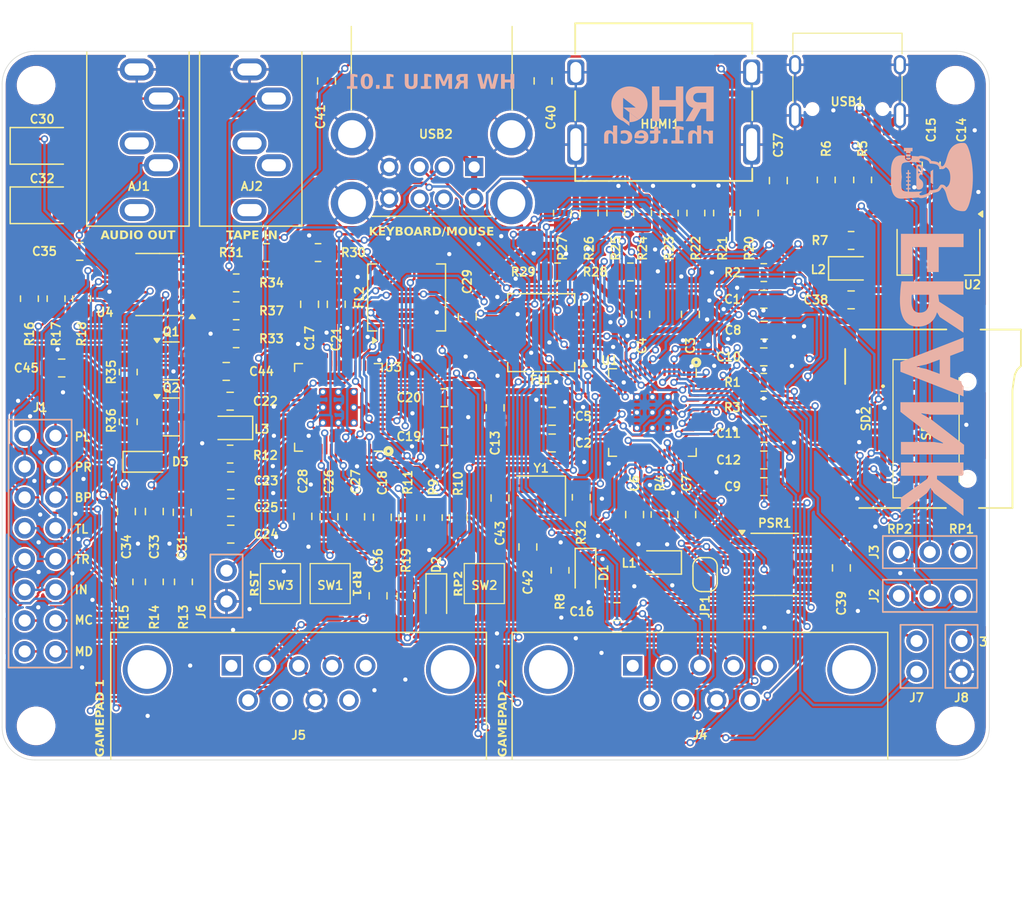
<source format=kicad_pcb>
(kicad_pcb (version 20241229) (generator "pcbnew") (generator_version "9.0")
  (title_block (title "MiniFRANK RM1U") (date "2025-03-04") (rev "1.01") (company "Mikhail Matveev") (comment 1 "https://github.com/xtremespb/frank"))
  (layers (0 "F.Cu" signal) (2 "B.Cu" signal) (13 "F.Paste" user) (15 "B.Paste" user) (5 "F.SilkS" user "F.Silkscreen") (7 "B.SilkS" user "B.Silkscreen") (1 "F.Mask" user) (3 "B.Mask" user) (25 "Edge.Cuts" user))
  (net 0 "")
  (net 1 "GND")
  (net 2 "/Audio Out/R")
  (net 3 "/Audio Out/L*")
  (net 4 "/Audio Out/R*")
  (net 5 "/Audio Out/L")
  (net 6 "+3V3")
  (net 8 "/LOAD_IN")
  (net 9 "VBUS")
  (net 12 "/GPIO0")
  (net 13 "/GPIO1")
  (net 14 "Net-(U1-VREG_VOUT)")
  (net 15 "/Gamepad 2/+5V")
  (net 16 "Net-(U3-VREG_VOUT)")
  (net 17 "Net-(C32-Pad1)")
  (net 18 "Net-(U4-FLT)")
  (net 19 "/Gamepad 1/+5V")
  (net 20 "/GPIO18")
  (net 21 "/GPIO17")
  (net 22 "/GPIO15")
  (net 23 "/RP1/QSPI_SS")
  (net 24 "/RP1/QSPI_SD2")
  (net 25 "/RP1/QSPI_SD0")
  (net 26 "/RP1/QSPI_SCLK")
  (net 27 "/RP1/QSPI_SD1")
  (net 28 "/RP1/QSPI_SD3")
  (net 29 "/RP2/QSPI_SD2")
  (net 30 "/RP2/QSPI_SS")
  (net 31 "/RP2/QSPI_SD3")
  (net 32 "Net-(L1-A)")
  (net 33 "Net-(L2-A)")
  (net 34 "/RP2/QSPI_SCLK")
  (net 35 "/RP2/QSPI_SD1")
  (net 36 "/RP2/QSPI_SD0")
  (net 37 "/A_OUTB")
  (net 38 "/GPIO26")
  (net 39 "/MS_DATA")
  (net 40 "/MS_CLK")
  (net 41 "Net-(USB1-CC1)")
  (net 42 "Net-(USB1-CC2)")
  (net 43 "/GPIO16")
  (net 44 "/A_OUTR")
  (net 45 "/GPIO19")
  (net 46 "/A_TDAL")
  (net 47 "Net-(HDMI1-D0N)")
  (net 48 "Net-(HDMI1-D2N)")
  (net 49 "/A_OUTL")
  (net 50 "/GPIO6")
  (net 51 "/GPIO22")
  (net 52 "/RUN")
  (net 53 "/GPIO27")
  (net 54 "Net-(HDMI1-CLKN)")
  (net 55 "/GPIO7")
  (net 56 "/GPIO8")
  (net 57 "/A_TDAR")
  (net 58 "Net-(HDMI1-D0P)")
  (net 61 "/GPIO9")
  (net 62 "Net-(HDMI1-D1N)")
  (net 63 "Net-(HDMI1-D2P)")
  (net 64 "/GPIO10")
  (net 65 "Net-(HDMI1-CLKP)")
  (net 66 "/GPIO11")
  (net 67 "/GPIO12")
  (net 68 "Net-(HDMI1-D1P)")
  (net 74 "/GPIO28")
  (net 75 "/GPIO13")
  (net 76 "/GPIO14")
  (net 77 "/RP1_DP")
  (net 78 "/RP2_DP")
  (net 79 "/P_DP")
  (net 80 "/P_DM")
  (net 81 "/RP2_DM")
  (net 82 "/RP1_DM")
  (net 83 "/Gamepad 2/J1_DATA")
  (net 89 "/Gamepad 1/J1_DATA")
  (net 91 "Net-(JP1-A)")
  (net 92 "/GPIO21")
  (net 93 "Net-(L3-A)")
  (net 94 "/GPIO20")
  (net 97 "Net-(Q1-B)")
  (net 98 "Net-(U1-USB_DP)")
  (net 99 "/RP1/~{USB_BOOT}")
  (net 100 "Net-(U1-USB_DM)")
  (net 101 "/RP1/GPIO25")
  (net 102 "Net-(U3-USB_DP)")
  (net 103 "/RP2/~{USB_BOOT}")
  (net 104 "Net-(U3-USB_DM)")
  (net 105 "/RP2/XOUT")
  (net 106 "/RP2/GPIO25")
  (net 107 "Net-(USB2-D1+)")
  (net 108 "/US_D1P")
  (net 109 "Net-(USB2-D2+)")
  (net 110 "/US_D2P")
  (net 111 "/US_D1M")
  (net 112 "Net-(USB2-D1-)")
  (net 113 "/US_D2M")
  (net 114 "Net-(USB2-D2-)")
  (net 115 "/Micro SD/DAT1")
  (net 116 "/GPIO5")
  (net 117 "/GPIO4")
  (net 118 "/Micro SD/POL")
  (net 119 "/Micro SD/DAT2")
  (net 120 "/GPIO2")
  (net 121 "/Micro SD/DET")
  (net 122 "/GPIO3")
  (net 124 "/RP1/GPIO23")
  (net 125 "/RP1/GPIO3")
  (net 126 "/RP1/SWD")
  (net 127 "/RP1/GPIO24")
  (net 128 "/RP1/GPIO29")
  (net 129 "/RP1/SWCLK")
  (net 130 "/RP2/GPIO9")
  (net 131 "/RP2/GPIO7")
  (net 132 "/RP2/SWD")
  (net 133 "/RP2/GPIO27")
  (net 134 "/RP2/GPIO24")
  (net 135 "/RP2_RUN")
  (net 136 "/RP2/SWCLK")
  (net 137 "/RP2/GPIO17")
  (net 138 "/RP2/GPIO23")
  (net 139 "/RP2/GPIO19")
  (net 140 "/RP2/GPIO18")
  (net 141 "/RP2/GPIO16")
  (net 142 "/RP2/GPIO6")
  (net 143 "/RP2/GPIO10")
  (net 144 "/RP2/GPIO20")
  (net 145 "/RP2/GPIO0")
  (net 146 "/RP2/GPIO28")
  (net 147 "/RP2/GPIO13")
  (net 148 "/RP2/GPIO21")
  (net 149 "/RP2/GPIO29")
  (net 150 "/RP2/GPIO1")
  (net 151 "/RP2/GPIO8")
  (net 152 "/RP2/GPIO26")
  (net 153 "/RP2/GPIO22")
  (net 156 "Net-(C30-Pad1)")
  (net 157 "Net-(C42-Pad1)")
  (net 158 "/XIN")
  (net 159 "Net-(C45-Pad2)")
  (net 160 "Net-(D3-A)")
  (net 161 "Net-(D3-K)")
  (net 162 "/XOUT")
  (footprint "FRANK:Resistor (0805)" (layer "F.Cu") (at 190.9 44.5404 -90)
    (property "Reference" "R20")
    (property "Value" "270R" (hide yes))
  )
  (footprint "FRANK:Resistor (0805)" (layer "F.Cu") (at 183.55 69.4 90)
    (property "Reference" "R4")
    (property "Value" "1K" (hide yes))
  )
  (footprint "FRANK:Resistor (0805)" (layer "F.Cu") (at 186.5 44.5404 -90)
    (property "Reference" "R22")
    (property "Value" "270R" (hide yes))
  )
  (footprint "FRANK:Capacitor (0805)" (layer "F.Cu") (at 199.3 51.7)
    (property "Reference" "C38")
    (property "Value" "100n" (hide yes))
  )
  (footprint "FRANK:Capacitor (0805)" (layer "F.Cu") (at 154.65 52.0625 90)
    (property "Reference" "C17")
    (property "Value" "100n" (hide yes))
  )
  (footprint "FRANK:Capacitor (0805)" (layer "F.Cu") (at 180 77.4 180)
    (property "Reference" "C16")
    (property "Value" "100n" (hide yes))
  )
  (footprint "FRANK:Capacitor (0805)" (layer "F.Cu") (at 156.25 69.5875 -90)
    (property "Reference" "C26")
    (property "Value" "100n" (hide yes))
  )
  (footprint "FRANK:Resistor (0805)" (layer "F.Cu") (at 177.7 44.5404 -90)
    (property "Reference" "R26")
    (property "Value" "270R" (hide yes))
  )
  (footprint "FRANK:Capacitor (0805)" (layer "F.Cu") (at 198.5 73.8 -90)
    (property "Reference" "C39")
    (property "Value" "100n" (hide yes))
  )
  (footprint "FRANK:USB Type A (stacked)" (layer "F.Cu") (at 168.22 40.7423 -90)
    (property "Reference" "USB2")
    (property "Value" "SS-52100-004" (hide yes))
  )
  (footprint "FRANK:USB Type C" (layer "F.Cu") (at 199 29.715 180)
    (property "Reference" "USB1")
    (property "Value" "USB4215" (hide yes))
  )
  (footprint "FRANK:Resistor (0805)" (layer "F.Cu") (at 139.7 61.754 90)
    (property "Reference" "R36")
    (property "Value" "10K" (hide yes))
  )
  (footprint "FRANK:SOT-223" (layer "F.Cu") (at 206.5 47.75 -90)
    (property "Reference" "U2")
    (property "Value" "NCP1117 3.3" (hide yes))
  )
  (footprint "FRANK:Resistor (0805)" (layer "F.Cu") (at 155.35 47.8 180)
    (property "Reference" "R30")
    (property "Value" "22R" (hide yes))
  )
  (footprint "FRANK:Capacitor (0805)" (layer "F.Cu") (at 139.55 69.15 -90)
    (property "Reference" "C34")
    (property "Value" "1u" (hide yes))
  )
  (footprint "FRANK:Capacitor (0805)" (layer "F.Cu") (at 158.45 69.5875 -90)
    (property "Reference" "C27")
    (property "Value" "1u" (hide yes))
  )
  (footprint "FRANK:D-SUB (9 pin, male, top mount)" (layer "F.Cu") (at 181.295 81.875)
    (property "Reference" "J4")
    (property "Value" "Gamepad" (hide yes))
  )
  (footprint "FRANK:SOT-23" (layer "F.Cu") (at 143.2375 56.729)
    (property "Reference" "Q1")
    (property "Value" "BC850" (hide yes))
  )
  (footprint "FRANK:Resistor (0805)" (layer "F.Cu") (at 131.55 51.6 -90)
    (property "Reference" "R16")
    (property "Value" "2K" (hide yes))
  )
  (footprint "FRANK:Capacitor (0805)" (layer "F.Cu") (at 144.15 69.2125 -90)
    (property "Reference" "C31")
    (property "Value" "10n" (hide yes))
  )
  (footprint "FRANK:Resistor (0805)" (layer "F.Cu") (at 200.25 41.81 90)
    (property "Reference" "R5")
    (property "Value" "5.1K" (hide yes))
  )
  (footprint "FRANK:Capacitor (0805)" (layer "F.Cu") (at 169.95 60.6 -90)
    (property "Reference" "C13")
    (property "Value" "100n" (hide yes))
  )
  (footprint "FRANK:Button (SMD, 3x3mm)" (layer "F.Cu") (at 153.9 73.44 -90)
    (property "Reference" "SW3")
    (property "Value" "KLS7-TS3302" (hide yes))
  )
  (footprint "FRANK:QFN 56" (layer "F.Cu") (at 157.025 60.5625 180)
    (property "Reference" "U3")
    (property "Value" "RP2040" (hide yes))
  )
  (footprint "FRANK:Pin Header (1x03)" (layer "F.Cu") (at 208.325 72.5 -90)
    (property "Reference" "J3")
    (property "Value" "USB DM Jumper" (hide yes))
  )
  (footprint "FRANK:Capacitor (0805)" (layer "F.Cu") (at 154.1 69.55 -90)
    (property "Reference" "C28")
    (property "Value" "1u" (hide yes))
  )
  (footprint "FRANK:Jack (3.5mm)" (layer "F.Cu") (at 140.4 32.7)
    (property "Reference" "AJ1")
    (property "Value" "SJ1-353XNG" (hide yes))
  )
  (footprint "FRANK:Capacitor (0805)" (layer "F.Cu") (at 174.65 63.5 180)
    (property "Reference" "C2")
    (property "Value" "100n" (hide yes))
  )
  (footprint "FRANK:Resistor (0805)" (layer "F.Cu") (at 184.3 44.5404 -90)
    (property "Reference" "R23")
    (property "Value" "270R" (hide yes))
  )
  (footprint "FRANK:Resistor (0805)" (layer "F.Cu") (at 179.9 44.5404 -90)
    (property "Reference" "R25")
    (property "Value" "270R" (hide yes))
  )
  (footprint "FRANK:Capacitor (0805)" (layer "F.Cu") (at 181.95 52.9 90)
    (property "Reference" "C4")
    (property "Value" "100n" (hide yes))
  )
  (footprint "FRANK:HDMI (female)" (layer "F.Cu") (at 183.85 38.8949 180)
    (property "Reference" "HDMI1")
    (property "Value" "DC3RX19JA2" (hide yes))
  )
  (footprint "FRANK:Capacitor (0805)" (layer "F.Cu") (at 135.7 47.7)
    (property "Reference" "C35")
    (property "Value" "47u" (hide yes))
  )
  (footprint "FRANK:Resistor (0805)" (layer "F.Cu") (at 148.6 52.6)
    (property "Reference" "R37")
    (property "Value" "100R" (hide yes))
  )
  (footprint "FRANK:Diode (SOD-323)" (layer "F.Cu") (at 165.1 76.3 -90)
    (property "Reference" "D2")
    (property "Value" "3V3" (hide yes))
  )
  (footprint "FRANK:Capacitor (0805)" (layer "F.Cu") (at 148.1 60.054 180)
    (property "Reference" "C22")
    (property "Value" "100n" (hide yes))
  )
  (footprint "FRANK:Resistor (0805)" (layer "F.Cu") (at 162.75 69.65 -90)
    (property "Reference" "R11")
    (property "Value" "27R" (hide yes))
  )
  (footprint "FRANK:Capacitor (0805)" (layer "F.Cu") (at 192.1 56.4)
    (property "Reference" "C10")
    (property "Value" "100n" (hide yes))
  )
  (footprint "FRANK:MicroSD (SMD, short)" (layer "F.Cu") (at 205.504 62.32 90)
    (property "Reference" "SD1")
    (property "Value" "47571-0001" (hide yes))
  )
  (footprint "FRANK:Capacitor (0805)" (layer "F.Cu") (at 192.106 64.9)
    (property "Reference" "C12")
    (property "Value" "1u" (hide yes))
  )
  (footprint "FRANK:D-SUB (9 pin, male, top mount)" (layer "F.Cu") (at 148.205 81.875)
    (property "Reference" "J5")
    (property "Value" "Gamepad" (hide yes))
  )
  (footprint "FRANK:Capacitor (0805)" (layer "F.Cu") (at 181.45 69.4 -90)
    (property "Reference" "C6")
    (property "Value" "100n" (hide yes))
  )
  (footprint "FRANK:Capacitor (0805)" (layer "F.Cu") (at 192.106 67.1)
    (property "Reference" "C9")
    (property "Value" "100n" (hide yes))
  )
  (footprint "FRANK:Resistor (0805)" (layer "F.Cu") (at 139.7 57.65 90)
    (property "Reference" "R35")
    (property "Value" "10K" (hide yes))
  )
  (footprint "FRANK:Resistor (0805)" (layer "F.Cu") (at 175.3 74 -90)
    (property "Reference" "R8")
    (property "Value" "1K" (hide yes))
  )
  (footprint "FRANK:Capacitor (0805)" (layer "F.Cu") (at 156.85 52.0625 90)
    (property "Reference" "C21")
    (property "Value" "100n" (hide yes))
  )
  (footprint "MountingHole:MountingHole_2.7mm" (layer "F.Cu") (at 132.1 86.824)
    (property "Reference" "H4" (hide yes))
    (property "Value" "MountingHole" (hide yes))
  )
  (footprint "FRANK:Resistor (0805)" (layer "F.Cu") (at 162.6 76.1 -90)
    (property "Reference" "R19")
    (property "Value" "1K" (hide yes))
  )
  (footprint "FRANK:Capacitor (0805)" (layer "F.Cu") (at 147.7785 57.6)
    (property "Reference" "C44")
    (property "Value" "100n" (hide yes))
  )
  (footprint "FRANK:Capacitor (0805)" (layer "F.Cu") (at 148.15 68.8165 180)
    (property "Reference" "C25")
    (property "Value" "100n" (hide yes))
  )
  (footprint "FRANK:Resistor (0805)" (layer "F.Cu") (at 164.85 69.65 -90)
    (property "Reference" "R9")
    (property "Value" "27R" (hide yes))
  )
  (footprint "FRANK:Crystal (3225)" (layer "F.Cu") (at 173.75 67.875 180)
    (property "Reference" "Y1")
    (property "Value" "12 MHz" (hide yes))
  )
  (footprint "FRANK:Button (SMD, 3x3mm, 1-1)" (layer "F.Cu") (at 170.705 73.44 -90)
    (property "Reference" "SW2")
    (property "Value" "KLS7-TS3302" (hide yes))
  )
  (footprint "FRANK:QFN 56" (layer "F.Cu") (at 182.9165 60.986 -90)
    (property "Reference" "U1")
    (property "Value" "RP2040" (hide yes))
  )
  (footprint "FRANK:Capacitor (0805)" (layer "F.Cu") (at 192.1 51.65)
    (property "Reference" "C1")
    (property "Value" "100n" (hide yes))
  )
  (footprint "FRANK:Capacitor (0805)" (layer "F.Cu") (at 173.9 33.65 90)
    (property "Reference" "C40")
    (property "Value" "10u" (hide yes))
  )
  (footprint "FRANK:Capacitor (0805)" (layer "F.Cu") (at 186.05 52.9 90)
    (property "Reference" "C3")
    (property "Value" "100n" (hide yes))
  )
  (footprint "FRANK:Capacitor (0805)" (layer "F.Cu") (at 192.106 62.7)
    (property "Reference" "C11")
    (property "Value" "1u" (hide yes))
  )
  (footprint "FRANK:Capacitor (0805)" (layer "F.Cu") (at 167.65 53.1 -90)
    (property "Reference" "C29")
    (property "Value" "100n" (hide yes))
  )
  (footprint "FRANK:Resistor (0805)" (layer "F.Cu") (at 177.05 67.975 -90)
    (property "Reference" "R32")
    (property "Value" "1K" (hide yes))
  )
  (footprint "FRANK:Pin Header (1x02)" (layer "F.Cu") (at 147.8 74.025)
    (property "Reference" "J6")
    (property "Value" "RP2 Reset" (hide yes))
  )
  (footprint "FRANK:Resistor (0805)" (layer "F.Cu") (at 151.1 47.8)
    (property "Reference" "R31")
    (property "Value" "22R" (hide yes))
  )
  (footprint "FRANK:Resistor (0805)" (layer "F.Cu") (at 166.9 69.65 -90)
    (property "Reference" "R10")
    (property "Value" "1K" (hide yes))
  )
  (footprint "FRANK:MicroSD (SMD, long)" (layer "F.Cu") (at 197.6 61.5 -90)
    (property "Reference" "SD2")
    (property "Value" "104031-0811" (hide yes))
  )
  (footprint "FRANK:LED (0805)" (layer "F.Cu") (at 199.3 49.1)
    (property "Reference" "L2")
    (property "Value" "Green" (hide yes))
  )
  (footprint "FRANK:Capacitor (0805)" (layer "F.Cu") (at 174.65 61.3 180)
    (property "Reference" "C5")
    (property "Value" "100n" (hide yes))
  )
  (footprint "FRANK:Capacitor (0805)" (layer "F.Cu") (at 165.75 59.7625)
    (property "Reference" "C20")
    (property "Value" "100n" (hide yes))
  )
  (footprint "FRANK:Capacitor (0805)" (layer "F.Cu") (at 192.1375 54.2)
    (property "Reference" "C8")
    (property "Value" "100n" (hide yes))
  )
  (footprint "FRANK:Capacitor (0805)" (layer "F.Cu") (at 172.65 72.075 -90)
    (property "Reference" "C42")
    (property "Value" "15p" (hide yes))
  )
  (footprint "FRANK:Capacitor (0805)" (layer "F.Cu") (at 160.3 76.1 90)
    (property "Reference" "C36")
    (property "Value" "100n" (hide yes))
  )
  (footprint "FRANK:Capacitor (0805)" (layer "F.Cu") (at 193.3 41.8625 -90)
    (property "Reference" "C37")
    (property "Value" "100n" (hide yes))
  )
  (footprint "FRANK:Capacitor (0805)" (layer "F.Cu") (at 148.15 66.6165 180)
    (property "Reference" "C23")
    (property "Value" "100n" (hide yes))
  )
  (footprint "FRANK:Resistor (0805)" (layer "F.Cu") (at 141.85 74.95 -90)
    (property "Reference" "R14")
    (property "Value" "330R" (hide yes))
  )
  (footprint "FRANK:Pin Header (1x03)" (layer "F.Cu") (at 208.325 76.1 -90)
    (property "Reference" "J2")
    (property "Value" "USB DP Jumper" (hide yes))
  )
  (footprint "FRANK:Pin Header (1x02)" (layer "F.Cu") (at 208.4 79.825)
    (property "Reference" "J8")
    (property "Value" "+3.3V" (hide yes))
  )
  (footprint "FRANK:Capacitor (0805)" (layer "F.Cu") (at 185.75 69.4 -90)
    (property "Reference" "C7")
    (property "Value" "100n" (hide yes))
  )
  (footprint "FRANK:Capacitor (0805)" (layer "F.Cu") (at 170.35 68.0375 -90)
    (property "Reference" "C43")
    (property "Value" "15p" (hide yes))
  )
  (footprint "FRANK:Resistor (0805)" (layer "F.Cu") (at 192.1 58.5 180)
    (property "Reference" "R1")
    (property "Value" "27R" (hide yes))
  )
  (footprint "FRANK:Jack (3.5mm)" (layer "F.Cu") (at 149.7 32.7)
    (property "Reference" "AJ2")
    (property "Value" "SJ1-353XNG" (hide yes))
  )
  (footprint "FRANK:Capacitor (0805)" (layer "F.Cu") (at 160.65 69.625 -90)
    (property "Reference" "C18")
    (property "Value" "100n" (hide yes))
  )
  (footprint "FRANK:Resistor (0805)" (layer "F.Cu") (at 148.1 64.4165)
    (property "Reference" "R12")
    (property "Value" "1K" (hide yes))
  )
  (footprint "FRANK:LED (0805)" (layer "F.Cu") (at 148.1 62.254 180)
    (property "Reference" "L3")
    (property "Value" "Blue" (hide yes))
  )
  (footprint "FRANK:Capacitor (0805)" (layer "F.Cu") (at 134.2095 57.318)
    (property "Reference" "C45")
    (property "Value" "100n" (hide yes))
  )
  (footprint "MountingHole:MountingHole_2.7mm" (layer "F.Cu") (at 132.1 34)
    (property "Reference" "H3" (hide yes))
    (property "Value" "MountingHole" (hide yes))
  )
  (footprint "FRANK:Resistor (0805)" (layer "F.Cu") (at 135.85 51.6 -90)
    (property "Reference" "R18")
    (property "Value" "330R" (hide yes))
  )
  (footprint "FRANK:Resistor (0805)" (layer "F.Cu") (at 148.5965 54.904 180)
    (property "Reference" "R33")
    (property "Value" "10K" (hide yes))
  )
  (footprint "FRANK:SO-8" (layer "F.Cu") (at 193 73.509)
    (property "Reference" "PSR1")
    (property "Value" "ESP-PSRAM32" (hide yes))
  )
  (footprint "FRANK:Capacitor (0805)" (layer "F.Cu") (at 208.4 40.6 -90)
    (property "Reference" "C14")
    (property "Value" "10u" (hide yes))
  )
  (footprint "FRANK:Resistor (0805)" (layer "F.Cu") (at 139.35 74.95 -90)
    (property "Reference" "R15")
    (property "Value" "2K" (hide yes))
  )
  (footprint "FRANK:Resistor (0805)" (layer "F.Cu") (at 175.1 49.4)
    (property "Reference" "R29")
    (property "Value" "22R" (hide yes))
  )
  (footprint "FRANK:Resistor (0805)" (layer "F.Cu") (at 148.6 50.3 180)
    (property "Reference" "R34")
    (property "Value" "1K" (hide yes))
  )
  (footprint "FRANK:Resistor (0805)" (layer "F.Cu") (at 133.75 51.6 -90)
    (property "Reference" "R17")
    (property "Value" "1K" (hide yes))
  )
  (footprint "FRANK:Resistor (0805)" (layer "F.Cu") (at 182.1 44.5404 -90)
    (property "Reference" "R24")
    (property "Value" "270R" (hide yes))
  )
  (footprint "MountingHole:MountingHole_2.7mm" (layer "F.Cu") (at 207.9 86.824)
    (property "Reference" "H2" (hide yes))
    (property "Value" "MountingHole" (hide yes))
  )
  (footprint "FRANK:Resistor (0805)" (layer "F.Cu") (at 192.081 60.571 180)
    (property "Reference" "R3")
    (property "Value" "27R" (hide yes))
  )
  (footprint "FRANK:Capacitor (0805)" (layer "F.Cu") (at 205.9 40.6 -90)
    (property "Reference" "C15")
    (property "Value" "10u" (hide yes))
  )
  (footprint "FRANK:Resistor (0805)" (layer "F.Cu") (at 197.25 41.81 90)
    (property "Reference" "R6")
    (property "Value" "5.1K" (hide yes))
  )
  (footprint "FRANK:Pin Header (1x02)" (layer "F.Cu") (at 204.7 79.825)
    (property "Reference" "J7")
    (property "Value" "UART" (hide yes))
  )
  (footprint "FRANK:Diode (SOD-323)" (layer "F.Cu") (at 141.2785 65.05)
    (property "Reference" "D3")
    (property "Value" "1N4148" (hide yes))
  )
  (footprint "FRANK:SO-8" (layer "F.Cu") (at 142.275 50.435 180)
    (property "Reference" "U4")
    (property "Value" "TDA1387T" (hide yes))
  )
  (footprint "FRANK:Resistor (0805)" (layer "F.Cu") (at 188.7 44.5404 -90)
    (property "Reference" "R21")
    (property "Value" "270R" (hide yes))
  )
  (footprint "FRANK:Capacitor (0805)" (layer "F.Cu") (at 165.75 62.9625)
    (property "Reference" "C19")
    (property "Value" "100n" (hide yes))
  )
  (footprint "FRANK:Jumper (solder)" (layer "F.Cu") (at 187.2596 74.35 90)
    (property "Reference" "JP1")
    (property "Value" "Jumper PSRAM (2.54)" (hide yes))
  )
  (footprint "FRANK:Resistor (0805)" (layer "F.Cu") (at 192.1 49.45)
    (property "Reference" "R2")
    (property "Value" "1K" (hide yes))
  )
  (footprint "FRANK:Resistor (0805)" (layer "F.Cu") (at 199.3 46.8 180)
    (property "Reference" "R7")
    (property "Value" "1K" (hide yes))
  )
  (footprint "FRANK:SOIC-8" (layer "F.Cu") (at 173.75 54.4 180)
    (property "Reference" "FL1")
    (property "Value" "W25Q128JVSIQ" (hide yes))
  )
  (footprint "FRANK:SOIC-8" (layer "F.Cu") (at 162.65 51.5 90)
    (property "Reference" "FL2")
    (property "Value" "W25Q128JVSIQ" (hide yes))
  )
  (footprint "FRANK:Resistor (0805)" (layer "F.Cu") (at 181.1 49.4)
    (property "Reference" "R28")
    (property "Value" "22R" (hide yes))
  )
  (footprint "FRANK:Pin Header (2x08)" (layer "F.Cu") (at 131.16 62.905)
    (property "Reference" "J1")
    (property "Value" "Main Jumpers" (hide yes))
  )
  (footprint "FRANK:Button (SMD, 3x3mm, 1-1)" (layer "F.Cu") (at 158 73.44 -90)
    (property "Reference" "SW1")
    (property "Value" "KLS7-TS3302" (hide yes))
  )
  (footprint "FRANK:Capacitor (0805)" (layer "F.Cu") (at 148.15 71.0165 180)
    (property "Reference" "C24")
    (property "Value" "100n" (hide yes))
  )
  (footprint "FRANK:Capacitor (3528, tantalum, polar)" (layer "F.Cu") (at 132.6 43.9)
    (property "Reference" "C32")
    (property "Value" "10u" (hide yes))
  )
  (footprint "FRANK:Resistor (0805)" (layer "F.Cu") (at 175.5 44.5404 -90)
    (property "Reference" "R27")
    (property "Value" "270R" (hide yes))
  )
  (footprint "FRANK:SOT-23" (layer "F.Cu") (at 143.2375 61.354)
    (property "Reference" "Q2")
    (property "Value" "BC850" (hide yes))
  )
  (footprint "FRANK:Diode (SOD-323)" (layer "F.Cu") (at 177.4 74.2 -90)
    (property "Reference" "D1")
    (property "Value" "3V3" (hide yes))
  )
  (footprint "FRANK:LED (0805)" (layer "F.Cu") (at 183.45 73.35 180)
    (property "Reference" "L1")
    (property "Value" "Blue" (hide yes))
  )
  (footprint "FRANK:Capacitor (0805)" (layer "F.Cu") (at 156.05 33.65 90)
    (property "Reference" "C41")
    (property "Value" "10u" (hide yes))
  )
  (footprint "MountingHole:MountingHole_2.7mm" (layer "F.Cu") (at 207.9 34)
    (property "Reference" "H1" (hide yes))
    (property "Value" "MountingHole" (hide yes))
  )
  (footprint "FRANK:Capacitor (3528, tantalum, polar)" (layer "F.Cu") (at 132.6 39)
    (property "Reference" "C30")
    (property "Value" "10u" (hide yes))
  )
  (footprint "FRANK:Resistor (0805)" (layer "F.Cu") (at 144.25 74.95 -90)
    (property "Reference" "R13")
    (property "Value" "1K" (hide yes))
  )
  (footprint "FRANK:Capacitor (0805)" (layer "F.Cu") (at 141.85 69.15 -90)
    (property "Reference" "C33")
    (property "Value" "10n" (hide yes))
  )
  (gr_poly (pts (xy 204.206496 39.87915) (xy 204.206496 39.696588) (xy 203.825496 39.696588) (xy 203.825496 39.87915)) (stroke (width -0.000001)) (fill yes) (layer "B.SilkS"))
  (gr_poly (pts (xy 203.326534 51.883269) (xy 203.329774 51.980488) (xy 203.33506 52.077149) (xy 203.3423 52.173344) (xy 203.3514 52.269168) (xy 203.362268 52.364712) (xy 203.37481 52.460071) (xy 203.388933 52.555336) (xy 203.40794 52.649129) (xy 203.429365 52.740131) (xy 203.453394 52.828529) (xy 203.480214 52.914508) (xy 203.510011 52.998255) (xy 203.54297 53.079956) (xy 203.560694 53.120097) (xy 203.579278 53.159796) (xy 203.598746 53.199076) (xy 203.61912 53.237961) (xy 203.640332 53.274705) (xy 203.662312 53.310531) (xy 203.685081 53.345449) (xy 203.708665 53.379472) (xy 203.733086 53.412612) (xy 203.758368 53.444879) (xy 203.784533 53.476287) (xy 203.811605 53.506845) (xy 203.839607 53.536566) (xy 203.868563 53.565461) (xy 203.898495 53.593543) (xy 203.929427 53.620822) (xy 203.961383 53.647311) (xy 203.994384 53.673021) (xy 204.028456 53.697963) (xy 204.063621 53.722149) (xy 204.099897 53.743821) (xy 204.13729 53.764178) (xy 204.1758 53.78321) (xy 204.215425 53.800905) (xy 204.256167 53.817251) (xy 204.298025 53.832236) (xy 204.340999 53.84585) (xy 204.385089 53.85808) (xy 204.430296 53.868914) (xy 204.476618 53.878342) (xy 204.524057 53.886351) (xy 204.572613 53.89293) (xy 204.622284 53.898067) (xy 204.673072 53.901751) (xy 204.724975 53.90397) (xy 204.777995 53.904712) (xy 204.856037 53.903501) (xy 204.932404 53.89986) (xy 205.007098 53.893777) (xy 205.080116 53.885241) (xy 205.151461 53.874239) (xy 205.221131 53.860761) (xy 205.289127 53.844795) (xy 205.355448 53.826329) (xy 205.420096 53.805352) (xy 205.483069 53.781851) (xy 205.544367 53.755816) (xy 205.603991 53.727235) (xy 205.661941 53.696095) (xy 205.718217 53.662386) (xy 205.772818 53.626095) (xy 205.825745 53.587212) (xy 205.875413 53.547497) (xy 205.923197 53.50576) (xy 205.969074 53.462022) (xy 206.013021 53.416308) (xy 206.055014 53.36864) (xy 206.095031 53.319043) (xy 206.133048 53.267538) (xy 206.169042 53.21415) (xy 206.20299 53.158901) (xy 206.234868 53.101816) (xy 206.264653 53.042916) (xy 206.292322 52.982226) (xy 206.317851 52.919769) (xy 206.341218 52.855567) (xy 206.362399 52.789645) (xy 206.38137 52.722025) (xy 206.611558 53.110963) (xy 208.564183 54.404776) (xy 208.564183 53.134776) (xy 206.563933 51.8489) (xy 206.476621 51.269463) (xy 208.564183 51.269463) (xy 208.564183 50.174087) (xy 204.309683 50.174087) (xy 204.309683 51.2774) (xy 205.730495 51.2774) (xy 205.730495 51.745711) (xy 205.729842 51.80301) (xy 205.727875 51.858821) (xy 205.724583 51.913143) (xy 205.719953 51.965977) (xy 205.713975 52.017323) (xy 205.706636 52.06718) (xy 205.697926 52.115549) (xy 205.687831 52.16243) (xy 205.676342 52.207823) (xy 205.663445 52.251727) (xy 205.64913 52.294143) (xy 205.633385 52.335071) (xy 205.616198 52.374511) (xy 205.597558 52.412462) (xy 205.577452 52.448925) (xy 205.55587 52.4839) (xy 205.544453 52.500736) (xy 205.532525 52.517016) (xy 205.520088 52.53274) (xy 205.507145 52.547911) (xy 205.493695 52.56253) (xy 205.479741 52.576597) (xy 205.465285 52.590116) (xy 205.450326 52.603086) (xy 205.434868 52.61551) (xy 205.418912 52.627389) (xy 205.402458 52.638724) (xy 205.385509 52.649517) (xy 205.368065 52.65977) (xy 205.350129 52.669483) (xy 205.331702 52.678659) (xy 205.312784 52.687298) (xy 205.293379 52.695402) (xy 205.273486 52.702973) (xy 205.253109 52.710012) (xy 205.232247 52.716521) (xy 205.189077 52.727952) (xy 205.143989 52.737279) (xy 205.096993 52.744513) (xy 205.048103 52.749666) (xy 204.997329 52.752749) (xy 204.944683 52.753774) (xy 204.905059 52.752846) (xy 204.866564 52.750069) (xy 204.829207 52.745455) (xy 204.793002 52.739016) (xy 204.75796 52.730762) (xy 204.724092 52.720707) (xy 204.691409 52.70886) (xy 204.659925 52.695235) (xy 204.62965 52.679843) (xy 204.600595 52.662695) (xy 204.572773 52.643802) (xy 204.546195 52.623178) (xy 204.520873 52.600832) (xy 204.496819 52.576777) (xy 204.474043 52.551025) (xy 204.452558 52.523587) (xy 204.432373 52.493077) (xy 204.41349 52.461079) (xy 204.39591 52.427593) (xy 204.379632 52.392618) (xy 204.364656 52.356155) (xy 204.350983 52.318204) (xy 204.338611 52.278765) (xy 204.327542 52.237837) (xy 204.317776 52.195421) (xy 204.309311 52.151517) (xy 204.302149 52.106124) (xy 204.296288 52.059243) (xy 204.291731 52.010874) (xy 204.288475 51.961017) (xy 204.286522 51.909671) (xy 204.28587 51.856837) (xy 204.28587 51.531399) (xy 204.286243 51.493463) (xy 204.287359 51.457109) (xy 204.289219 51.422429) (xy 204.291824 51.389517) (xy 204.295172 51.358464) (xy 204.299265 51.329365) (xy 204.304102 51.302313) (xy 204.309683 51.2774) (xy 204.309683 50.174087) (xy 203.452433 50.174087) (xy 203.452433 50.182025) (xy 203.439287 50.272934) (xy 203.424652 50.367564) (xy 203.410017 50.466658) (xy 203.403165 50.518112) (xy 203.396871 50.570961) (xy 203.385088 50.676877) (xy 203.37405 50.781305) (xy 203.3645 50.885733) (xy 203.360516 50.938412) (xy 203.357183 50.99165) (xy 203.333371 51.412337) (xy 203.330751 51.462551) (xy 203.328782 51.511928) (xy 203.326425 51.607798) (xy 203.325557 51.699203) (xy 203.325433 51.785399)) (stroke (width -0.000001)) (fill yes) (layer "B.SilkS"))
  (gr_poly (pts (xy 202.586059 41.265933) (xy 202.592197 41.413171) (xy 202.60312 41.569839) (xy 202.592197 41.726506) (xy 202.586059 41.873744) (xy 202.584467 42.011847) (xy 202.587183 42.141106) (xy 202.593968 42.261813) (xy 202.604585 42.37426) (xy 202.618794 42.47874) (xy 202.636358 42.575544) (xy 202.657038 42.664966) (xy 202.680596 42.747296) (xy 202.706793 42.822827) (xy 202.735391 42.891851) (xy 202.766152 42.95466) (xy 202.798837 43.011547) (xy 202.833208 43.062803) (xy 202.869026 43.108721) (xy 202.906054 43.149593) (xy 202.944053 43.185711) (xy 202.982784 43.217366) (xy 203.022009 43.244852) (xy 203.06149 43.268461) (xy 203.100989 43.288483) (xy 203.140266 43.305213) (xy 203.179085 43.318941) (xy 203.217206 43.32996) (xy 203.25439 43.338562) (xy 203.324998 43.349683) (xy 203.389002 43.354642) (xy 203.444495 43.355776) (xy 203.56055 43.35266) (xy 203.725532 43.344242) (xy 204.139026 43.317081) (xy 204.558473 43.285455) (xy 204.85737 43.260526) (xy 204.873245 43.268464) (xy 204.882448 43.274231) (xy 204.892174 43.279626) (xy 204.902388 43.284649) (xy 204.913056 43.2893) (xy 204.924143 43.293578) (xy 204.935613 43.297485) (xy 204.947432 43.30102) (xy 204.959565 43.304182) (xy 204.971977 43.306973) (xy 204.984633 43.309391) (xy 204.997499 43.311438) (xy 205.010539 43.313112) (xy 205.023718 43.314414) (xy 205.037002 43.315345) (xy 205.050356 43.315903) (xy 205.063745 43.316089) (xy 205.087945 43.315701) (xy 205.112982 43.314476) (xy 205.13895 43.312321) (xy 205.16594 43.309143) (xy 205.194047 43.304849) (xy 205.223363 43.299345) (xy 205.253981 43.292539) (xy 205.285995 43.284338) (xy 205.346317 43.266479) (xy 205.402453 43.248619) (xy 205.454682 43.23076) (xy 205.503284 43.212901) (xy 205.548537 43.195041) (xy 205.59072 43.177182) (xy 205.630113 43.159323) (xy 205.666995 43.141463) (xy 205.684575 43.131041) (xy 205.701597 43.120596) (xy 205.718061 43.110105) (xy 205.733968 43.099543) (xy 205.749315 43.088889) (xy 205.764105 43.078118) (xy 205.778337 43.067208) (xy 205.792011 43.056135) (xy 205.805126 43.044876) (xy 205.817683 43.033407) (xy 205.829683 43.021707) (xy 205.841124 43.00975) (xy 205.852007 42.997514) (xy 205.862332 42.984976) (xy 205.872099 42.972113) (xy 205.881307 42.9589) (xy 205.89309 42.941041) (xy 205.898748 42.932111) (xy 205.904128 42.923182) (xy 205.909135 42.914252) (xy 205.91147 42.909787) (xy 205.913678 42.905322) (xy 205.915745 42.900858) (xy 205.917662 42.896393) (xy 205.919416 42.891928) (xy 205.920995 42.887463) (xy 205.996773 42.881386) (xy 206.033314 42.878115) (xy 206.068831 42.874564) (xy 206.103232 42.870642) (xy 206.136424 42.866255) (xy 206.168313 42.861309) (xy 206.198807 42.855713) (xy 206.236402 42.846783) (xy 206.271857 42.837853) (xy 206.305266 42.828924) (xy 206.336721 42.819994) (xy 206.366316 42.811064) (xy 206.394144 42.802134) (xy 206.420298 42.793205) (xy 206.44487 42.784275) (xy 206.466642 42.774894) (xy 206.487332 42.764664) (xy 206.506976 42.753667) (xy 206.525609 42.741983) (xy 206.543265 42.729695) (xy 206.559979 42.716884) (xy 206.575786 42.703631) (xy 206.590721 42.690017) (xy 206.604819 42.676125) (xy 206.618115 42.662035) (xy 206.630643 42.647828) (xy 206.642439 42.633587) (xy 206.653537 42.619392) (xy 206.663973 42.605325) (xy 206.67378 42.591467) (xy 206.682995 42.5779) (xy 206.711272 42.537841) (xy 206.736573 42.501502) (xy 206.758897 42.469628) (xy 206.768943 42.455598) (xy 206.778245 42.442963) (xy 206.809995 42.442963) (xy 206.813685 42.443009) (xy 206.818677 42.443335) (xy 206.821603 42.443689) (xy 206.824785 42.444218) (xy 206.828199 42.444957) (xy 206.831823 42.445939) (xy 206.835633 42.447201) (xy 206.839605 42.448776) (xy 206.843718 42.450701) (xy 206.847946 42.453009) (xy 206.852268 42.455735) (xy 206.856659 42.458915) (xy 206.861097 42.462584) (xy 206.863326 42.464612) (xy 206.865558 42.466775) (xy 206.870113 42.470025) (xy 206.874844 42.473798) (xy 206.879737 42.478059) (xy 206.884781 42.482774) (xy 206.889965 42.487908) (xy 206.895277 42.493425) (xy 206.906237 42.50547) (xy 206.91757 42.518632) (xy 206.929181 42.532632) (xy 206.95287 42.562025) (xy 206.964679 42.578755) (xy 206.976279 42.596147) (xy 206.987647 42.614121) (xy 206.998759 42.632594) (xy 207.020122 42.670716) (xy 207.040182 42.709861) (xy 207.058755 42.749378) (xy 207.075653 42.788616) (xy 207.090691 42.826924) (xy 207.103682 42.86365) (xy 207.112628 42.88892) (xy 207.121666 42.91698) (xy 207.13089 42.947645) (xy 207.140393 42.980728) (xy 207.183057 43.133525) (xy 207.232667 43.303189) (xy 207.246465 43.349094) (xy 207.261192 43.395835) (xy 207.277036 43.443134) (xy 207.294182 43.490712) (xy 207.312706 43.538496) (xy 207.332614 43.58649) (xy 207.353987 43.634529) (xy 207.376906 43.682453) (xy 207.401453 43.730097) (xy 207.427709 43.7773) (xy 207.455756 43.823898) (xy 207.485675 43.869729) (xy 207.517547 43.914629) (xy 207.551454 43.958436) (xy 207.587477 44.000988) (xy 207.625697 44.042121) (xy 207.666197 44.081673) (xy 207.709057 44.119481) (xy 207.754358 44.155382) (xy 207.802183 44.189213) (xy 207.835574 44.210975) (xy 207.870256 44.231598) (xy 207.906217 44.251058) (xy 207.943446 44.269332) (xy 207.98193 44.286397) (xy 208.021658 44.302229) (xy 208.062619 44.316806) (xy 208.1048 44.330104) (xy 208.148191 44.342099) (xy 208.192779 44.352769) (xy 208.238554 44.36209) (xy 208.285502 44.370039) (xy 208.333613 44.376593) (xy 208.382876 44.381728) (xy 208.433278 44.385422) (xy 208.484807 44.38765) (xy 208.52065 44.387526) (xy 208.538804 44.387231) (xy 208.557237 44.386658) (xy 208.576042 44.385712) (xy 208.595312 44.384301) (xy 208.615141 44.382332) (xy 208.63562 44.379712) (xy 208.641571 44.37953) (xy 208.647511 44.378999) (xy 208.653427 44.378143) (xy 208.659309 44.376984) (xy 208.665143 44.375546) (xy 208.67092 44.373852) (xy 208.676627 44.371926) (xy 208.682253 44.36979) (xy 208.687785 44.367469) (xy 208.693213 44.364985) (xy 208.698525 44.362361) (xy 208.703709 44.359621) (xy 208.708753 44.356787) (xy 208.713646 44.353884) (xy 208.718377 44.350935) (xy 208.722933 44.347962) (xy 208.731847 44.341994) (xy 208.740668 44.335932) (xy 208.745015 44.332837) (xy 208.749303 44.329684) (xy 208.753522 44.326462) (xy 208.757659 44.323158) (xy 208.761704 44.319761) (xy 208.765643 44.316259) (xy 208.769467 44.312641) (xy 208.773162 44.308895) (xy 208.776718 44.30501) (xy 208.780123 44.300973) (xy 208.783365 44.296774) (xy 208.786433 44.2924) (xy 208.800975 44.274153) (xy 208.814958 44.255069) (xy 208.82857 44.235055) (xy 208.841995 44.214017) (xy 208.855421 44.191864) (xy 208.869032 44.168501) (xy 208.897558 44.117775) (xy 208.924331 44.064569) (xy 208.951012 44.006154) (xy 208.977506 43.94253) (xy 209.003722 43.873697) (xy 209.029565 43.799656) (xy 209.054943 43.720405) (xy 209.079764 43.635945) (xy 209.103933 43.546276) (xy 209.152906 43.355559) (xy 209.198066 43.147168) (xy 209.238576 42.922034) (xy 209.273597 42.681088) (xy 209.302293 42.425258) (xy 209.323826 42.155476) (xy 209.337361 41.872672) (xy 209.342058 41.577775) (xy 209.338924 41.394093) (xy 209.332617 41.215224) (xy 209.323309 41.041331) (xy 209.311176 40.872578) (xy 209.296392 40.709127) (xy 209.279131 40.55114) (xy 209.259569 40.398782) (xy 209.237878 40.252213) (xy 209.214234 40.111598) (xy 209.188811 39.977098) (xy 209.161784 39.848877) (xy 209.133326 39.727098) (xy 209.103613 39.611923) (xy 209.072819 39.503515) (xy 209.041117 39.402036) (xy 209.008683 39.307651) (xy 208.987832 39.247003) (xy 208.966887 39.190076) (xy 208.945757 39.13687) (xy 208.935093 39.111663) (xy 208.924347 39.087385) (xy 208.913509 39.064038) (xy 208.902566 39.04162) (xy 208.891506 39.020133) (xy 208.880319 38.999576) (xy 208.868992 38.97995) (xy 208.857514 38.961253) (xy 208.845873 38.943487) (xy 208.834058 38.926651) (xy 208.828101 38.916417) (xy 208.822121 38.906543) (xy 208.816094 38.897019) (xy 208.809998 38.887831) (xy 208.803808 38.878969) (xy 208.797502 38.870421) (xy 208.791057 38.862176) (xy 208.784449 38.854221) (xy 208.777654 38.846545) (xy 208.770651 38.839136) (xy 208.763415 38.831984) (xy 208.755923 38.825075) (xy 208.748152 38.818399) (xy 208.740079 38.811944) (xy 208.731681 38.805699) (xy 208.722933 38.799651) (xy 208.713972 38.793728) (xy 208.704826 38.787992) (xy 208.700125 38.785252) (xy 208.695307 38.782628) (xy 208.69035 38.780144) (xy 208.68523 38.777822) (xy 208.679924 38.775687) (xy 208.674409 38.773761) (xy 208.668661 38.772067) (xy 208.662658 38.770629) (xy 208.656375 38.76947) (xy 208.64979 38.768614) (xy 208.64288 38.768083) (xy 208.63562 38.767901) (xy 208.61742 38.765281) (xy 208.598662 38.763312) (xy 208.579531 38.761901) (xy 208.560214 38.760955) (xy 208.540898 38.760382) (xy 208.521767 38.760087) (xy 208.484808 38.759963) (xy 208.446394 38.760426) (xy 208.408549 38.761808) (xy 208.371286 38.764096) (xy 208.334615 38.76728) (xy 208.29855 38.771348) (xy 208.2631 38.776288) (xy 208.228279 38.782088) (xy 208.194097 38.788736) (xy 208.160566 38.796222) (xy 208.127698 38.804534) (xy 208.095504 38.813659) (xy 208.063996 38.823587) (xy 208.033186 38.834305) (xy 208.003085 38.845803) (xy 207.973705 38.858067) (xy 207.945058 38.871088) (xy 207.917061 38.884849) (xy 207.889635 38.899319) (xy 207.86279 38.914463) (xy 207.836537 38.930247) (xy 207.81089 38.946636) (xy 207.785858 38.963594) (xy 207.761455 38.981087) (xy 207.737691 38.99908) (xy 207.714578 39.017538) (xy 207.692128 39.036427) (xy 207.670352 39.05571) (xy 207.649262 39.075355) (xy 207.62887 39.095324) (xy 207.609187 39.115585) (xy 207.590225 39.136101) (xy 207.571996 39.156838) (xy 207.537376 39.199138) (xy 207.504883 39.2426) (xy 207.474414 39.287086) (xy 207.445864 39.332455) (xy 207.419127 39.378569) (xy 207.3941 39.425287) (xy 207.370677 39.47247) (xy 207.348754 39.519979) (xy 207.328226 39.567673) (xy 207.308989 39.615415) (xy 207.273968 39.710479) (xy 207.242853 39.804054) (xy 207.214808 39.895025) (xy 207.197662 39.951115) (xy 207.181818 40.005902) (xy 207.153293 40.109338) (xy 207.127744 40.200867) (xy 207.11562 40.240772) (xy 207.103683 40.276025) (xy 207.09404 40.303497) (xy 207.083095 40.332084) (xy 207.071034 40.361416) (xy 207.058042 40.391119) (xy 207.044307 40.420823) (xy 207.030013 40.450154) (xy 207.015347 40.478742) (xy 207.000495 40.506213) (xy 206.992961 40.520902) (xy 206.985241 40.535172) (xy 206.977334 40.548978) (xy 206.969242 40.562272) (xy 206.960963 40.575007) (xy 206.952498 40.587138) (xy 206.943848 40.598618) (xy 206.935011 40.609401) (xy 206.925988 40.619439) (xy 206.916779 40.628686) (xy 206.907385 40.637097) (xy 206.902617 40.640973) (xy 206.897804 40.644623) (xy 206.892944 40.648041) (xy 206.888037 40.65122) (xy 206.883084 40.654155) (xy 206.878084 40.65684) (xy 206.873038 40.659269) (xy 206.867945 40.661437) (xy 206.862806 40.663337) (xy 206.85762 40.664964) (xy 206.849047 40.670545) (xy 206.84501 40.673056) (xy 206.841125 40.675382) (xy 206.837379 40.677521) (xy 206.833761 40.679475) (xy 206.830259 40.681242) (xy 206.826862 40.682823) (xy 206.823558 40.684218) (xy 206.820335 40.685428) (xy 206.817182 40.686451) (xy 206.814088 40.687288) (xy 206.811039 40.687939) (xy 206.808026 40.688404) (xy 206.805036 40.688683) (xy 206.802057 40.688776) (xy 206.770307 40.688776) (xy 206.761005 40.676141) (xy 206.750959 40.662111) (xy 206.728635 40.630237) (xy 206.703334 40.593898) (xy 206.675057 40.553839) (xy 206.656035 40.526414) (xy 206.6456 40.512347) (xy 206.634501 40.498152) (xy 206.622706 40.483911) (xy 206.610177 40.469704) (xy 206.596882 40.455614) (xy 206.582784 40.441722) (xy 206.567849 40.428108) (xy 206.552041 40.414855) (xy 206.535327 40.402044) (xy 206.517671 40.389756) (xy 206.499039 40.378072) (xy 206.479395 40.367075) (xy 206.458704 40.356845) (xy 206.436932 40.347464) (xy 206.426146 40.341604) (xy 206.414639 40.33593) (xy 206.402434 40.330442) (xy 206.389555 40.32514) (xy 206.376025 40.320024) (xy 206.361867 40.315094) (xy 206.33176 40.305792) (xy 206.299421 40.297234) (xy 206.265036 40.289421) (xy 206.22879 40.282351) (xy 206.19087 40.276026) (xy 206.158097 40.27043) (xy 206.125137 40.265484) (xy 206.091806 40.261097) (xy 206.057917 40.257175) (xy 205.987719 40.250353) (xy 205.913057 40.244276) (xy 205.911478 40.239811) (xy 205.909724 40.235347) (xy 205.907808 40.230882) (xy 205.90574 40.226417) (xy 205.903533 40.221952) (xy 205.901198 40.217487) (xy 205.89619 40.208557) (xy 205.890811 40.199628) (xy 205.885152 40.190698) (xy 205.87337 40.172839) (xy 205.867322 40.164) (xy 205.861076 40.155336) (xy 205.854621 40.146834) (xy 205.847945 40.138484) (xy 205.841036 40.130273) (xy 205.833884 40.122191) (xy 205.826475 40.114224) (xy 205.818799 40.106362) (xy 205.810845 40.098593) (xy 205.802599 40.090906) (xy 205.794051 40.083288) (xy 205.785189 40.075728) (xy 205.776002 40.068215) (xy 205.766477 40.060737) (xy 205.756604 40.053282) (xy 205.74637 40.045839) (xy 205.726547 40.031227) (xy 205.705737 40.017127) (xy 205.683879 40.003492) (xy 205.660918 39.990276) (xy 205.636793 39.977432) (xy 205.611448 39.964913) (xy 205.584823 39.952674) (xy 205.556862 39.940667) (xy 205.496695 39.917164) (xy 205.430482 39.894034) (xy 205.357758 39.870904) (xy 205.278057 39.847401) (xy 205.246044 39.8392) (xy 205.215425 39.832394) (xy 205.186109 39.826891) (xy 205.158003 39.822597) (xy 205.131012 39.819418) (xy 205.105045 39.817264) (xy 205.080007 39.816039) (xy 205.071683 39.815905) (xy 205.071683 40.0379) (xy 205.08731 40.037947) (xy 205.104425 40.038272) (xy 205.123028 40.039156) (xy 205.14312 40.040877) (xy 205.153724 40.042138) (xy 205.1647 40.043714) (xy 205.176048 40.045638) (xy 205.187768 40.047946) (xy 205.199861 40.050672) (xy 205.212325 40.053853) (xy 205.225161 40.057521) (xy 205.23837 40.061712) (xy 205.295684 40.079215) (xy 205.348627 40.096067) (xy 205.397291 40.112361) (xy 205.441768 40.128189) (xy 205.482154 40.143646) (xy 205.518539 40.158823) (xy 205.535261 40.166336) (xy 205.551018 40.173814) (xy 205.565821 40.181269) (xy 205.579683 40.188713) (xy 205.592709 40.196065) (xy 205.605014 40.203254) (xy 205.616622 40.210304) (xy 205.627556 40.217238) (xy 205.637838 40.224079) (xy 205.647492 40.23085) (xy 205.656542 40.237574) (xy 205.665011 40.244275) (xy 205.672921 40.250976) (xy 205.680297 40.257701) (xy 205.687161 40.264472) (xy 205.693536 40.271312) (xy 205.699447 40.278246) (xy 205.704915 40.285296) (xy 205.709965 40.292485) (xy 205.71462 40.299838) (xy 205.718905 40.305703) (xy 205.722852 40.311418) (xy 205.726497 40.317017) (xy 205.729875 40.322534) (xy 205.73302 40.328004) (xy 205.735967 40.333463) (xy 205.738752 40.338946) (xy 205.741409 40.344486) (xy 205.746478 40.355881) (xy 205.751455 40.367926) (xy 205.762245 40.395088) (xy 205.786057 40.466525) (xy 205.865432 40.466525) (xy 205.907058 40.467238) (xy 205.948404 40.469254) (xy 205.989192 40.472385) (xy 206.029143 40.476447) (xy 206.067978 40.481253) (xy 206.105418 40.486617) (xy 206.141183 40.492353) (xy 206.174995 40.498275) (xy 206.191176 40.501341) (xy 206.206962 40.504569) (xy 206.237255 40.511422) (xy 206.265687 40.518646) (xy 206.292073 40.526057) (xy 206.316227 40.533467) (xy 206.337962 40.540691) (xy 206.357092 40.547544) (xy 206.373432 40.553838) (xy 206.383757 40.559888) (xy 206.393896 40.566147) (xy 206.403849 40.572639) (xy 206.413616 40.579387) (xy 206.423197 40.586413) (xy 206.432592 40.593742) (xy 206.4418 40.601397) (xy 206.450823 40.6094) (xy 206.45966 40.617776) (xy 206.46831 40.626547) (xy 206.476775 40.635736) (xy 206.485053 40.645367) (xy 206.493146 40.655463) (xy 206.501052 40.666048) (xy 206.508773 40.677144) (xy 206.516307 40.688775) (xy 206.531252 40.71065) (xy 206.546569 40.734292) (xy 206.56263 40.759236) (xy 206.579807 40.785018) (xy 206.588931 40.798077) (xy 206.598473 40.811171) (xy 206.60848 40.824242) (xy 206.618999 40.837231) (xy 206.630076 40.850081) (xy 206.641757 40.862734) (xy 206.65409 40.87513) (xy 206.66712 40.887213) (xy 206.69887 40.918963) (xy 206.817932 40.918963) (xy 206.831321 40.918597) (xy 206.844675 40.917521) (xy 206.857959 40.915771) (xy 206.871139 40.913382) (xy 206.884179 40.910388) (xy 206.897044 40.906824) (xy 206.9097 40.902725) (xy 206.922113 40.898127) (xy 206.934245 40.893063) (xy 206.946065 40.887569) (xy 206.957535 40.88168) (xy 206.968621 40.875431) (xy 206.979289 40.868855) (xy 206.989504 40.86199) (xy 206.99923 40.854868) (xy 207.008433 40.847525) (xy 207.014384 40.84297) (xy 207.020323 40.838239) (xy 207.02624 40.833346) (xy 207.032121 40.828302) (xy 207.037956 40.823118) (xy 207.043733 40.817806) (xy 207.04944 40.812378) (xy 207.055065 40.806846) (xy 207.060598 40.80122) (xy 207.066026 40.795513) (xy 207.071338 40.789736) (xy 207.076521 40.783901) (xy 207.081566 40.77802) (xy 207.086459 40.772104) (xy 207.091189 40.766164) (xy 207.095745 40.760213) (xy 207.141882 40.785622) (xy 207.185042 40.814287) (xy 207.225226 40.846301) (xy 207.262433 40.881756) (xy 207.296663 40.920746) (xy 207.327917 40.963363) (xy 207.356195 41.009702) (xy 207.381495 41.059854) (xy 207.40382 41.113912) (xy 207.423167 41.171971) (xy 207.439538 41.234122) (xy 207.452933 41.300459) (xy 207.463351 41.371075) (xy 207.470792 41.446063) (xy 207.475257 41.525515) (xy 207.476745 41.609525) (xy 207.475443 41.68934) (xy 207.471536 41.765097) (xy 207.465025 41.836831) (xy 207.460793 41.871201) (xy 207.455909 41.904577) (xy 207.450375 41.936966) (xy 207.444189 41.96837) (xy 207.437352 41.998795) (xy 207.429864 42.028244) (xy 207.421725 42.056723) (xy 207.412935 42.084235) (xy 207.403494 42.110785) (xy 207.393402 42.136377) (xy 207.382658 42.161016) (xy 207.371263 42.184705) (xy 207.359218 42.20745) (xy 207.346521 42.229255) (xy 207.333173 42.250123) (xy 207.319174 42.27006) (xy 207.304523 42.28907) (xy 207.289222 42.307157) (xy 207.273269 42.324325) (xy 207.256666 42.340579) (xy 207.239411 42.355923) (xy 207.221505 42.370362) (xy 207.202948 42.383899) (xy 207.18374 42.39654) (xy 207.163881 42.408289) (xy 207.14337 42.419149) (xy 207.128457 42.398344) (xy 207.113357 42.377725) (xy 207.097885 42.357479) (xy 207.089951 42.347553) (xy 207.081855 42.33779) (xy 207.073572 42.328213) (xy 207.065081 42.318845) (xy 207.056356 42.30971) (xy 207.047376 42.300831) (xy 207.038117 42.292231) (xy 207.028556 42.283933) (xy 207.018669 42.27596) (xy 207.008433 42.268337) (xy 206.997922 42.260994) (xy 206.987225 42.253872) (xy 206.976342 42.247007) (xy 206.965273 42.240431) (xy 206.954018 42.234182) (xy 206.942576 42.228293) (xy 206.930949 42.222799) (xy 206.919136 42.217735) (xy 206.907137 42.213137) (xy 206.894951 42.209038) (xy 206.88258 42.205474) (xy 206.870023 42.20248) (xy 206.857279 42.200091) (xy 206.84435 42.198341) (xy 206.831235 42.197265) (xy 206.817933 42.196899) (xy 206.69887 42.196899) (xy 206.66712 42.228649) (xy 206.65409 42.240645) (xy 206.641757 42.252803) (xy 206.630076 42.2651) (xy 206.618999 42.277514) (xy 206.60848 42.290021) (xy 206.598473 42.302598) (xy 206.588931 42.315221) (xy 206.579808 42.327868) (xy 206.56263 42.353138) (xy 206.546569 42.378222) (xy 206.516308 42.427087) (xy 206.50886 42.438805) (xy 206.501378 42.45014) (xy 206.493826 42.461079) (xy 206.48617 42.471611) (xy 206.478374 42.481725) (xy 206.470403 42.491408) (xy 206.462224 42.50065) (xy 206.4538 42.509438) (xy 206.445097 42.517761) (xy 206.43608 42.525608) (xy 206.426714 42.532966) (xy 206.416965 42.539824) (xy 206.406797 42.546171) (xy 206.396176 42.551994) (xy 206.385066 42.557282) (xy 206.373433 42.562024) (xy 206.359372 42.568318) (xy 206.341311 42.575171) (xy 206.319715 42.582395) (xy 206.29505 42.589805) (xy 206.26778 42.597216) (xy 206.238371 42.60444) (xy 206.207288 42.611293) (xy 206.174995 42.617587) (xy 206.141183 42.623509) (xy 206.105418 42.629245) (xy 206.067978 42.634609) (xy 206.029144 42.639415) (xy 205.989193 42.643477) (xy 205.948404 42.646609) (xy 205.907058 42.648624) (xy 205.865433 42.649337) (xy 205.786058 42.649337) (xy 205.762245 42.720775) (xy 205.756292 42.735285) (xy 205.750339 42.749052) (xy 205.744386 42.762074) (xy 205.738433 42.774353) (xy 205.73248 42.785887) (xy 205.726527 42.796677) (xy 205.720574 42.806723) (xy 205.71462 42.816025) (xy 205.711551 42.82049) (xy 205.708295 42.824954) (xy 205.704853 42.829419) (xy 205.701226 42.833884) (xy 205.697412 42.838349) (xy 205.693412 42.842814) (xy 205.689226 42.847279) (xy 205.684855 42.851743) (xy 205.680297 42.856208) (xy 205.675553 42.860673) (xy 205.670623 42.865138) (xy 205.665507 42.869603) (xy 205.660205 42.874068) (xy 205.654717 42.878533) (xy 205.649043 42.882997) (xy 205.643183 42.887462) (xy 205.629218 42.897793) (xy 205.614068 42.907973) (xy 205.597662 42.918036) (xy 205.579931 42.928018) (xy 205.540212 42.947877) (xy 205.494355 42.967829) (xy 205.4418 42.988153) (xy 205.381989 43.009129) (xy 205.314366 43.031035) (xy 205.23837 43.05415) (xy 205.212325 43.059731) (xy 205.187769 43.064568) (xy 205.164701 43.06866) (xy 205.143121 43.072009) (xy 205.123029 43.074614) (xy 205.104425 43.076474) (xy 205.08731 43.07759) (xy 205.071683 43.077962) (xy 205.064337 43.077871) (xy 205.057188 43.077606) (xy 205.050248 43.077178) (xy 205.04353 43.076598) (xy 205.037044 43.075879) (xy 205.030802 43.075032) (xy 205.024816 43.074069) (xy 205.019097 43.073001) (xy 205.013658 43.071841) (xy 205.008509 43.070599) (xy 205.003662 43.069287) (xy 204.999129 43.067917) (xy 204.994922 43.0665) (xy 204.991052 43.065049) (xy 204.987531 43.063574) (xy 204.984371 43.062088) (xy 204.981485 43.060597) (xy 204.978774 43.059096) (xy 204.976226 43.05757) (xy 204.973828 43.05601) (xy 204.971571 43.054404) (xy 204.969441 43.052739) (xy 204.967428 43.051005) (xy 204.965519 43.049189) (xy 204.963703 43.04728) (xy 204.961969 43.045267) (xy 204.960304 43.043137) (xy 204.958698 43.040879) (xy 204.957138 43.038482) (xy 204.955612 43.035934) (xy 204.954111 43.033223) (xy 204.95262 43.030337) (xy 204.951178 43.028083) (xy 204.949826 43.025787) (xy 204.948561 43.023457) (xy 204.94738 43.021098) (xy 204.94526 43.016315) (xy 204.943443 43.011486) (xy 204.941904 43.006657) (xy 204.940621 43.001874) (xy 204.939571 42.997184) (xy 204.93873 42.992634) (xy 204.938075 42.98827) (xy 204.937583 42.984138) (xy 204.93723 42.980286) (xy 204.936994 42.976759) (xy 204.936776 42.970868) (xy 204.936745 42.966837) (xy 204.936745 42.92715) (xy 205.198683 42.752524) (xy 205.012539 42.76333) (xy 204.840627 42.771996) (xy 204.682296 42.778616) (xy 204.536894 42.783283) (xy 204.40377 42.786089) (xy 204.282274 42.787127) (xy 204.171753 42.786492) (xy 204.071558 42.784275) (xy 204.071558 42.585837) (xy 204.206496 42.585837) (xy 204.206496 42.48265) (xy 204.071558 42.48265) (xy 204.071558 42.268337) (xy 204.206496 42.268337) (xy 204.206496 42.16515) (xy 204.071558 42.16515) (xy 204.071558 41.950837) (xy 204.206496 41.950837) (xy 204.206496 41.84765) (xy 204.071558 41.84765) (xy 204.071558 41.633337) (xy 204.206496 41.633337) (xy 204.206496 41.53015) (xy 204.071558 41.53015) (xy 204.071558 41.315837) (xy 204.206496 41.315837) (xy 204.206496 41.21265) (xy 204.071558 41.21265) (xy 204.071558 40.998337) (xy 203.968371 40.998337) (xy 203.968371 41.21265) (xy 203.833433 41.21265) (xy 203.833433 41.315837) (xy 203.968371 41.315837) (xy 203.968371 41.53015) (xy 203.833433 41.53015) (xy 203.833433 41.633337) (xy 203.968371 41.633337) (xy 203.968371 41.84765) (xy 203.833433 41.84765) (xy 203.833433 41.950837) (xy 203.968371 41.950837) (xy 203.968371 42.16515) (xy 203.833433 42.16515) (xy 203.833433 42.268337) (xy 203.968371 42.268337) (xy 203.968371 42.48265) (xy 203.833433 42.48265) (xy 203.833433 42.585837) (xy 203.968371 42.585837) (xy 203.968371 42.776337) (xy 203.936367 42.773966) (xy 203.905814 42.771316) (xy 203.876678 42.768391) (xy 203.848921 42.765191) (xy 203.822506 42.761717) (xy 203.797398 42.757972) (xy 203.773561 42.753957) (xy 203.750957 42.749672) (xy 203.729552 42.745121) (xy 203.709307 42.740303) (xy 203.690187 42.735221) (xy 203.672156 42.729875) (xy 203.655177 42.724268) (xy 203.639214 42.718401) (xy 203.624231 42.712275) (xy 203.610191 42.705892) (xy 203.597058 42.699253) (xy 203.584795 42.69236) (xy 203.573367 42.685214) (xy 203.562736 42.677816) (xy 203.552868 42.670169) (xy 203.543724 42.662273) (xy 203.535269 42.65413) (xy 203.527467 42.645741) (xy 203.520281 42.637108) (xy 203.513675 42.628232) (xy 203.507613 42.619115) (xy 203.502058 42.609759) (xy 203.496974 42.600163) (xy 203.492324 42.590331) (xy 203.488073 42.580264) (xy 203.484183 42.569963) (xy 203.474406 42.539835) (xy 203.46587 42.507627) (xy 203.458515 42.473539) (xy 203.452278 42.437769) (xy 203.442918 42.361981) (xy 203.437302 42.281856) (xy 203.434942 42.198987) (xy 203.435349 42.114967) (xy 203.438035 42.031389) (xy 203.442511 41.949845) (xy 203.454883 41.799234) (xy 203.468556 41.675878) (xy 203.484183 41.5619) (xy 203.468556 41.449039) (xy 203.454883 41.326659) (xy 203.442511 41.176931) (xy 203.435349 41.012321) (xy 203.434942 40.92833) (xy 203.437302 40.845293) (xy 203.442918 40.764766) (xy 203.452278 40.68831) (xy 203.46587 40.617481) (xy 203.484183 40.553837) (xy 203.498378 40.519522) (xy 203.518119 40.488043) (xy 203.54486 40.459448) (xy 203.580053 40.433783) (xy 203.625153 40.411094) (xy 203.681613 40.391429) (xy 203.750886 40.374833) (xy 203.834425 40.361353) (xy 203.933685 40.351036) (xy 204.050117 40.343928) (xy 204.185177 40.340075) (xy 204.340317 40.339525) (xy 204.71665 40.348517) (xy 205.190745 40.371275) (xy 204.928808 40.19665) (xy 204.928808 40.156963) (xy 204.928824 40.153614) (xy 204.928932 40.149521) (xy 204.929227 40.144684) (xy 204.9298 40.139103) (xy 204.930746 40.132778) (xy 204.931387 40.129336) (xy 204.932157 40.125709) (xy 204.933066 40.121895) (xy 204.934126 40.117895) (xy 204.935348 40.113709) (xy 204.936745 40.109338) (xy 204.947535 40.092842) (xy 204.952512 40.085479) (xy 204.955017 40.081977) (xy 204.957581 40.07858) (xy 204.960238 40.075276) (xy 204.963023 40.072053) (xy 204.96597 40.0689) (xy 204.969115 40.065805) (xy 204.972493 40.062757) (xy 204.976138 40.059744) (xy 204.980086 40.056754) (xy 204.98437 40.053775) (xy 204.990726 40.050814) (xy 204.998013 40.047946) (xy 205.002063 40.046576) (xy 205.006415 40.045264) (xy 205.011093 40.044022) (xy 205.01612 40.042861) (xy 205.021519 40.041793) (xy 205.027313 40.04083) (xy 205.033526 40.039983) (xy 205.040181 40.039264) (xy 205.047301 40.038685) (xy 205.054909 40.038257) (xy 205.063028 40.037991) (xy 205.071683 40.0379) (xy 205.071683 39.815905) (xy 205.055807 39.815651) (xy 205.042506 39.815837) (xy 205.02939 39.816395) (xy 205.016461 39.817326) (xy 205.003717 39.818628) (xy 204.99116 39.820302) (xy 204.978789 39.822348) (xy 204.966603 39.824767) (xy 204.954604 39.827557) (xy 204.942791 39.83072) (xy 204.931164 39.834255) (xy 204.919722 39.838161) (xy 204.908467 39.84244) (xy 204.897398 39.847091) (xy 204.886515 39.852114) (xy 204.875818 39.857509) (xy 204.865307 39.863276) (xy 204.865292 39.863617) (xy 204.865255 39.864009) (xy 204.865183 39.864516) (xy 204.865065 39.865117) (xy 204.864889 39.865788) (xy 204.864642 39.866505) (xy 204.86449 39.866873) (xy 204.864315 39.867245) (xy 204.864117 39.867617) (xy 204.863894 39.867985) (xy 204.863646 39.868348) (xy 204.863369 39.868702) (xy 204.863064 39.869045) (xy 204.862728 39.869373) (xy 204.86236 39.869683) (xy 204.861959 39.869973) (xy 204.861522 39.87024) (xy 204.86105 39.870481) (xy 204.860539 39.870693) (xy 204.85999 39.870873) (xy 204.859399 39.871018) (xy 204.858767 39.871125) (xy 204.858091 39.871191) (xy 204.85737 39.871214) (xy 204.293807 39.831526) (xy 204.293807 40.022026) (xy 204.293461 40.033094) (xy 204.292433 40.043965) (xy 204.29074 40.05463) (xy 204.288397 40.065078) (xy 204.28542 40.075299) (xy 204.281825 40.085284) (xy 204.277629 40.095021) (xy 204.272847 40.104502) (xy 204.267496 40.113715) (xy 204.26159 40.12265) (xy 204.255147 40.131297) (xy 204.248182 40.139647) (xy 204.240711 40.147688) (xy 204.232751 40.155411) (xy 204.224317 40.162806) (xy 204.215424 40.169862) (xy 204.196331 40.182918) (xy 204.175597 40.194496) (xy 204.153353 40.204517) (xy 204.129724 40.212898) (xy 204.10484 40.219559) (xy 204.078828 40.224417) (xy 204.051816 40.227392) (xy 204.023932 40.228401) (xy 204.009889 40.228125) (xy 203.996048 40.227304) (xy 203.982425 40.225955) (xy 203.969037 40.224091) (xy 203.955898 40.221728) (xy 203.943025 40.218879) (xy 203.930433 40.215559) (xy 203.91814 40.211782) (xy 203.906161 40.207564) (xy 203.894512 40.202918) (xy 203.883209 40.19786) (xy 203.872267 40.192403) (xy 203.861704 40.186563) (xy 203.851534 40.180354) (xy 203.841774 40.17379) (xy 203.83244 40.166886) (xy 203.823548 40.159656) (xy 203.815114 40.152115) (xy 203.807153 40.144278) (xy 203.799683 40.136159) (xy 203.792718 40.127772) (xy 203.786274 40.119133) (xy 203.780369 40.110255) (xy 203.775017 40.101153) (xy 203.770235 40.091842) (xy 203.766039 40.082337) (xy 203.762445 40.072651) (xy 203.759468 40.062799) (xy 203.757125 40.052796) (xy 203.755431 40.042657) (xy 203.754404 40.032395) (xy 203.754057 40.022026) (xy 203.754057 39.799776) (xy 203.572487 39.788862) (xy 203.500678 39.785265) (xy 203.470493 39.784258) (xy 203.444495 39.783901) (xy 203.324998 39.789994) (xy 203.25439 39.801115) (xy 203.179085 39.820736) (xy 203.100989 39.851194) (xy 203.022009 39.894825) (xy 202.982784 39.922311) (xy 202.944053 39.953966) (xy 202.906054 39.990084) (xy 202.869026 40.030956) (xy 202.833208 40.076874) (xy 202.798837 40.12813) (xy 202.766152 40.185017) (xy 202.735391 40.247826) (xy 202.706793 40.31685) (xy 202.680596 40.392381) (xy 202.657038 40.474711) (xy 202.636358 40.564133) (xy 202.618794 40.660937) (xy 202.604585 40.765417) (xy 202.593968 40.877864) (xy 202.587183 40.998571) (xy 202.584467 41.12783)) (stroke (width -0.000001)) (fill yes) (layer "B.SilkS"))
  (gr_poly (pts (xy 180.948304 34.10321) (xy 180.875082 34.108017) (xy 180.802454 34.116406) (xy 180.730542 34.128328) (xy 180.659469 34.143734) (xy 180.589358 34.162574) (xy 180.520331 34.184798) (xy 180.452513 34.210357) (xy 180.386024 34.2392) (xy 180.320989 34.271277) (xy 180.25753 34.30654) (xy 180.19577 34.344938) (xy 180.135832 34.386422) (xy 180.077839 34.430941) (xy 180.021913 34.478446) (xy 179.968177 34.528888) (xy 179.917014 34.581936) (xy 179.868757 34.637215) (xy 179.823457 34.694601) (xy 179.781167 34.753973) (xy 179.741938 34.815208) (xy 179.70582 34.878184) (xy 179.672866 34.942778) (xy 179.643126 35.00887) (xy 179.616653 35.076336) (xy 179.593498 35.145055) (xy 179.573711 35.214904) (xy 179.557345 35.285761) (xy 179.544451 35.357503) (xy 179.53508 35.430009) (xy 179.529284 35.503157) (xy 179.527114 35.576824) (xy 179.529641 35.661746) (xy 179.537032 35.745874) (xy 179.549197 35.829021) (xy 179.566045 35.911005) (xy 179.587483 35.99164) (xy 179.613421 36.070741) (xy 179.643767 36.148124) (xy 179.67843 36.223604) (xy 179.71732 36.296995) (xy 179.760343 36.368114) (xy 179.80741 36.436776) (xy 179.85843 36.502796) (xy 179.913309 36.565989) (xy 179.971959 36.62617) (xy 180.034286 36.683155) (xy 180.100201 36.736758) (xy 180.146582 36.771189) (xy 180.194206 36.803764) (xy 180.243018 36.83445) (xy 180.292959 36.863219) (xy 180.343975 36.890037) (xy 180.396007 36.914874) (xy 180.449 36.937698) (xy 180.502896 36.958479) (xy 180.5701 37.011396) (xy 181.019891 37.360117) (xy 181.019891 37.049496) (xy 181.019891 37.048437) (xy 180.723029 36.818778) (xy 180.5701 36.699716) (xy 180.502896 36.646799) (xy 180.502896 35.041838) (xy 181.019891 35.442417) (xy 181.462273 35.785846) (xy 181.537944 35.844583) (xy 181.01989 35.844583) (xy 181.907301 36.532499) (xy 181.950164 36.565837) (xy 181.907301 36.533029) (xy 181.837981 36.480112) (xy 181.01989 35.845112) (xy 181.01989 36.243571) (xy 181.786124 36.838354) (xy 181.799824 36.830409) (xy 181.813177 36.822414) (xy 181.826233 36.814319) (xy 181.83904 36.806076) (xy 181.867095 36.787631) (xy 181.894714 36.768563) (xy 181.921887 36.74888) (xy 181.948604 36.728589) (xy 181.974855 36.707698) (xy 182.000629 36.686215) (xy 182.025916 36.664148) (xy 182.050707 36.641506) (xy 182.050707 36.641504) (xy 182.075541 36.617667) (xy 182.099792 36.593283) (xy 182.123452 36.568363) (xy 182.146512 36.542919) (xy 182.168964 36.516962) (xy 182.1908 36.490503) (xy 182.212011 36.463554) (xy 182.23259 36.436126) (xy 182.252527 36.40823) (xy 182.271815 36.379878) (xy 182.290446 36.351081) (xy 182.308411 36.32185) (xy 182.325702 36.292196) (xy 182.342311 36.262131) (xy 182.358229 36.231667) (xy 182.373449 36.200814) (xy 182.390401 36.163945) (xy 182.406296 36.126668) (xy 182.421127 36.089006) (xy 182.434889 36.050981) (xy 182.447577 36.012617) (xy 182.459186 35.973935) (xy 182.469711 35.93496) (xy 182.479147 35.895713) (xy 182.487488 35.856218) (xy 182.494728 35.816497) (xy 182.500864 35.776573) (xy 182.50589 35.736469) (xy 182.5098 35.696207) (xy 182.51259 35.655811) (xy 182.514254 35.615304) (xy 182.514787 35.574707) (xy 182.512518 35.501178) (xy 182.506637 35.42817) (xy 182.497195 35.355806) (xy 182.484244 35.284206) (xy 182.467834 35.213493) (xy 182.448016 35.143788) (xy 182.424843 35.075212) (xy 182.398365 35.007886) (xy 182.368633 34.941933) (xy 182.3357 34.877473) (xy 182.299614 34.814629) (xy 182.26043 34.753521) (xy 182.218196 34.694271) (xy 182.172965 34.637001) (xy 182.124788 34.581831) (xy 182.073716 34.528884) (xy 182.020081 34.478535) (xy 181.964263 34.431111) (xy 181.906385 34.386661) (xy 181.846568 34.345235) (xy 181.784934 34.306882) (xy 181.721606 34.271653) (xy 181.656706 34.239596) (xy 181.590356 34.210762) (xy 181.522678 34.185199) (xy 181.453794 34.162958) (xy 181.383826 34.144088) (xy 181.312897 34.128638) (xy 181.241129 34.116659) (xy 181.168643 34.108199) (xy 181.095562 34.103309) (xy 181.022009 34.102037) (xy 181.021996 34.102037)) (stroke (width -0.000001)) (fill yes) (layer "B.SilkS"))
  (gr_poly (pts (xy 184.850001 35.225987) (xy 183.494805 35.225987) (xy 183.494805 34.098862) (xy 182.879913 34.098862) (xy 182.879913 36.968004) (xy 183.494805 36.968534) (xy 183.494805 35.76415) (xy 184.85 35.76415) (xy 184.85 36.968534) (xy 185.461188 36.968534) (xy 185.461188 34.098862) (xy 184.850001 34.098862)) (stroke (width -0.000001)) (fill yes) (layer "B.SilkS"))
  (gr_poly (pts (xy 205.674933 66.199897) (xy 205.563808 66.461836) (xy 203.404808 68.009649) (xy 203.404808 69.255838) (xy 205.563808 67.620713) (xy 205.84162 67.192088) (xy 206.135308 67.636588) (xy 208.564183 69.509839) (xy 208.564183 68.160464) (xy 206.38137 66.485649) (xy 206.38137 66.199897) (xy 208.564183 66.199897) (xy 208.564183 65.104523) (xy 203.404808 65.104523) (xy 203.404808 66.199897)) (stroke (width -0.000001)) (fill yes) (layer "B.SilkS"))
  (gr_poly (pts (xy 204.365246 49.586712) (xy 204.365246 47.348337) (xy 205.563808 47.348337) (xy 205.563808 49.404149) (xy 206.524245 49.404149) (xy 206.524245 47.348337) (xy 208.57212 47.348337) (xy 208.57212 46.252961) (xy 203.404808 46.252961) (xy 203.404808 49.586712)) (stroke (width -0.000001)) (fill yes) (layer "B.SilkS"))
  (gr_poly (pts (xy 208.572121 59.659401) (xy 208.572121 58.500525) (xy 207.468808 58.056025) (xy 207.468808 56.317713) (xy 208.572121 55.897026) (xy 208.572121 54.80165) (xy 206.60362 55.566845) (xy 206.60362 56.619337) (xy 206.60362 57.802023) (xy 205.52412 57.405149) (xy 204.706558 57.230523) (xy 204.706558 57.190838) (xy 205.532058 57.016212) (xy 206.60362 56.619337) (xy 206.60362 55.566845) (xy 203.365121 56.825713) (xy 203.365121 57.6274)) (stroke (width -0.000001)) (fill yes) (layer "B.SilkS"))
  (gr_poly (pts (xy 203.825749 40.028675) (xy 203.826501 40.035224) (xy 203.827739 40.041666) (xy 203.829449 40.047993) (xy 203.831618 40.054198) (xy 203.834233 40.060273) (xy 203.837282 40.066212) (xy 203.84075 40.072007) (xy 203.844626 40.077651) (xy 203.848895 40.083136) (xy 203.853545 40.088456) (xy 203.858563 40.093602) (xy 203.86965 40.103348) (xy 203.88205 40.112314) (xy 203.89566 40.120444) (xy 203.910374 40.127678) (xy 203.926088 40.133958) (xy 203.942698 40.139227) (xy 203.960098 40.143427) (xy 203.978184 40.146498) (xy 203.996851 40.148384) (xy 204.015996 40.149025) (xy 204.025621 40.148864) (xy 204.03514 40.148384) (xy 204.04454 40.147593) (xy 204.053807 40.146498) (xy 204.062929 40.145107) (xy 204.071893 40.143427) (xy 204.080686 40.141465) (xy 204.089293 40.139227) (xy 204.097704 40.136723) (xy 204.105903 40.133958) (xy 204.113878 40.130941) (xy 204.121617 40.127678) (xy 204.129106 40.124176) (xy 204.136331 40.120444) (xy 204.143281 40.116487) (xy 204.149941 40.112314) (xy 204.156299 40.107932) (xy 204.162341 40.103348) (xy 204.168055 40.098569) (xy 204.173428 40.093602) (xy 204.178446 40.088456) (xy 204.183096 40.083136) (xy 204.187365 40.077651) (xy 204.191241 40.072007) (xy 204.194709 40.066212) (xy 204.197758 40.060273) (xy 204.200373 40.054198) (xy 204.202542 40.047993) (xy 204.204252 40.041666) (xy 204.20549 40.035224) (xy 204.206242 40.028675) (xy 204.206496 40.022025) (xy 204.206496 39.9744) (xy 203.825496 39.9744) (xy 203.825496 40.022025)) (stroke (width -0.000001)) (fill yes) (layer "B.SilkS"))
  (gr_poly (pts (xy 181.022009 36.602879) (xy 181.022009 37.046851) (xy 181.072474 37.046094) (xy 181.122786 37.043649) (xy 181.172904 37.039527) (xy 181.222786 37.03374) (xy 181.272393 37.026297) (xy 181.321683 37.01721) (xy 181.370616 37.00649) (xy 181.419152 36.994149) (xy 181.467249 36.980196) (xy 181.514867 36.964644) (xy 181.561966 36.947504) (xy 181.608504 36.928786) (xy 181.654442 36.908501) (xy 181.699738 36.886661) (xy 181.744352 36.863277) (xy 181.788244 36.838359) (xy 181.022009 36.243575)) (stroke (width -0.000001)) (fill yes) (layer "B.SilkS"))
  (gr_poly (pts (xy 206.119433 63.064589) (xy 206.873495 63.485273) (xy 206.873495 63.532899) (xy 206.111496 63.413837) (xy 203.404808 63.413837) (xy 203.404808 64.445712) (xy 208.611808 64.445712) (xy 208.611808 63.651961) (xy 205.873371 61.532648) (xy 205.095496 61.088148) (xy 205.095496 61.04846) (xy 205.881308 61.167524) (xy 208.572121 61.167524) (xy 208.572121 60.13565) (xy 203.36512 60.13565) (xy 203.36512 60.929398)) (stroke (width -0.000001)) (fill yes) (layer "B.SilkS"))
  (gr_poly (pts (xy 203.825496 39.450526) (xy 203.825496 39.601338) (xy 204.206496 39.601338) (xy 204.206496 39.450526) (xy 204.365246 39.450526) (xy 204.365246 39.164776) (xy 203.650871 39.164776) (xy 203.650871 39.450526)) (stroke (width -0.000001)) (fill yes) (layer "B.SilkS"))
  (gr_poly (pts (xy 181.022009 36.244104) (xy 181.022009 35.842996) (xy 180.505013 35.842996)) (stroke (width -0.000001)) (fill yes) (layer "B.SilkS"))
  (gr_poly (pts (xy 204.676312 42.479626) (xy 204.680701 42.498827) (xy 204.68779 42.516436) (xy 204.697396 42.532446) (xy 204.709332 42.546851) (xy 204.723415 42.559645) (xy 204.739461 42.570824) (xy 204.757284 42.580381) (xy 204.776699 42.588309) (xy 204.797523 42.594605) (xy 204.819571 42.59926) (xy 204.842658 42.602271) (xy 204.8666 42.60363) (xy 204.891211 42.603333) (xy 204.916308 42.601373) (xy 204.941706 42.597744) (xy 204.967221 42.592441) (xy 204.992666 42.585458) (xy 205.017859 42.576789) (xy 205.042615 42.566428) (xy 205.066748 42.55437) (xy 205.090075 42.540608) (xy 205.112411 42.525137) (xy 205.133571 42.507951) (xy 205.15337 42.489044) (xy 205.171624 42.468411) (xy 205.188149 42.446045) (xy 205.20276 42.421941) (xy 205.215272 42.396092) (xy 205.225501 42.368494) (xy 205.233262 42.33914) (xy 205.23837 42.308025) (xy 205.243068 42.260537) (xy 205.24535 42.216194) (xy 205.24536 42.174838) (xy 205.243238 42.136315) (xy 205.239129 42.100465) (xy 205.233173 42.067133) (xy 205.225514 42.036161) (xy 205.216294 42.007392) (xy 205.205656 41.98067) (xy 205.193741 41.955837) (xy 205.180693 41.932737) (xy 205.166654 41.911212) (xy 205.151766 41.891106) (xy 205.136171 41.872261) (xy 205.120013 41.854521) (xy 205.103433 41.837728) (xy 205.069578 41.806358) (xy 205.035747 41.776895) (xy 205.003079 41.748083) (xy 204.972712 41.718666) (xy 204.958749 41.703338) (xy 204.945788 41.687389) (xy 204.933972 41.67066) (xy 204.923444 41.652995) (xy 204.914346 41.634238) (xy 204.906821 41.61423) (xy 204.901011 41.592816) (xy 204.897058 41.569838) (xy 204.900966 41.546904) (xy 204.906646 41.525619) (xy 204.913967 41.505817) (xy 204.922793 41.487331) (xy 204.932991 41.469996) (xy 204.944427 41.453647) (xy 204.956968 41.438118) (xy 204.97048 41.423242) (xy 204.999881 41.39479) (xy 205.031561 41.366966) (xy 205.064451 41.338445) (xy 205.09748 41.3079) (xy 205.129578 41.274007) (xy 205.144945 41.25539) (xy 205.159677 41.23544) (xy 205.173643 41.213989) (xy 205.186707 41.190873) (xy 205.198736 41.165925) (xy 205.209597 41.13898) (xy 205.219155 41.109873) (xy 205.227278 41.078438) (xy 205.233831 41.044508) (xy 205.23868 41.007919) (xy 205.241693 40.968504) (xy 205.242734 40.926098) (xy 205.241671 40.880535) (xy 205.23837 40.83165) (xy 205.23396 40.800535) (xy 205.226809 40.771181) (xy 205.217106 40.743583) (xy 205.205039 40.717735) (xy 205.190798 40.693631) (xy 205.174572 40.671265) (xy 205.156549 40.650631) (xy 205.136919 40.631724) (xy 205.115871 40.614538) (xy 205.093592 40.599067) (xy 205.070274 40.585306) (xy 205.046103 40.573247) (xy 205.02127 40.562887) (xy 204.995963 40.554217) (xy 204.970371 40.547234) (xy 204.944683 40.541931) (xy 204.919088 40.538303) (xy 204.893775 40.536343) (xy 204.868933 40.536045) (xy 204.844751 40.537405) (xy 204.821418 40.540415) (xy 204.817683 40.541195) (xy 204.817683 40.680838) (xy 204.828256 40.682047) (xy 204.840391 40.684082) (xy 204.85613 40.687535) (xy 204.874753 40.692756) (xy 204.895539 40.700093) (xy 204.917766 40.709894) (xy 204.929195 40.715828) (xy 204.940714 40.72251) (xy 204.952234 40.729982) (xy 204.963663 40.738288) (xy 204.974911 40.747472) (xy 204.98589 40.757577) (xy 204.996508 40.768648) (xy 205.006676 40.780727) (xy 205.016302 40.793859) (xy 205.025298 40.808086) (xy 205.033574 40.823453) (xy 205.041038 40.840002) (xy 205.047601 40.857779) (xy 205.053173 40.876826) (xy 205.057663 40.897187) (xy 205.060982 40.918905) (xy 205.06304 40.942024) (xy 205.063746 40.966588) (xy 205.06304 40.991896) (xy 205.060982 41.015757) (xy 205.057663 41.038215) (xy 205.053173 41.059311) (xy 205.047601 41.079087) (xy 205.041038 41.097586) (xy 205.033574 41.114849) (xy 205.025298 41.130919) (xy 205.016302 41.145838) (xy 205.006675 41.159648) (xy 204.996508 41.172391) (xy 204.98589 41.184109) (xy 204.974911 41.194845) (xy 204.963663 41.204641) (xy 204.952233 41.213539) (xy 204.940714 41.22158) (xy 204.929195 41.228808) (xy 204.917766 41.235263) (xy 204.906517 41.240989) (xy 204.895539 41.246028) (xy 204.874753 41.254212) (xy 204.85613 41.260151) (xy 204.840391 41.264184) (xy 204.828256 41.266647) (xy 204.817683 41.268213) (xy 204.817683 41.069775) (xy 204.823636 41.072736) (xy 204.829589 41.075605) (xy 204.835542 41.078287) (xy 204.838519 41.079529) (xy 204.841496 41.08069) (xy 204.844472 41.081757) (xy 204.847449 41.08272) (xy 204.850425 41.083567) (xy 204.853402 41.084286) (xy 204.856378 41.084866) (xy 204.859355 41.085294) (xy 204.862331 41.085559) (xy 204.865308 41.08565) (xy 204.870493 41.085512) (xy 204.875623 41.085102) (xy 204.880693 41.084427) (xy 204.885694 41.083496) (xy 204.89062 41.082314) (xy 204.895463 41.080889) (xy 204.900216 41.079229) (xy 204.904871 41.077341) (xy 204.909422 41.075232) (xy 204.913861 41.072909) (xy 204.918181 41.07038) (xy 204.922374 41.067652) (xy 204.926434 41.064731) (xy 204.930352 41.061627) (xy 204.934123 41.058345) (xy 204.937738 41.054893) (xy 204.94119 41.051278) (xy 204.944472 41.047507) (xy 204.947576 41.043589) (xy 204.950497 41.039529) (xy 204.953225 41.035336) (xy 204.955754 41.031016) (xy 204.958077 41.026577) (xy 204.960186 41.022026) (xy 204.962074 41.017371) (xy 204.963734 41.012618) (xy 204.965159 41.007775) (xy 204.96634 41.002849) (xy 204.967272 40.997848) (xy 204.967947 40.992778) (xy 204.968357 40.987647) (xy 204.968495 40.982463) (xy 204.968357 40.977278) (xy 204.967947 40.972148) (xy 204.967272 40.967078) (xy 204.96634 40.962076) (xy 204.965159 40.957151) (xy 204.963734 40.952308) (xy 204.962074 40.947555) (xy 204.960186 40.942899) (xy 204.958077 40.938348) (xy 204.955754 40.93391) (xy 204.953225 40.92959) (xy 204.950497 40.925397) (xy 204.947576 40.921337) (xy 204.944472 40.917418) (xy 204.94119 40.913648) (xy 204.937738 40.910033) (xy 204.934123 40.906581) (xy 204.930352 40.903299) (xy 204.926434 40.900194) (xy 204.922374 40.897274) (xy 204.918181 40.894546) (xy 204.913861 40.892017) (xy 204.909422 40.889694) (xy 204.904871 40.887585) (xy 204.900216 40.885697) (xy 204.895463 40.884037) (xy 204.89062 40.882612) (xy 204.885694 40.88143) (xy 204.880693 40.880498) (xy 204.875623 40.879824) (xy 204.870493 40.879414) (xy 204.865308 40.879275) (xy 204.862332 40.879366) (xy 204.859355 40.879632) (xy 204.856378 40.88006) (xy 204.853402 40.88064) (xy 204.850425 40.881359) (xy 204.847449 40.882206) (xy 204.844472 40.883169) (xy 204.841496 40.884236) (xy 204.838519 40.885397) (xy 204.835543 40.886639) (xy 204.82959 40.889321) (xy 204.823636 40.89219) (xy 204.817683 40.895151) (xy 204.817683 40.680838) (xy 204.817683 40.541195) (xy 204.799122 40.545071) (xy 204.778053 40.551366) (xy 204.7584 40.559295) (xy 204.740351 40.568851) (xy 204.724096 40.58003) (xy 204.709823 40.592825) (xy 204.697721 40.60723) (xy 204.68798 40.623239) (xy 204.680788 40.640848) (xy 204.676335 40.660049) (xy 204.674808 40.680838) (xy 204.674808 42.458838)) (stroke (width -0.000001)) (fill yes) (layer "B.SilkS"))
  (gr_poly (pts (xy 186.571566 34.1) (xy 186.517573 34.103384) (xy 186.464988 34.108969) (xy 186.413834 34.116708) (xy 186.364137 34.126557) (xy 186.315921 34.13847) (xy 186.269211 34.152402) (xy 186.224031 34.168307) (xy 186.180406 34.18614) (xy 186.13836 34.205855) (xy 186.097919 34.227407) (xy 186.059106 34.250751) (xy 186.021947 34.275841) (xy 185.986466 34.302631) (xy 185.952688 34.331076) (xy 185.920637 34.361131) (xy 185.890337 34.39275) (xy 185.861814 34.425888) (xy 185.835092 34.460499) (xy 185.810196 34.496539) (xy 185.78715 34.533961) (xy 185.765979 34.572719) (xy 185.746707 34.61277) (xy 185.72936 34.654066) (xy 185.713961 34.696563) (xy 185.700535 34.740216) (xy 185.689108 34.784978) (xy 185.679703 34.830805) (xy 185.672345 34.87765) (xy 185.667059 34.925469) (xy 185.663869 34.974217) (xy 185.6628 35.023846) (xy 185.663721 35.07073) (xy 185.666442 35.116234) (xy 185.670905 35.160367) (xy 185.67705 35.203135) (xy 185.684817 35.244546) (xy 185.694149 35.284606) (xy 185.704984 35.323322) (xy 185.717263 35.360702) (xy 185.730928 35.396752) (xy 185.745919 35.431481) (xy 185.762176 35.464894) (xy 185.77964 35.496998) (xy 185.798251 35.527802) (xy 185.817951 35.557312) (xy 185.860378 35.612478) (xy 185.906445 35.662552) (xy 185.955677 35.707592) (xy 186.007598 35.747654) (xy 186.061734 35.782795) (xy 186.11761 35.813071) (xy 186.174749 35.838538) (xy 186.232678 35.859254) (xy 186.290921 35.875275) (xy 185.645867 36.968004) (xy 186.345425 36.968534) (xy 186.910575 35.950946) (xy 187.35825 35.950946) (xy 187.35825 36.970649) (xy 187.968908 36.970649) (xy 187.968908 35.411195) (xy 187.35825 35.411195) (xy 186.715842 35.411195) (xy 186.693148 35.410763) (xy 186.670821 35.409473) (xy 186.648885 35.407336) (xy 186.627362 35.404362) (xy 186.606277 35.400563) (xy 186.585651 35.395948) (xy 186.565508 35.390529) (xy 186.545872 35.384315) (xy 186.526765 35.377318) (xy 186.50821 35.369547) (xy 186.490232 35.361014) (xy 186.472852 35.351729) (xy 186.456094 35.341702) (xy 186.439982 35.330945) (xy 186.424538 35.319467) (xy 186.409785 35.30728) (xy 186.395747 35.294394) (xy 186.382447 35.280818) (xy 186.369908 35.266565) (xy 186.358153 35.251644) (xy 186.347205 35.236067) (xy 186.337088 35.219842) (xy 186.327825 35.202983) (xy 186.319438 35.185497) (xy 186.311951 35.167398) (xy 186.305388 35.148694) (xy 186.29977 35.129396) (xy 186.295122 35.109515) (xy 186.291467 35.089062) (xy 186.288827 35.068048) (xy 186.287226 35.046481) (xy 186.286688 35.024374) (xy 186.2851 35.024376) (xy 186.285639 35.002035) (xy 186.28724 34.980261) (xy 186.28988 34.959064) (xy 186.293537 34.938452) (xy 186.298187 34.918437) (xy 186.303807 34.899025) (xy 186.310375 34.880228) (xy 186.317867 34.862054) (xy 186.326261 34.844512) (xy 186.335533 34.827613) (xy 186.345661 34.811364) (xy 186.356621 34.795776) (xy 186.368392 34.780857) (xy 186.380948 34.766618) (xy 186.394269 34.753067) (xy 186.40833 34.740213) (xy 186.423109 34.728067) (xy 186.438583 34.716636) (xy 186.454728 34.705932) (xy 186.471523 34.695962) (xy 186.488943 34.686736) (xy 186.506967 34.678263) (xy 186.52557 34.670554) (xy 186.544731 34.663616) (xy 186.564426 34.65746) (xy 186.584631 34.652094) (xy 186.605325 34.647529) (xy 186.626484 34.643772) (xy 186.648085 34.640835) (xy 186.670106 34.638725) (xy 186.692523 34.637452) (xy 186.715313 34.637026) (xy 187.35825 34.637026) (xy 187.35825 35.411195) (xy 187.968908 35.411195) (xy 187.968908 34.098862) (xy 186.626941 34.098862)) (stroke (width -0.000001)) (fill yes) (layer "B.SilkS"))
  (gr_poly (pts (xy 206.06387 42.181025) (xy 206.06387 40.95865) (xy 205.849558 41.101525) (xy 205.849558 42.03815)) (stroke (width -0.000001)) (fill yes) (layer "B.SilkS"))
  (gr_arc (start 129.3 33.9) (mid 130.090812 31.990812) (end 132 31.2) (stroke (width 0.05)) (layer "Edge.Cuts"))
  (gr_line (start 132 89.635) (end 208 89.635) (stroke (width 0.05)) (layer "Edge.Cuts"))
  (gr_line (start 132 31.2) (end 208 31.2) (stroke (width 0.05)) (layer "Edge.Cuts"))
  (gr_arc (start 132 89.635) (mid 130.090812 88.844188) (end 129.3 86.935) (stroke (width 0.05)) (layer "Edge.Cuts"))
  (gr_arc (start 210.7 86.935) (mid 209.909188 88.844188) (end 208 89.635) (stroke (width 0.05)) (layer "Edge.Cuts"))
  (gr_line (start 210.7 33.9) (end 210.7 86.935) (stroke (width 0.05)) (layer "Edge.Cuts"))
  (gr_line (start 129.3 33.9) (end 129.3 86.935) (stroke (width 0.05)) (layer "Edge.Cuts"))
  (gr_arc (start 208 31.2) (mid 209.909188 31.990812) (end 210.7 33.9) (stroke (width 0.05)) (layer "Edge.Cuts"))
  (gr_text "KEYBOARD/MOUSE" (at 164.7 46.1 0) (layer "F.SilkS") (effects (font (size 0.7 0.7) (thickness 0.14) (bold yes))))
  (gr_text "TR" (at 135.2 73.1 0) (layer "F.SilkS") (effects (font (size 0.7 0.7) (thickness 0.14) (bold yes)) (justify left)))
  (gr_text "PR" (at 135.2 65.5 0) (layer "F.SilkS") (effects (font (size 0.7 0.7) (thickness 0.14) (bold yes)) (justify left)))
  (gr_text "IN" (at 135.2 75.6 0) (layer "F.SilkS") (effects (font (size 0.7 0.7) (thickness 0.14) (bold yes)) (justify left)))
  (gr_text "RST" (at 150.15 75.1 90) (layer "F.SilkS") (effects (font (size 0.7 0.7) (thickness 0.14) (bold yes))))
  (gr_text "AUDIO OUT" (at 140.5 46.4 0) (layer "F.SilkS") (effects (font (size 0.7 0.7) (thickness 0.14) (bold yes))))
  (gr_text "RP1" (at 158.5 75.1 270) (layer "F.SilkS") (effects (font (size 0.7 0.7) (thickness 0.14) (bold yes))))
  (gr_text "MC" (at 135.2 78.1 0) (layer "F.SilkS") (effects (font (size 0.7 0.7) (thickness 0.14) (bold yes)) (justify left)))
  (gr_text "TL" (at 135.2 70.6 0) (layer "F.SilkS") (effects (font (size 0.7 0.7) (thickness 0.14) (bold yes)) (justify left)))
  (gr_text "RP2" (at 166.95 75.1 90) (layer "F.SilkS") (effects (font (size 0.7 0.7) (thickness 0.14) (bold yes))))
  (gr_text "GAMEPAD 1" (at 137.4 89.4 90) (layer "F.SilkS") (effects (font (size 0.7 0.7) (thickness 0.14) (bold yes)) (justify left)))
  (gr_text "RP1" (at 208.4 70.6 0) (layer "F.SilkS") (effects (font (size 0.7 0.7) (thickness 0.14))))
  (gr_text "TAPE IN" (at 149.9 46.4 0) (layer "F.SilkS") (effects (font (size 0.7 0.7) (thickness 0.14) (bold yes))))
  (gr_text "3" (at 210.2 79.9 0) (layer "F.SilkS") (effects (font (size 0.7 0.7) (thickness 0.14) (bold yes))))
  (gr_text "PL" (at 135.2 63 0) (layer "F.SilkS") (effects (font (size 0.7 0.7) (thickness 0.14) (bold yes)) (justify left)))
  (gr_text "BP" (at 135.2 68 0) (layer "F.SilkS") (effects (font (size 0.7 0.7) (thickness 0.14) (bold yes)) (justify left)))
  (gr_text "RP2" (at 203.3 70.6 0) (layer "F.SilkS") (effects (font (size 0.7 0.7) (thickness 0.14))))
  (gr_text "GAMEPAD 2" (at 170.6 89.4 90) (layer "F.SilkS") (effects (font (size 0.7 0.7) (thickness 0.14) (bold yes)) (justify left)))
  (gr_text "MD" (at 135.2 80.7 0) (layer "F.SilkS") (effects (font (size 0.7 0.7) (thickness 0.14) (bold yes)) (justify left)))
  (gr_text "rh1.tech" (at 188.071566 39.05 0) (layer "B.SilkS") (effects (font (size 1.4 1.4) (thickness 0.3) (bold yes)) (justify left bottom mirror)))
  (gr_text "HW RM1U 1.01" (at 164.65 34.5 0) (layer "B.SilkS") (effects (font (size 1.2 1.2) (thickness 0.3) (bold yes)) (justify bottom mirror)))
  (segment (start 157.455 77.2) (end 157.455 72.99) (width 0.2) (layer "F.Cu") (net 1))
  (segment (start 202.225 37.41) (end 202.405 37.41) (width 0.6) (layer "F.Cu") (net 1))
  (segment (start 202.405 37.41) (end 203.32 36.495) (width 0.6) (layer "F.Cu") (net 1))
  (segment (start 195.775 37.41) (end 195.595 37.41) (width 0.6) (layer "F.Cu") (net 1))
  (segment (start 170.16 77.2) (end 170.16 72.99) (width 0.2) (layer "F.Cu") (net 1))
  (segment (start 193.716 54.741) (end 193.175 54.2) (width 0.6) (layer "F.Cu") (net 1))
  (segment (start 194.583 54.741) (end 193.716 54.741) (width 0.6) (layer "F.Cu") (net 1))
  (segment (start 195.595 37.41) (end 194.68 36.495) (width 0.6) (layer "F.Cu") (net 1))
  (via (at 202.058 60.61) (size 0.6) (drill 0.35) (layers "F.Cu" "B.Cu") (net 1))
  (via (at 134.319 59.321) (size 0.6) (drill 0.35) (layers "F.Cu" "B.Cu") (net 1))
  (via (at 188.009 57.137) (size 0.6) (drill 0.35) (layers "F.Cu" "B.Cu") (net 1))
  (via (at 154.558 72.055) (size 0.6) (drill 0.35) (layers "F.Cu" "B.Cu") (net 1))
  (via (at 183.136 47.543) (size 0.6) (drill 0.35) (layers "F.Cu" "B.Cu") (net 1))
  (via (at 194.122 77.415) (size 0.6) (drill 0.35) (layers "F.Cu" "B.Cu") (net 1))
  (via (at 156.05 54.4) (size 0.6) (drill 0.35) (layers "F.Cu" "B.Cu") (net 1))
  (via (at 185.3 49.772) (size 0.6) (drill 0.35) (layers "F.Cu" "B.Cu") (net 1))
  (via (at 209.491 37.718) (size 0.6) (drill 0.35) (layers "F.Cu" "B.Cu") (net 1))
  (via (at 178.798 73.072) (size 0.6) (drill 0.35) (layers "F.Cu" "B.Cu") (net 1))
  (via (at 182.709 66.968) (size 0.6) (drill 0.35) (layers "F.Cu" "B.Cu") (net 1))
  (via (at 157.763 54.016) (size 0.6) (drill 0.35) (layers "F.Cu" "B.Cu") (net 1))
  (via (at 148.341 78.911) (size 0.6) (drill 0.35) (layers "F.Cu" "B.Cu") (net 1))
  (via (at 165.132 52.732) (size 0.6) (drill 0.35) (layers "F.Cu" "B.Cu") (net 1))
  (via (at 186.142826 57.185256) (size 0.6) (drill 0.35) (layers "F.Cu" "B.Cu") (net 1))
  (via (at 188.366 42.271) (size 0.6) (drill 0.35) (layers "F.Cu" "B.Cu") (net 1))
  (via (at 184.132 71.857) (size 0.6) (drill 0.35) (layers "F.Cu" "B.Cu") (net 1))
  (via (at 188.186 65.917) (size 0.6) (drill 0.35) (layers "F.Cu" "B.Cu") (net 1))
  (via (at 166.168 47.926) (size 0.6) (drill 0.35) (layers "F.Cu" "B.Cu") (net 1))
  (via (at 132.31 74.137) (size 0.6) (drill 0.35) (layers "F.Cu" "B.Cu") (net 1))
  (via (at 154.578 62.908) (size 0.6) (drill 0.35) (layers "F.Cu" "B.Cu") (net 1))
  (via (at 179.457 53.541) (size 0.6) (drill 0.35) (layers "F.Cu" "B.Cu") (net 1))
  (via (at 154.75 66.924) (size 0.6) (drill 0.35) (layers "F.Cu" "B.Cu") (net 1))
  (via (at 197.835 36.071) (size 0.6) (drill 0.35) (layers "F.Cu" "B.Cu") (net 1))
  (via (at 168.6 47.1) (size 0.6) (drill 0.35) (layers "F.Cu" "B.Cu") (net 1))
  (via (at 163.131 61.05) (size 0.6) (drill 0.35) (layers "F.Cu" "B.Cu") (net 1))
  (via (at 199.858 77.347) (size 0.6) (drill 0.35) (layers "F.Cu" "B.Cu") (net 1))
  (via (at 194.583 54.741) (size 0.6) (drill 0.35) (layers "F.Cu" "B.Cu") (net 1))
  (via (at 199.965 63.43) (size 0.6) (drill 0.35) (layers "F.Cu" "B.Cu") (net 1))
  (via (at 177.653 76.629) (size 0.6) (drill 0.35) (layers "F.Cu" "B.Cu") (net 1))
  (via (at 131.958 66.626) (size 0.6) (drill 0.35) (layers "F.Cu" "B.Cu") (net 1))
  (via (at 135.892 82.003) (size 0.6) (drill 0.35) (layers "F.Cu" "B.Cu") (net 1))
  (via (at 173.13 47.868) (size 0.6) (drill 0.35) (layers "F.Cu" "B.Cu") (net 1))
  (via (at 179.68 55.582) (size 0.6) (drill 0.35) (layers "F.Cu" "B.Cu") (net 1))
  (via (at 192.156 78.72) (size 0.6) (drill 0.35) (layers "F.Cu" "B.Cu") (net 1))
  (via (at 185.437 55.04) (size 0.6) (drill 0.35) (layers "F.Cu" "B.Cu") (net 1))
  (via (at 151.7 60.5) (size 0.6) (drill 0.35) (layers "F.Cu" "B.Cu") (net 1))
  (via (at 199.841 60.912) (size 0.6) (drill 0.35) (layers "F.Cu" "B.Cu") (net 1))
  (via (at 158.617 49.805) (size 0.6) (drill 0.35) (layers "F.Cu" "B.Cu") (net 1))
  (via (at 176.6 79.6) (size 0.6) (drill 0.35) (layers "F.Cu" "B.Cu") (net 1))
  (via (at 180.873 54.661) (size 0.6) (drill 0.35) (layers "F.Cu" "B.Cu") (net 1))
  (via (at 174.979 58.461) (size 0.6) (drill 0.35) (layers "F.Cu" "B.Cu") (net 1))
  (via (at 132.437 69.402) (size 0.6) (drill 0.35) (layers "F.Cu" "B.Cu") (net 1))
  (via (at 178.435 71.16) (size 0.6) (drill 0.35) (layers "F.Cu" "B.Cu") (net 1))
  (via (at 151.651 67.628) (size 0.6) (drill 0.35) (layers "F.Cu" "B.Cu") (net 1))
  (via (at 136.74741 76.4359) (size 0.6) (drill 0.35) (layers "F.Cu" "B.Cu") (net 1))
  (via (at 145.794 63.522) (size 0.6) (drill 0.35) (layers "F.Cu" "B.Cu") (net 1))
  (via (at 159.997 83.883) (size 0.6) (drill 0.35) (layers "F.Cu" "B.Cu") (net 1))
  (via (at 175.404 77.897) (size 0.6) (drill 0.35) (layers "F.Cu" "B.Cu") (net 1))
  (via (at 170.453 46.447) (size 0.6) (drill 0.35) (layers "F.Cu" "B.Cu") (net 1))
  (via (at 159.439 54.754) (size 0.6) (drill 0.35) (layers "F.Cu" "B.Cu") (net 1))
  (via (at 192.095 59.825) (size 0.6) (drill 0.35) (layers "F.Cu" "B.Cu") (net 1))
  (via (at 181.765 71.846) (size 0.6) (drill 0.35) (layers "F.Cu" "B.Cu") (net 1))
  (via (at 160.393 56.654) (size 0.6) (drill 0.35) (layers "F.Cu" "B.Cu") (net 1))
  (via (at 194.592 63.47) (size 0.6) (drill 0.35) (layers "F.Cu" "B.Cu") (net 1))
  (via (at 187.823 49.444) (size 0.6) (drill 0.35) (layers "F.Cu" "B.Cu") (net 1))
  (via (at 135.600285 71.422466) (size 0.6) (drill 0.35) (layers "F.Cu" "B.Cu") (net 1))
  (via (at 189.151 54.923) (size 0.6) (drill 0.35) (layers "F.Cu" "B.Cu") (net 1))
  (via (at 179.317 65.196) (size 0.6) (drill 0.35) (layers "F.Cu" "B.Cu") (net 1))
  (via (at 187.427 53.315) (size 0.6) (drill 0.35) (layers "F.Cu" "B.Cu") (net 1))
  (via (at 183.366 49.346) (size 0.6) (drill 0.35) (layers "F.Cu" "B.Cu") (net 1))
  (via (at 177.295 65.069) (size 0.6) (drill 0.35) (layers "F.Cu" "B.Cu") (net 1))
  (via (at 167.731 61.371) (size 0.6) (drill 0.35) (layers "F.Cu" "B.Cu") (net 1))
  (via (at 132.309 71.687) (size 0.6) (drill 0.35) (layers "F.Cu" "B.Cu") (net 1))
  (via (at 189.9 50.7) (size 0.6) (drill 0.35) (layers "F.Cu" "B.Cu") (net 1))
  (via (at 132.28 77.046) (size 0.6) (drill 0.35) (layers "F.Cu" "B.Cu") (net 1))
  (via (at 151.622 65.41) (size 0.6) (drill 0.35) (layers "F.Cu" "B.Cu") (net 1))
  (via (at 172.921 56.059) (size 0.6) (drill 0.35) (layers "F.Cu" "B.Cu") (net 1))
  (via (at 180.114 42.303) (size 0.6) (drill 0.35) (layers "F.Cu" "B.Cu") (net 1))
  (via (at 163.094 63.781) (size 0.6) (drill 0.35) (layers "F.Cu" "B.Cu") (net 1))
  (via (at 170.15 57.957) (size 0.6) (drill 0.35) (layers "F.Cu" "B.Cu") (net 1))
  (via (at 188.788591 52.464409) (size 0.6) (drill 0.35) (layers "F.Cu" "B.Cu") (net 1))
  (via (at 162.545 83.005) (size 0.6) (drill 0.35) (layers "F.Cu" "B.Cu") (net 1))
  (via (at 180.554 58.507) (size 0.6) (drill 0.35) (layers "F.Cu" "B.Cu") (net 1))
  (via (at 189.675 62.282) (size 0.6) (drill 0.35) (layers "F.Cu" "B.Cu") (net 1))
  (via (at 146.488909 54.488909) (size 0.6) (drill 0.35) (layers "F.Cu" "B.Cu") (net 1))
  (via (at 135.34 69.338) (size 0.6) (drill 0.35) (layers "F.Cu" "B.Cu") (net 1))
  (via (at 195.425 53.861) (size 0.6) (drill 0.35) (layers "F.Cu" "B.Cu") (net 1))
  (via (at 184.554 75.234) (size 0.6) (drill 0.35) (layers "F.Cu" "B.Cu") (net 1))
  (via (at 192.11 57.449) (size 0.6) (drill 0.35) (layers "F.Cu" "B.Cu") (net 1))
  (via (at 152.529 74.084) (size 0.6) (drill 0.35) (layers "F.Cu" "B.Cu") (net 1))
  (via (at 170.131 51.459) (size 0.6) (drill 0.35) (layers "F.Cu" "B.Cu") (net 1))
  (via (at 176.8421 63.159283) (size 0.6) (drill 0.35) (layers "F.Cu" "B.Cu") (net 1))
  (via (at 153.702 55.333) (size 0.6) (drill 0.35) (layers "F.Cu" "B.Cu") (net 1))
  (via (at 141.3 86) (size 0.6) (drill 0.35) (layers "F.Cu" "B.Cu") (net 1))
  (via (at 184.633 67.618) (size 0.6) (drill 0.35) (layers "F.Cu" "B.Cu") (net 1))
  (via (at 192.069002 52.567492) (size 0.6) (drill 0.35) (layers "F.Cu" "B.Cu") (net 1))
  (via (at 163.112 57.764) (size 0.6) (drill 0.35) (layers "F.Cu" "B.Cu") (net 1))
  (via (at 136.01 66.467) (size 0.6) (drill 0.35) (layers "F.Cu" "B.Cu") (net 1))
  (via (at 165.175 65.426) (size 0.6) (drill 0.35) (layers "F.Cu" "B.Cu") (net 1))
  (via (at 177.198 60.538) (size 0.6) (drill 0.35) (layers "F.Cu" "B.Cu") (net 1))
  (via (at 194.415 57.152) (size 0.6) (drill 0.35) (layers "F.Cu" "B.Cu") (net 1))
  (via (at 203.351 74.232) (size 0.6) (drill 0.35) (layers "F.Cu" "B.Cu") (net 1))
  (via (at 144.804 81.853) (size 0.6) (drill 0.35) (layers "F.Cu" "B.Cu") (net 1))
  (via (at 178.754 68.094) (size 0.6) (drill 0.35) (layers "F.Cu" "B.Cu") (net 1))
  (via (at 164.52 72.326) (size 0.6) (drill 0.35) (layers "F.Cu" "B.Cu") (net 1))
  (via (at 201.3 70.4) (size 0.6) (drill 0.35) (layers "F.Cu" "B.Cu") (net 1))
  (via (at 175.8 47.9) (size 0.6) (drill 0.35) (layers "F.Cu" "B.Cu") (net 1))
  (via (at 171.642 49.954) (size 0.6) (drill 0.35) (layers "F.Cu" "B.Cu") (net 1))
  (via (at 204.511 42.414) (size 0.6) (drill 0.35) (layers "F.Cu" "B.Cu") (net 1))
  (via (at 131.607 61.299) (size 0.6) (drill 0.35) (layers "F.Cu" "B.Cu") (net 1))
  (via (at 135.084 74.251) (size 0.6) (drill 0.35) (layers "F.Cu" "B.Cu") (net 1))
  (via (at 158.561 65.426) (size 0.6) (drill 0.35) (layers "F.Cu" "B.Cu") (net 1))
  (via (at 161.129021 46.644333) (size 0.6) (drill 0.35) (layers "F.Cu" "B.Cu") (net 1))
  (via (at 170.143 81.935) (size 0.6) (drill 0.35) (layers "F.Cu" "B.Cu") (net 1))
  (via (at 178.718 80.805) (size 0.6) (drill 0.35) (layers "F.Cu" "B.Cu") (net 1))
  (via (at 170.1 79.2) (size 0.6) (drill 0.35) (layers "F.Cu" "B.Cu") (net 1))
  (via (at 151.887 71.26) (size 0.6) (drill 0.35) (layers "F.Cu" "B.Cu") (net 1))
  (via (at 133.153 66.658) (size 0.6) (drill 0.35) (layers "F.Cu" "B.Cu") (net 1))
  (via (at 132.444 64.261) (size 0.6) (drill 0.35) (layers "F.Cu" "B.Cu") (net 1))
  (via (at 143.427 57.597) (size 0.6) (drill 0.35) (layers "F.Cu" "B.Cu") (net 1))
  (via (at 173.344 59.937) (size 0.6) (drill 0.35) (layers "F.Cu" "B.Cu") (net 1))
  (via (at 143.1 71.8) (size 0.6) (drill 0.35) (layers "F.Cu" "B.Cu") (net 1))
  (via (at 130.618 60.022) (size 0.6) (drill 0.35) (layers "F.Cu" "B.Cu") (net 1))
  (via (at 149.7 77.2) (size 0.6) (drill 0.35) (layers "F.Cu" "B.Cu") (net 1))
  (via (at 140.5 71.8) (size 0.6) (drill 0.35) (layers "F.Cu" "B.Cu") (net 1))
  (via (at 175.7421 60.125) (size 0.6) (drill 0.35) (layers "F.Cu" "B.Cu") (net 1))
  (via (at 171.806 52.881) (size 0.6) (drill 0.35) (layers "F.Cu" "B.Cu") (net 1))
  (via (at 174.424 55.21) (size 0.6) (drill 0.35) (layers "F.Cu" "B.Cu") (net 1))
  (via (at 151.709 62.904) (size 0.6) (drill 0.35) (layers "F.Cu" "B.Cu") (net 1))
  (via (at 138.149 51.025) (size 0.6) (drill 0.35) (layers "F.Cu" "B.Cu") (net 1))
  (via (at 187.528 55.409) (size 0.6) (drill 0.35) (layers "F.Cu" "B.Cu") (net 1))
  (via (at 199.803 68.082) (size 0.6) (drill 0.35) (layers "F.Cu" "B.Cu") (net 1))
  (via (at 192.159 55.052) (size 0.6) (drill 0.35) (layers "F.Cu" "B.Cu") (net 1))
  (via (at 177.6 47.5) (size 0.6) (drill 0.35) (layers "F.Cu" "B.Cu") (net 1))
  (via (at 187.614 51.748) (size 0.6) (drill 0.35) (layers "F.Cu" "B.Cu") (net 1))
  (via (at 186.308 42.284) (size 0.6) (drill 0.35) (layers "F.Cu" "B.Cu") (net 1))
  (via (at 167.52 56.373) (size 0.6) (drill 0.35) (layers "F.Cu" "B.Cu") (net 1))
  (via (at 209.794 42.805) (size 0.6) (drill 0.35) (layers "F.Cu" "B.Cu") (net 1))
  (via (at 182.966 42.299) (size 0.6) (drill 0.35) (layers "F.Cu" "B.Cu") (net 1))
  (via (at 175.353 71.691) (size 0.6) (drill 0.35) (layers "F.Cu" "B.Cu") (net 1))
  (via (at 133.872 55.779) (size 0.6) (drill 0.35) (layers "F.Cu" "B.Cu") (net 1))
  (via (at 154.616 46.387) (size 0.6) (drill 0.35) (layers "F.Cu" "B.Cu") (net 1))
  (via (at 208.8 62) (size 0.6) (drill 0.35) (layers "F.Cu" "B.Cu") (net 1))
  (via (at 181.425 75.314) (size 0.6) (drill 0.35) (layers "F.Cu" "B.Cu") (net 1))
  (segment (start 134.225 43.9) (end 135.6624 45.3374) (width 0.2) (layer "F.Cu") (net 2))
  (segment (start 135.6624 45.3374) (end 135.6624 46.366) (width 0.2) (layer "F.Cu") (net 2))
  (segment (start 135.6624 46.366) (end 135.6624 50.4124) (width 0.2) (layer "F.Cu") (net 2))
  (via (at 135.6624 46.366) (size 0.6) (drill 0.35) (layers "F.Cu" "B.Cu") (net 2))
  (segment (start 142.4 40.6) (end 140.7483 40.6) (width 0.2) (layer "B.Cu") (net 2))
  (segment (start 140.7483 41.2801) (end 135.6624 46.366) (width 0.2) (layer "B.Cu") (net 2))
  (segment (start 140.7483 40.6) (end 140.7483 41.2801) (width 0.2) (layer "B.Cu") (net 2))
  (segment (start 138.125 35.1) (end 134.225 39) (width 0.2) (layer "F.Cu") (net 5))
  (segment (start 142.4 35.1) (end 138.125 35.1) (width 0.2) (layer "F.Cu") (net 5))
  (segment (start 141.85 73.95) (end 143.0558 72.7442) (width 0.2) (layer "F.Cu") (net 5))
  (segment (start 143.0558 72.7442) (end 144.0631 72.7442) (width 0.2) (layer "F.Cu") (net 5))
  (via (at 144.0631 72.7442) (size 0.6) (drill 0.35) (layers "F.Cu" "B.Cu") (net 5))
  (segment (start 144.0631 35.1114) (end 144.0517 35.1) (width 0.2) (layer "B.Cu") (net 5))
  (segment (start 144.0631 72.7442) (end 144.0631 35.1114) (width 0.2) (layer "B.Cu") (net 5))
  (segment (start 142.4 35.1) (end 144.0517 35.1) (width 0.2) (layer "B.Cu") (net 5))
  (segment (start 204.064 62.07) (end 203.03 62.07) (width 0.5) (layer "F.Cu") (net 6))
  (segment (start 149 50.9) (end 149 51.473834) (width 0.5) (layer "F.Cu") (net 6))
  (segment (start 181.9165 64.4235) (end 181.9165 64.8859) (width 0.2) (layer "F.Cu") (net 6))
  (segment (start 156.825 67.975) (end 156.425 68.375) (width 0.2) (layer "F.Cu") (net 6))
  (segment (start 200.738 51.3) (end 199.213 52.825) (width 0.5) (layer "F.Cu") (net 6))
  (segment (start 175.0421 60.6546) (end 175.6875 61.3) (width 0.5) (layer "F.Cu") (net 6))
  (segment (start 187.082166 52.569) (end 186.801166 52.85) (width 0.5) (layer "F.Cu") (net 6))
  (segment (start 161.26735 52.0138) (end 157.9362 52.0138) (width 0.5) (layer "F.Cu") (net 6))
  (segment (start 185.5165 64.4235) (end 186.354 63.586) (width 0.2) (layer "F.Cu") (net 6))
  (segment (start 151.808 66.6165) (end 149.188 66.6165) (width 0.2) (layer "F.Cu") (net 6))
  (segment (start 149.6 50.3) (end 149 50.9) (width 0.5) (layer "F.Cu") (net 6))
  (segment (start 148.1 65.529) (end 149.188 66.6165) (width 0.5) (layer "F.Cu") (net 6))
  (segment (start 164.33415 51.9251) (end 163.75425 51.9251) (width 0.5) (layer "F.Cu") (net 6))
  (segment (start 187.903232 52.569) (end 187.082166 52.569) (width 0.5) (layer "F.Cu") (net 6))
  (segment (start 148.1 60.2) (end 148.1 65.529) (width 0.5) (layer "F.Cu") (net 6))
  (segment (start 189.276459 53.164409) (end 188.498641 53.164409) (width 0.5) (layer "F.Cu") (net 6))
  (segment (start 203.03 62.07) (end 202.55 62.55) (width 0.5) (layer "F.Cu") (net 6))
  (segment (start 149.188 66.6165) (end 149.188 68.8165) (width 0.5) (layer "F.Cu") (net 6))
  (segment (start 165.838 58.6375) (end 169.025 58.6375) (width 0.5) (layer "F.Cu") (net 6))
  (segment (start 157.93205 49.5) (end 158.32705 49.105) (width 0.5) (layer "F.Cu") (net 6))
  (segment (start 181.9165 64.8859) (end 181.916 64.8864) (width 0.2) (layer "F.Cu") (net 6))
  (segment (start 169.103 57.452) (end 170.25 56.305) (width 0.5) (layer "F.Cu") (net 6))
  (segment (start 160.92565 59.5625) (end 161.37715 59.111) (width 0.2) (layer "F.Cu") (net 6))
  (segment (start 147.676166 58.929) (end 148.1 59.352834) (width 0.5) (layer "F.Cu") (net 6))
  (segment (start 181.9165 57.5485) (end 181.9165 56.9748) (width 0.2) (layer "F.Cu") (net 6))
  (segment (start 206.88 62.07) (end 204.064 62.07) (width 0.5) (layer "F.Cu") (net 6))
  (segment (start 156.825 64) (end 156.825 67.975) (width 0.2) (layer "F.Cu") (net 6))
  (segment (start 197.648834 52.825) (end 197.410834 52.587) (width 0.5) (layer "F.Cu") (net 6))
  (segment (start 164.712 62.9625) (end 164.712 59.7625) (width 0.5) (layer "F.Cu") (net 6))
  (segment (start 185.516 57.5485) (end 185.516 57.2921) (width 0.2) (layer "F.Cu") (net 6))
  (segment (start 167.2055 51.618) (end 164.64125 51.618) (width 0.5) (layer "F.Cu") (net 6))
  (segment (start 154.425 65.4937) (end 154.425 64) (width 0.2) (layer "F.Cu") (net 6))
  (segment (start 178 49.9875) (end 178 49.2) (width 0.5) (layer "F.Cu") (net 6))
  (segment (start 174.239217 59.233217) (end 175.0421 60.0361) (width 0.5) (layer "F.Cu") (net 6))
  (segment (start 187.836 63.186) (end 191.068 66.4185) (width 0.2) (layer "F.Cu") (net 6))
  (segment (start 208.4 79.825) (end 210 78.225) (width 0.5) (layer "F.Cu") (net 6))
  (segment (start 191.068 67.1) (end 191.068 66.4185) (width 0.5) (layer "F.Cu") (net 6))
  (segment (start 185.75 68.3625) (end 184.712 69.4) (width 0.5) (layer "F.Cu") (net 6))
  (segment (start 156.25 68.55) (end 149.454 68.55) (width 0.5) (layer "F.Cu") (net 6))
  (segment (start 193.939166 52.587) (end 193.451166 53.075) (width 0.5) (layer "F.Cu") (net 6))
  (segment (start 201.95 68.4) (end 198.5 71.85) (width 0.5) (layer "F.Cu") (net 6))
  (segment (start 198.574 46.8) (end 200.5439 44.83) (width 0.5) (layer "F.Cu") (net 6))
  (segment (start 191.068 66.4185) (end 191.068 64.9) (width 0.5) (layer "F.Cu") (net 6))
  (segment (start 176.5 47.7) (end 176.5 47.61005) (width 0.5) (layer "F.Cu") (net 6))
  (segment (start 172.5445 47.168) (end 167.65 52.0625) (width 0.5) (layer "F.Cu") (net 6))
  (segment (start 147.529 58.929) (end 147.676166 58.929) (width 0.5) (layer "F.Cu") (net 6))
  (segment (start 196.7008 71.63) (end 193.83 71.63) (width 0.5) (layer "F.Cu") (net 6))
  (segment (start 153.5875 63.1625) (end 152.642 63.1625) (width 0.2) (layer "F.Cu") (net 6))
  (segment (start 186.5855 61.186) (end 186.354 61.4175) (width 0.2) (layer "F.Cu") (net 6))
  (segment (start 148.525 56.475) (end 148.202334 56.475) (width 0.5) (layer "F.Cu") (net 6))
  (segment (start 190.421475 53.521475) (end 190.31745 53.6255) (width 0.5) (layer "F.Cu") (net 6))
  (segment (start 185.516 56.855) (end 185.735744 56.635256) (width 0.2) (layer "F.Cu") (net 6))
  (segment (start 182.488 69.4) (end 181.45 68.3625) (width 0.5) (layer "F.Cu") (net 6))
  (segment (start 170.279283 59.233217) (end 174.239217 59.233217) (width 0.5) (layer "F.Cu") (net 6))
  (segment (start 186.715 56.635256) (end 186.715 55.1362) (width 0.2) (layer "F.Cu") (net 6))
  (segment (start 147.4 57.6) (end 146.741 57.6) (width 0.5) (layer "F.Cu") (net 6))
  (segment (start 150.4 49.5) (end 157.93205 49.5) (width 0.5) (layer "F.Cu") (net 6))
  (segment (start 159.273475 49.471525) (end 160.745 48) (width 0.5) (layer "F.Cu") (net 6))
  (segment (start 192.561334 53.075) (end 191.436334 54.2) (width 0.5) (layer "F.Cu") (net 6))
  (segment (start 181.916 64.4235) (end 181.916 64.8864) (width 0.2) (layer "F.Cu") (net 6))
  (segment (start 196.6748 71.604) (end 196.7008 71.63) (width 0.2) (layer "F.Cu") (net 6))
  (segment (start 146.741 58.141) (end 147.529 58.929) (width 0.5) (layer "F.Cu") (net 6))
  (segment (start 159.79795 67.596) (end 160.62105 67.596) (width 0.5) (layer "F.Cu") (net 6))
  (segment (start 206.5 49.7156) (end 206.5 50.9) (width 0.5) (layer "F.Cu") (net 6))
  (segment (start 156.425 68.375) (end 156.825 67.975) (width 0.5) (layer "F.Cu") (net 6))
  (segment (start 197.410834 52.587) (end 193.939166 52.587) (width 0.5) (layer "F.Cu") (net 6))
  (segment (start 190.131 64.9) (end 191.068 64.9) (width 0.2) (layer "F.Cu") (net 6))
  (segment (start 201.95 62.55) (end 201.95 68.4) (width 0.5) (layer "F.Cu") (net 6))
  (segment (start 156.425 64) (end 156.425 68.375) (width 0.2) (layer "F.Cu") (net 6))
  (segment (start 210 65.19) (end 206.88 62.07) (width 0.5) (layer "F.Cu") (net 6))
  (segment (start 167.65 52.0625) (end 167.2055 51.618) (width 0.5) (layer "F.Cu") (net 6))
  (segment (start 158.88795 66.686) (end 159.79795 67.596) (width 0.5) (layer "F.Cu") (net 6))
  (segment (start 181.916 56.9743) (end 181.916 53.971) (width 0.2) (layer "F.Cu") (net 6))
  (segment (start 191.1 54.2) (end 190.421475 53.521475) (width 0.5) (layer "F.Cu") (net 6))
  (segment (start 148.202334 56.475) (end 147.8285 56.848834) (width 0.5) (layer "F.Cu") (net 6))
  (segment (start 147.8285 56.848834) (end 147.8285 57.1715) (width 0.5) (layer "F.Cu") (net 6))
  (segment (start 164.712 59.7625) (end 165.838 58.6375) (width 0.5) (layer "F.Cu") (net 6))
  (segment (start 210 78.225) (end 210 65.19) (width 0.5) (layer "F.Cu") (net 6))
  (segment (start 191.062 56.9407) (end 186.817 61.186) (width 0.2) (layer "F.Cu") (net 6))
  (segment (start 186.354 61.586) (end 186.817 61.586) (width 0.2) (layer "F.Cu") (net 6))
  (segment (start 210.1 52.6) (end 210.1 58.85) (width 0.5) (layer "F.Cu") (net 6))
  (segment (start 186.354 61.4175) (end 186.354 61.586) (width 0.2) (layer "F.Cu") (net 6))
  (segment (start 161.55605 51.7251) (end 161.26735 52.0138) (width 0.5) (layer "F.Cu") (net 6))
  (segment (start 198.5 71.85) (end 198.5 72.7625) (width 0.5) (layer "F.Cu") (net 6))
  (segment (start 156.825 67.975) (end 158.114 66.686) (width 0.5) (layer "F.Cu") (net 6))
  (segment (start 186.715 55.1362) (end 185.783 54.2042) (width 0.2) (layer "F.Cu") (net 6))
  (segment (start 181.9165 56.9748) (end 181.916 56.9743) (width 0.2) (layer "F.Cu") (net 6))
  (segment (start 206.5 50.9) (end 201.138 50.9) (width 0.5) (layer "F.Cu") (net 6))
  (segment (start 181.95 53.9375) (end 178 49.9875) (width 0.5) (layer "F.Cu") (net 6))
  (segment (start 199.213 52.825) (end 197.648834 52.825) (width 0.5) (layer "F.Cu") (net 6))
  (segment (start 188.498641 53.164409) (end 187.903232 52.569) (width 0.5) (layer "F.Cu") (net 6))
  (segment (start 162.58565 65.6314) (end 163.82045 65.6314) (width 0.5) (layer "F.Cu") (net 6))
  (segment (start 187.012 67.1) (end 185.75 68.3625) (width 0.5) (layer "F.Cu") (net 6))
  (segment (start 184.712 69.4) (end 182.488 69.4) (width 0.5) (layer "F.Cu") (net 6))
  (segment (start 208.4 50.9) (end 210.1 52.6) (width 0.5) (layer "F.Cu") (net 6))
  (segment (start 195.575 71.604) (end 196.6748 71.604) (width 0.2) (layer "F.Cu") (net 6))
  (segment (start 149.437 54.904) (end 149.437 55.563) (width 0.5) (layer "F.Cu") (net 6))
  (segment (start 148.6 51.873834) (end 148.6 53.908) (width 0.5) (layer "F.Cu") (net 6))
  (segment (start 186.354 63.186) (end 187.836 63.186) (width 0.2) (layer "F.Cu") (net 6))
  (segment (start 191.068 68.8685) (end 191.068 67.1) (width 0.5) (layer "F.Cu") (net 6))
  (segment (start 186.564 52.85) (end 185.7788 53.6352) (width 0.5) (layer "F.Cu") (net 6))
  (segment (start 148.6 53.908) (end 149.596 54.904) (width 0.5) (layer "F.Cu") (net 6))
  (segment (start 158.114 66.686) (end 158.88795 66.686) (width 0.5) (layer "F.Cu") (net 6))
  (segment (start 148.1 59.352834) (end 148.1 60.2) (width 0.5) (layer "F.Cu") (net 6))
  (segment (start 152.642 63.1625) (end 149.188 66.6165) (width 0.2) (layer "F.Cu") (net 6))
  (segment (start 185.516 57.2921) (end 185.516 56.855) (width 0.2) (layer "F.Cu") (net 6))
  (segment (start 148.246 60.054) (end 149.1375 60.054) (width 0.5) (layer "F.Cu") (net 6))
  (segment (start 198.5 72.7625) (end 197.368 71.63) (width 0.5) (layer "F.Cu") (net 6))
  (segment (start 206.5 50.9) (end 208.4 50.9) (width 0.5) (layer "F.Cu") (net 6))
  (segment (start 164.64125 51.618) (end 164.33415 51.9251) (width 0.5) (layer "F.Cu") (net 6))
  (segment (start 181.916 57.5485) (end 181.916 56.9743) (width 0.2) (layer "F.Cu") (net 6))
  (segment (start 200.5439 44.83) (end 205.811 39.5625) (width 0.5) (layer "F.Cu") (net 6))
  (segment (start 158.32705 49.105) (end 158.90695 49.105) (width 0.5) (layer "F.Cu") (net 6))
  (segment (start 206.5 49.7156) (end 201.6144 44.83) (width 0.2) (layer "F.Cu") (net 6))
  (segment (start 206.5 44.6) (end 206.5 49.7156) (width 0.5) (layer "F.Cu") (net 6))
  (segment (start 157.9362 52.0138) (end 156.85 53.1) (width 0.5) (layer "F.Cu") (net 6))
  (segment (start 186.817 61.186) (end 186.5855 61.186) (width 0.2) (layer "F.Cu") (net 6))
  (segment (start 191.068 67.1) (end 187.012 67.1) (width 0.5) (layer "F.Cu") (net 6))
  (segment (start 160.745 49.205) (end 160.745 48) (width 0.5) (layer "F.Cu") (net 6))
  (segment (start 154.825 65.8937) (end 153.758 66.9607) (width 0.2) (layer "F.Cu") (net 6))
  (segment (start 175.0421 60.0361) (end 175.0421 60.6546) (width 0.5) (layer "F.Cu") (net 6))
  (segment (start 185.516 64.4235) (end 185.516 68.129) (width 0.2) (layer "F.Cu") (net 6))
  (segment (start 191.068 66.4185) (end 191.068 67.1) (width 0.2) (layer "F.Cu") (net 6))
  (segment (start 164.0605 59.111) (end 164.512 59.5625) (width 0.2) (layer "F.Cu") (net 6))
  (segment (start 154.825 64) (end 154.825 65.8937) (width 0.2) (layer "F.Cu") (net 6))
  (segment (start 179.479 61.186) (end 175.802 61.186) (width 0.2) (layer "F.Cu") (net 6))
  (segment (start 160.4625 63.1625) (end 164.512 63.1625) (width 0.2) (layer "F.Cu") (net 6))
  (segment (start 193.83 71.63) (end 191.068 68.8685) (width 0.5) (layer "F.Cu") (net 6))
  (segment (start 149.629 59.5625) (end 149.4044 59.7873) (width 0.2) (layer "F.Cu") (net 6))
  (segment (start 153.758 66.9607) (end 153.758 68.1705) (width 0.2) (layer "F.Cu") (net 6))
  (segment (start 210.1 58.85) (end 206.88 62.07) (width 0.5) (layer "F.Cu") (net 6))
  (segment (start 185.735744 56.635256) (end 186.715 56.635256) (width 0.2) (layer "F.Cu") (net 6))
  (segment (start 160.62105 67.596) (end 162.58565 65.6314) (width 0.5) (layer "F.Cu") (net 6))
  (segment (start 201.95 62.55) (end 198.4 62.55) (width 0.5) (layer "F.Cu") (net 6))
  (segment (start 149.6 50.3) (end 150.4 49.5) (width 0.5) (layer "F.Cu") (net 6))
  (segment (start 156.85 53.1) (end 160.745 49.205) (width 0.5) (layer "F.Cu") (net 6))
  (segment (start 201.6144 44.83) (end 200.5439 44.83) (width 0.2) (layer "F.Cu") (net 6))
  (segment (start 149.188 68.8165) (end 149.188 71.0165) (width 0.5) (layer "F.Cu") (net 6))
  (segment (start 147.8285 57.1715) (end 147.4 57.6) (width 0.5) (layer "F.Cu") (net 6))
  (segment (start 156.825 57.125) (end 156.825 53.125) (width 0.2) (layer "F.Cu") (net 6))
  (segment (start 178 49.2) (end 176.5 47.7) (width 0.5) (layer "F.Cu") (net 6))
  (segment (start 186.354 63.586) (end 186.354 63.186) (width 0.2) (layer "F.Cu") (net 6))
  (segment (start 181.916 64.8864) (end 181.916 67.896) (width 0.2) (layer "F.Cu") (net 6))
  (segment (start 169.025 58.6375) (end 169.95 59.5625) (width 0.5) (layer "F.Cu") (net 6))
  (segment (start 176.05795 47.168) (end 172.5445 47.168) (width 0.5) (layer "F.Cu") (net 6))
  (segment (start 185.7788 54.2) (end 182.212 54.2) (width 0.5) (layer "F.Cu") (net 6))
  (segment (start 189.73755 53.6255) (end 189.276459 53.164409) (width 0.5) (layer "F.Cu") (net 6))
  (segment (start 176.5 47.61005) (end 176.05795 47.168) (width 0.5) (layer "F.Cu") (net 6))
  (segment (start 186.801166 52.85) (end 186.564 52.85) (width 0.5) (layer "F.Cu") (net 6))
  (segment (start 202.55 62.55) (end 201.95 62.55) (width 0.5) (layer "F.Cu") (net 6))
  (segment (start 146.741 57.6575) (end 146.741 58.141) (width 0.5) (layer "F.Cu") (net 6))
  (segment (start 190.31745 53.6255) (end 189.73755 53.6255) (width 0.5) (layer "F.Cu") (net 6))
  (segment (start 197.368 71.63) (end 196.7008 71.63) (width 0.5) (layer "F.Cu") (net 6))
  (segment (start 154.825 65.8937) (end 154.425 65.4937) (width 0.2) (layer "F.Cu") (net 6))
  (segment (start 161.37715 59.111) (end 164.0605 59.111) (width 0.2) (layer "F.Cu") (net 6))
  (segment (start 158.90695 49.105) (end 159.273475 49.471525) (width 0.5) (layer "F.Cu") (net 6))
  (segment (start 164.712 64.73985) (end 164.712 62.9625) (width 0.5) (layer "F.Cu") (net 6))
  (segment (start 149 51.473834) (end 148.6 51.873834) (width 0.5) (layer "F.Cu") (net 6))
  (segment (start 163.82045 65.6314) (end 164.712 64.73985) (width 0.5) (layer "F.Cu") (net 6))
  (segment (start 160.4625 59.5625) (end 160.92565 59.5625) (width 0.2) (layer "F.Cu") (net 6))
  (segment (start 163.55425 51.7251) (end 161.55605 51.7251) (width 0.5) (layer "F.Cu") (net 6))
  (segment (start 169.103 58.7155) (end 169.103 57.452) (width 0.5) (layer "F.Cu") (net 6))
  (segment (start 148.1 60.2) (end 148.246 60.054) (width 0.5) (layer "F.Cu") (net 6))
  (segment (start 149.437 55.563) (end 148.525 56.475) (width 0.5) (layer "F.Cu") (net 6))
  (segment (start 186.817 61.586) (end 190.131 64.9) (width 0.2) (layer "F.Cu") (net 6))
  (segment (start 154.425 64) (end 151.808 66.6165) (width 0.2) (layer "F.Cu") (net 6))
  (segment (start 193.451166 53.075) (end 192.561334 53.075) (width 0.5) (layer "F.Cu") (net 6))
  (segment (start 163.75425 51.9251) (end 163.55425 51.7251) (width 0.5) (layer "F.Cu") (net 6))
  (segment (start 169.95 59.5625) (end 169.103 58.7155) (width 0.5) (layer "F.Cu") (net 6))
  (segment (start 201.138 50.9) (end 200.738 51.3) (width 0.5) (layer "F.Cu") (net 6))
  (segment (start 153.5875 59.5625) (end 149.629 59.5625) (width 0.2) (layer "F.Cu") (net 6))
  (segment (start 147.6 52.6) (end 144.175 56.025) (width 0.2) (layer "F.Cu") (net 8))
  (segment (start 136.959 67.653082) (end 136.959 67.991) (width 0.2) (layer "F.Cu") (net 8))
  (segment (start 134.153 56.337) (end 136.3486 56.337) (width 0.2) (layer "F.Cu") (net 8))
  (segment (start 133.172 57.318) (end 133.172 59.785) (width 0.2) (layer "F.Cu") (net 8))
  (segment (start 141.4256 56.729) (end 144.175 56.729) (width 0.2) (layer "F.Cu") (net 8))
  (segment (start 148 50.0329) (end 147.7329 50.3) (width 0.2) (layer "F.Cu") (net 8))
  (segment (start 140.6377 57.5169) (end 141.4256 56.729) (width 0.2) (layer "F.Cu") (net 8))
  (segment (start 147.6 52.6) (end 147.6 50.3) (width 0.2) (layer "F.Cu") (net 8))
  (segment (start 137.7198 68.714182) (end 137.7198 70.3902) (width 0.2) (layer "F.Cu") (net 8))
  (segment (start 138.9199 65.692182) (end 136.959 67.653082) (width 0.2) (layer "F.Cu") (net 8))
  (segment (start 133.172 57.318) (end 134.153 56.337) (width 0.2) (layer "F.Cu") (net 8))
  (segment (start 148 48.9) (end 148 50.0329) (width 0.2) (layer "F.Cu") (net 8))
  (segment (start 133.172 59.785) (end 137.251 63.864) (width 0.2) (layer "F.Cu") (net 8))
  (segment (start 136.959 67.991) (end 136.996618 67.991) (width 0.2) (layer "F.Cu") (net 8))
  (segment (start 136.996618 67.991) (end 137.7198 68.714182) (width 0.2) (layer "F.Cu") (net 8))
  (segment (start 137.5285 57.5169) (end 140.6377 57.5169) (width 0.2) (layer "F.Cu") (net 8))
  (segment (start 144.175 56.025) (end 144.175 56.729) (width 0.2) (layer "F.Cu") (net 8))
  (segment (start 137.7198 70.3902) (end 136.386 71.724) (width 0.2) (layer "F.Cu") (net 8))
  (segment (start 137.251 63.864) (end 137.917718 63.864) (width 0.2) (layer "F.Cu") (net 8))
  (segment (start 137.917718 63.864) (end 138.9199 64.866182) (width 0.2) (layer "F.Cu") (net 8))
  (segment (start 138.9199 64.866182) (end 138.9199 65.692182) (width 0.2) (layer "F.Cu") (net 8))
  (segment (start 136.3486 56.337) (end 137.5285 57.5169) (width 0.2) (layer "F.Cu") (net 8))
  (segment (start 136.386 71.724) (end 136.287 71.724) (width 0.2) (layer "F.Cu") (net 8))
  (via (at 136.287 71.724) (size 0.6) (drill 0.35) (layers "F.Cu" "B.Cu") (net 8))
  (via (at 148 48.9) (size 0.6) (drill 0.35) (layers "F.Cu" "B.Cu") (net 8))
  (segment (start 148.0471 48.8529) (end 148.0471 37.1012) (width 0.2) (layer "B.Cu") (net 8))
  (segment (start 148.0471 37.1012) (end 150.0483 35.1) (width 0.2) (layer "B.Cu") (net 8))
  (segment (start 133.815635 74.505) (end 133.244365 74.505) (width 0.2) (layer "B.Cu") (net 8))
  (segment (start 133.244365 74.505) (end 132.6 75.149365) (width 0.2) (layer "B.Cu") (net 8))
  (segment (start 136.287 71.724) (end 136.287 72.033635) (width 0.2) (layer "B.Cu") (net 8))
  (segment (start 136.287 72.033635) (end 133.815635 74.505) (width 0.2) (layer "B.Cu") (net 8))
  (segment (start 150.0483 35.1) (end 151.7 35.1) (width 0.2) (layer "B.Cu") (net 8))
  (segment (start 148 48.9) (end 148.0471 48.8529) (width 0.2) (layer "B.Cu") (net 8))
  (segment (start 132.538 75.605) (end 131.16 75.605) (width 0.2) (layer "B.Cu") (net 8))
  (segment (start 132.6 75.149365) (end 132.6 75.543) (width 0.2) (layer "B.Cu") (net 8))
  (segment (start 132.6 75.543) (end 132.538 75.605) (width 0.2) (layer "B.Cu") (net 8))
  (segment (start 137.881924 49.3524) (end 137.995652 49.3524) (width 0.5) (layer "F.Cu") (net 9))
  (segment (start 196.55 37.41) (end 196.55 36.5503) (width 0.3) (layer "F.Cu") (net 9))
  (segment (start 196.55 36.5503) (end 197 36.1003) (width 0.3) (layer "F.Cu") (net 9))
  (segment (start 207.375 40.725) (end 207.375 41.7704) (width 0.3) (layer "F.Cu") (net 9))
  (segment (start 140.462 36.4) (end 136.738 40.124) (width 0.5) (layer "F.Cu") (net 9))
  (segment (start 201.45 38.26) (end 201.865 38.675) (width 0.3) (layer "F.Cu") (net 9))
  (segment (start 191.688 34.6875) (end 188.888 34.6875) (width 0.5) (layer "F.Cu") (net 9))
  (segment (start 168.22 38.0618) (end 168.22 40.7423) (width 0.5) (layer "F.Cu") (net 9))
  (segment (start 201.865 38.675) (end 207.512 38.675) (width 0.3) (layer "F.Cu") (net 9))
  (segment (start 201.45 37.41) (end 201.45 38.26) (width 0.3) (layer "F.Cu") (net 9))
  (segment (start 207.512 38.675) (end 208.4 39.5625) (width 0.3) (layer "F.Cu") (net 9))
  (segment (start 201 36.1003) (end 201.45 36.5503) (width 0.3) (layer "F.Cu") (net 9))
  (segment (start 136.738 40.124) (end 136.738 43.912) (width 0.5) (layer "F.Cu") (net 9))
  (segment (start 193.3 40.825) (end 194.185 40.825) (width 0.5) (layer "F.Cu") (net 9))
  (segment (start 207.375 41.7704) (end 204.545 44.6) (width 0.3) (layer "F.Cu") (net 9))
  (segment (start 200.85 34.8) (end 201 34.95) (width 0.3) (layer "F.Cu") (net 9))
  (segment (start 136.738 43.912) (end 136.738 48.65825) (width 0.5) (layer "F.Cu") (net 9))
  (segment (start 196.55 38.46) (end 196.55 37.41) (width 0.5) (layer "F.Cu") (net 9))
  (segment (start 171.594 34.6875) (end 168.22 38.0618) (width 0.5) (layer "F.Cu") (net 9))
  (segment (start 136.7375 43.9125) (end 136.7375 47.7) (width 0.2) (layer "F.Cu") (net 9))
  (segment (start 138.818052 48.53) (end 139.7 48.53) (width 0.5) (layer "F.Cu") (net 9))
  (segment (start 194.185 40.825) (end 196.55 38.46) (width 0.5) (layer "F.Cu") (net 9))
  (segment (start 168.22 40.7423) (end 162.165 34.6875) (width 0.5) (layer "F.Cu") (net 9))
  (segment (start 201.45 36.5503) (end 201.45 37.41) (width 0.3) (layer "F.Cu") (net 9))
  (segment (start 173.9 34.6875) (end 171.594 34.6875) (width 0.5) (layer "F.Cu") (net 9))
  (segment (start 136.738 43.912) (end 136.7375 43.9125) (width 0.2) (layer "F.Cu") (net 9))
  (segment (start 136.738 48.65825) (end 137.187774 48.65825) (width 0.5) (layer "F.Cu") (net 9))
  (segment (start 156.05 34.6875) (end 154.338 36.4) (width 0.5) (layer "F.Cu") (net 9))
  (segment (start 162.165 34.6875) (end 156.05 34.6875) (width 0.5) (layer "F.Cu") (net 9))
  (segment (start 193.3 40.825) (end 193.3 36.3) (width 0.5) (layer "F.Cu") (net 9))
  (segment (start 137.187774 48.65825) (end 137.881924 49.3524) (width 0.5) (layer "F.Cu") (net 9))
  (segment (start 154.338 36.4) (end 140.462 36.4) (width 0.5) (layer "F.Cu") (net 9))
  (segment (start 197 36.1003) (end 197 34.8) (width 0.3) (layer "F.Cu") (net 9))
  (segment (start 137.995652 49.3524) (end 138.818052 48.53) (width 0.5) (layer "F.Cu") (net 9))
  (segment (start 208.4 39.7) (end 207.375 40.725) (width 0.3) (layer "F.Cu") (net 9))
  (segment (start 201 34.95) (end 201 36.1003) (width 0.3) (layer "F.Cu") (net 9))
  (segment (start 187.85 35.725) (end 188.888 34.6875) (width 0.3) (layer "F.Cu") (net 9))
  (segment (start 168.22 40.7423) (end 168.22 43.3623) (width 0.5) (layer "F.Cu") (net 9))
  (segment (start 197 34.8) (end 200.85 34.8) (width 0.3) (layer "F.Cu") (net 9))
  (segment (start 188.888 34.6875) (end 173.9 34.6875) (width 0.5) (layer "F.Cu") (net 9))
  (segment (start 187.85 39.6549) (end 187.85 35.725) (width 0.3) (layer "F.Cu") (net 9))
  (segment (start 193.3 36.3) (end 191.688 34.6875) (width 0.5) (layer "F.Cu") (net 9))
  (segment (start 167.8206 58.1375) (end 167.2375 58.1375) (width 0.2) (layer "F.Cu") (net 12))
  (segment (start 166.997318 57.1899) (end 166.541682 57.1899) (width 0.2) (layer "F.Cu") (net 12))
  (segment (start 166.2195 57.7875) (end 165.485587 57.7875) (width 0.2) (layer "F.Cu") (net 12))
  (segment (start 166.541682 57.1899) (end 166.2195 57.512082) (width 0.2) (layer "F.Cu") (net 12))
  (segment (start 167.193609 58.093609) (end 167.3195 57.967718) (width 0.2) (layer "F.Cu") (net 12))
  (segment (start 189.5215 87.6975) (end 192.3951 84.8239) (width 0.2) (layer "F.Cu") (net 12))
  (segment (start 167.2375 58.1375) (end 167.193609 58.093609) (width 0.2) (layer "F.Cu") (net 12))
  (segment (start 164.862087 58.411) (end 161.869124 58.411) (width 0.2) (layer "F.Cu") (net 12))
  (segment (start 185.704408 87.257) (end 189.199318 87.257) (width 0.2) (layer "F.Cu") (net 12))
  (segment (start 185.1165 58.085) (end 184.6941 58.5074) (width 0.2) (layer "F.Cu") (net 12))
  (segment (start 167.3195 57.967718) (end 167.3195 57.512082) (width 0.2) (layer "F.Cu") (net 12))
  (segment (start 161.070625 57.6125) (end 160.1125 57.6125) (width 0.2) (layer "F.Cu") (net 12))
  (segment (start 169.67339 87.5063) (end 185.455108 87.5063) (width 0.2) (layer "F.Cu") (net 12))
  (segment (start 168.0206 57.9375) (end 167.8206 58.1375) (width 0.2) (layer "F.Cu") (net 12))
  (segment (start 185.455108 87.5063) (end 185.704408 87.257) (width 0.2) (layer "F.Cu") (net 12))
  (segment (start 169.0931 86.92601) (end 169.67339 87.5063) (width 0.2) (layer "F.Cu") (net 12))
  (segment (start 189.5215 87.579182) (end 189.5215 87.6975) (width 0.2) (layer "F.Cu") (net 12))
  (segment (start 189.199318 87.257) (end 189.5215 87.579182) (width 0.2) (layer "F.Cu") (net 12))
  (segment (start 167.3195 57.512082) (end 166.997318 57.1899) (width 0.2) (layer "F.Cu") (net 12))
  (segment (start 185.1165 57.5485) (end 185.1165 58.085) (width 0.2) (layer "F.Cu") (net 12))
  (segment (start 165.485587 57.7875) (end 164.862087 58.411) (width 0.2) (layer "F.Cu") (net 12))
  (segment (start 203.95 79.35) (end 197.3571 79.35) (width 0.2) (layer "F.Cu") (net 12))
  (segment (start 160.1125 57.6125) (end 159.625 57.125) (width 0.2) (layer "F.Cu") (net 12))
  (segment (start 197.3571 79.35) (end 192.3951 84.312) (width 0.2) (layer "F.Cu") (net 12))
  (segment (start 161.869124 58.411) (end 161.070625 57.6125) (width 0.2) (layer "F.Cu") (net 12))
  (segment (start 166.2195 57.512082) (end 166.2195 57.7875) (width 0.2) (layer "F.Cu") (net 12))
  (segment (start 204.6 80) (end 203.95 79.35) (width 0.2) (layer "F.Cu") (net 12))
  (segment (start 192.3951 84.8239) (end 192.3951 84.312) (width 0.2) (layer "F.Cu") (net 12))
  (via (at 184.6941 58.5074) (size 0.6) (drill 0.35) (layers "F.Cu" "B.Cu") (net 12))
  (via (at 168.0206 57.9375) (size 0.6) (drill 0.35) (layers "F.Cu" "B.Cu") (net 12))
  (via (at 192.3951 84.312) (size 0.6) (drill 0.35) (layers "F.Cu" "B.Cu") (net 12))
  (via (at 169.0931 86.92601) (size 0.6) (drill 0.35) (layers "F.Cu" "B.Cu") (net 12))
  (segment (start 184.6941 58.5074) (end 184.7653 58.5786) (width 0.2) (layer "B.Cu") (net 12))
  (segment (start 189.087575 59.5728) (end 193.6785 64.163725) (width 0.2) (layer "B.Cu") (net 12))
  (segment (start 185.631918 58.5786) (end 185.9541 58.900782) (width 0.2) (layer "B.Cu") (net 12))
  (segment (start 193.6785 66.7162) (end 194.747 67.7847) (width 0.2) (layer "B.Cu") (net 12))
  (segment (start 169.0931 86.92601) (end 168.8931 86.72601) (width 0.2) (layer "B.Cu") (net 12))
  (segment (start 168.8931 58.81) (end 168.0206 57.9375) (width 0.2) (layer "B.Cu") (net 12))
  (segment (start 186.170482 59.5728) (end 189.087575 59.5728) (width 0.2) (layer "B.Cu") (net 12))
  (segment (start 168.8931 86.72601) (end 168.8931 58.81) (width 0.2) (layer "B.Cu") (net 12))
  (segment (start 193.6785 64.163725) (end 193.6785 66.7162) (width 0.2) (layer "B.Cu") (net 12))
  (segment (start 185.9541 59.356418) (end 186.170482 59.5728) (width 0.2) (layer "B.Cu") (net 12))
  (segment (start 184.7653 58.5786) (end 185.631918 58.5786) (width 0.2) (layer "B.Cu") (net 12))
  (segment (start 194.747 81.9601) (end 192.3951 84.312) (width 0.2) (layer "B.Cu") (net 12))
  (segment (start 185.9541 58.900782) (end 185.9541 59.356418) (width 0.2) (layer "B.Cu") (net 12))
  (segment (start 194.747 67.7847) (end 194.747 81.9601) (width 0.2) (layer "B.Cu") (net 12))
  (segment (start 166.6625 58.1375) (end 166.7695 58.0305) (width 0.2) (layer "F.Cu") (net 13))
  (segment (start 165.00697 58.761) (end 165.483529 58.284864) (width 0.2) (layer "F.Cu") (net 13))
  (segment (start 161.72415 58.761) (end 165.00697 58.761) (width 0.2) (layer "F.Cu") (net 13))
  (segment (start 185.600082 87.8563) (end 168.9447 87.8563) (width 0.2) (layer "F.Cu") (net 13))
  (segment (start 166.7695 58.0305) (end 166.7695 57.7399) (width 0.2) (layer "F.Cu") (net 13))
  (segment (start 165.630893 58.1375) (end 166.6625 58.1375) (width 0.2) (layer "F.Cu") (net 13))
  (segment (start 185.800082 87.6563) (end 185.600082 87.8563) (width 0.2) (layer "F.Cu") (net 13))
  (segment (start 184.7037 57.5357) (end 184.7037 56.5734) (width 0.2) (layer "F.Cu") (net 13))
  (segment (start 188.8208 87.6563) (end 185.800082 87.6563) (width 0.2) (layer "F.Cu") (net 13))
  (segment (start 188.9715 87.807) (end 188.8208 87.6563) (width 0.2) (layer "F.Cu") (net 13))
  (segment (start 168.9447 87.8563) (end 168.5431 87.4547) (width 0.2) (layer "F.Cu") (net 13))
  (segment (start 165.483529 58.284864) (end 165.630893 58.1375) (width 0.2) (layer "F.Cu") (net 13))
  (segment (start 160.92565 57.9625) (end 161.72415 58.761) (width 0.2) (layer "F.Cu") (net 13))
  (segment (start 184.7165 57.5485) (end 184.7037 57.5357) (width 0.2) (layer "F.Cu") (net 13))
  (segment (start 160.4625 57.9625) (end 160.92565 57.9625) (width 0.2) (layer "F.Cu") (net 13))
  (via (at 166.7695 57.7399) (size 0.6) (drill 0.35) (layers "F.Cu" "B.Cu") (net 13))
  (via (at 184.7037 56.5734) (size 0.6) (drill 0.35) (layers "F.Cu" "B.Cu") (net 13))
  (via (at 188.9715 87.807) (size 0.6) (drill 0.35) (layers "F.Cu" "B.Cu") (net 13))
  (via (at 168.5431 87.4547) (size 0.6) (drill 0.35) (layers "F.Cu" "B.Cu") (net 13))
  (segment (start 189.4419 56.7216) (end 189.6228 56.5407) (width 0.2) (layer "B.Cu") (net 13))
  (segment (start 190.1025 56.5407) (end 195.2812 61.7194) (width 0.2) (layer "B.Cu") (net 13))
  (segment (start 187.936125 55.965) (end 188.692725 56.7216) (width 0.2) (layer "B.Cu") (net 13))
  (segment (start 196.186 85.1) (end 195.097 84.011) (width 0.2) (layer "B.Cu") (net 13))
  (segment (start 191.301 87.807) (end 188.9715 87.807) (width 0.2) (layer "B.Cu") (net 13))
  (segment (start 188.692725 56.7216) (end 189.4419 56.7216) (width 0.2) (layer "B.Cu") (net 13))
  (segment (start 168.5431 59.5135) (end 166.7695 57.7399) (width 0.2) (layer "B.Cu") (net 13))
  (segment (start 195.097 67.929675) (end 195.097 84.011) (width 0.2) (layer "B.Cu") (net 13))
  (segment (start 195.097 84.011) (end 191.301 87.807) (width 0.2) (layer "B.Cu") (net 13))
  (segment (start 204.6 82.54) (end 204.36 82.54) (width 0.2) (layer "B.Cu") (net 13))
  (segment (start 184.7037 56.5734) (end 184.726418 56.5734) (width 0.2) (layer "B.Cu") (net 13))
  (segment (start 189.6228 56.5407) (end 190.1025 56.5407) (width 0.2) (layer "B.Cu") (net 13))
  (segment (start 195.2812 61.7194) (end 195.2812 67.745475) (width 0.2) (layer "B.Cu") (net 13))
  (segment (start 195.2812 67.745475) (end 195.097 67.929675) (width 0.2) (layer "B.Cu") (net 13))
  (segment (start 201.8 85.1) (end 196.186 85.1) (width 0.2) (layer "B.Cu") (net 13))
  (segment (start 184.726418 56.5734) (end 185.334818 55.965) (width 0.2) (layer "B.Cu") (net 13))
  (segment (start 168.5431 87.4547) (end 168.5431 59.5135) (width 0.2) (layer "B.Cu") (net 13))
  (segment (start 204.36 82.54) (end 201.8 85.1) (width 0.2) (layer "B.Cu") (net 13))
  (segment (start 185.334818 55.965) (end 187.936125 55.965) (width 0.2) (layer "B.Cu") (net 13))
  (segment (start 180.0041 61.586) (end 180.5125 62.0944) (width 0.2) (layer "F.Cu") (net 14))
  (segment (start 190.1981 61.3264) (end 190.1981 61.8296) (width 0.2) (layer "F.Cu") (net 14))
  (segment (start 178.125 61.586) (end 179.479 61.586) (width 0.2) (layer "F.Cu") (net 14))
  (segment (start 185.3045 63.3208) (end 184.7895 63.3208) (width 0.2) (layer "F.Cu") (net 14))
  (segment (start 190.6693 59.45) (end 191.664034 59.45) (width 0.2) (layer "F.Cu") (net 14))
  (segment (start 191.664034 59.45) (end 191.850034 59.264) (width 0.2) (layer "F.Cu") (net 14))
  (segment (start 194.8682 59.8089) (end 195.7269 58.9502) (width 0.2) (layer "F.Cu") (net 14))
  (segment (start 192.349966 59.264) (end 192.681866 59.5959) (width 0.2) (layer "F.Cu") (net 14))
  (segment (start 190.1981 61.8296) (end 191.0685 62.7) (width 0.2) (layer "F.Cu") (net 14))
  (segment (start 177.101717 62.609283) (end 178.125 61.586) (width 0.2) (layer "F.Cu") (net 14))
  (segment (start 191.0625 51.65) (end 192.2989 50.4136) (width 0.2) (layer "F.Cu") (net 14))
  (segment (start 194.1213 59.8089) (end 194.8682 59.8089) (width 0.2) (layer "F.Cu") (net 14))
  (segment (start 194.718 50.4136) (end 194.9719 50.1597) (width 0.2) (layer "F.Cu") (net 14))
  (segment (start 184.7895 63.3208) (end 184.3428 62.8741) (width 0.2) (layer "F.Cu") (net 14))
  (segment (start 193.9083 59.5959) (end 194.1213 59.8089) (width 0.2) (layer "F.Cu") (net 14))
  (segment (start 175.6875 63.5) (end 176.578217 62.609283) (width 0.2) (layer "F.Cu") (net 14))
  (segment (start 179.479 61.586) (end 180.0041 61.586) (width 0.2) (layer "F.Cu") (net 14))
  (segment (start 185.7107 60.786) (end 185.3662 61.1305) (width 0.2) (layer "F.Cu") (net 14))
  (segment (start 195.7269 58.9502) (end 195.7269 57.984) (width 0.2) (layer "F.Cu") (net 14))
  (segment (start 186.354 60.786) (end 185.7107 60.786) (width 0.2) (layer "F.Cu") (net 14))
  (segment (start 192.681866 59.5959) (end 193.9083 59.5959) (width 0.2) (layer "F.Cu") (net 14))
  (segment (start 192.2989 50.4136) (end 194.718 50.4136) (width 0.2) (layer "F.Cu") (net 14))
  (segment (start 176.578217 62.609283) (end 177.101717 62.609283) (width 0.2) (layer "F.Cu") (net 14))
  (segment (start 181.2922 62.8741) (end 180.5125 62.0944) (width 0.2) (layer "F.Cu") (net 14))
  (segment (start 191.850034 59.264) (end 192.349966 59.264) (width 0.2) (layer "F.Cu") (net 14))
  (segment (start 186.354 62.786) (end 185.8393 62.786) (width 0.2) (layer "F.Cu") (net 14))
  (segment (start 184.3428 62.8741) (end 181.2922 62.8741) (width 0.2) (layer "F.Cu") (net 14))
  (segment (start 190.1981 61.3264) (end 190.1981 59.9212) (width 0.2) (layer "F.Cu") (net 14))
  (segment (start 185.8393 62.786) (end 185.3045 63.3208) (width 0.2) (layer "F.Cu") (net 14))
  (segment (start 190.1981 59.9212) (end 190.6693 59.45) (width 0.2) (layer "F.Cu") (net 14))
  (segment (start 190.1981 61.3264) (end 189.5002 61.3264) (width 0.2) (layer "F.Cu") (net 14))
  (via (at 189.5002 61.3264) (size 0.6) (drill 0.35) (layers "F.Cu" "B.Cu") (net 14))
  (via (at 194.9719 50.1597) (size 0.6) (drill 0.35) (layers "F.Cu" "B.Cu") (net 14))
  (via (at 180.5125 62.0944) (size 0.6) (drill 0.35) (layers "F.Cu" "B.Cu") (net 14))
  (via (at 195.7269 57.984) (size 0.6) (drill 0.35) (layers "F.Cu" "B.Cu") (net 14))
  (via (at 185.3662 61.1305) (size 0.6) (drill 0.35) (layers "F.Cu" "B.Cu") (net 14))
  (segment (start 185.3662 61.1305) (end 186.1114 60.3853) (width 0.2) (layer "B.Cu") (net 14))
  (segment (start 182.7252 61.6659) (end 183.0472 61.6659) (width 0.2) (layer "B.Cu") (net 14))
  (segment (start 183.0472 61.6659) (end 183.4942 61.2189) (width 0.2) (layer "B.Cu") (net 14))
  (segment (start 197.173 52.644826) (end 195.9071 51.378926) (width 0.2) (layer "B.Cu") (net 14))
  (segment (start 182.2392 62.1519) (end 182.7252 61.6659) (width 0.2) (layer "B.Cu") (net 14))
  (segment (start 183.94 60.4295) (end 184.412818 60.4295) (width 0.2) (layer "B.Cu") (net 14))
  (segment (start 182.2392 62.4436) (end 182.2392 62.1519) (width 0.2) (layer "B.Cu") (net 14))
  (segment (start 185.113818 61.1305) (end 185.3662 61.1305) (width 0.2) (layer "B.Cu") (net 14))
  (segment (start 181.8701 62.8127) (end 182.2392 62.4436) (width 0.2) (layer "B.Cu") (net 14))
  (segment (start 180.5125 62.0944) (end 181.2308 62.8127) (width 0.2) (layer "B.Cu") (net 14))
  (segment (start 195.9071 51.378926) (end 195.9071 51.0949) (width 0.2) (layer "B.Cu") (net 14))
  (segment (start 188.5591 60.3853) (end 189.5002 61.3264) (width 0.2) (layer "B.Cu") (net 14))
  (segment (start 183.4942 61.2189) (end 183.4942 60.8753) (width 0.2) (layer "B.Cu") (net 14))
  (segment (start 184.412818 60.4295) (end 185.113818 61.1305) (width 0.2) (layer "B.Cu") (net 14))
  (segment (start 181.2308 62.8127) (end 181.8701 62.8127) (width 0.2) (layer "B.Cu") (net 14))
  (segment (start 183.4942 60.8753) (end 183.94 60.4295) (width 0.2) (layer "B.Cu") (net 14))
  (segment (start 186.1114 60.3853) (end 188.5591 60.3853) (width 0.2) (layer "B.Cu") (net 14))
  (segment (start 195.9071 51.0949) (end 194.9719 50.1597) (width 0.2) (layer "B.Cu") (net 14))
  (segment (start 197.173 56.5379) (end 197.173 52.644826) (width 0.2) (layer "B.Cu") (net 14))
  (segment (start 195.7269 57.984) (end 197.173 56.5379) (width 0.2) (layer "B.Cu") (net 14))
  (segment (start 181.2117 77.5742) (end 182.0958 77.5742) (width 0.2) (layer "F.Cu") (net 15))
  (via (at 182.0958 77.5742) (size 0.6) (drill 0.35) (layers "F.Cu" "B.Cu") (net 15))
  (segment (start 182.68 84.715) (end 182.68 78.1584) (width 0.2) (layer "B.Cu") (net 15))
  (segment (start 182.68 78.1584) (end 182.0958 77.5742) (width 0.2) (layer "B.Cu") (net 15))
  (segment (start 156.0769 55.6203) (end 156.425 55.9684) (width 0.2) (layer "F.Cu") (net 16))
  (segment (start 158.598 68.55) (end 158.598 67.386) (width 0.2) (layer "F.Cu") (net 16))
  (segment (start 160.6125 68.55) (end 158.598 68.55) (width 0.2) (layer "F.Cu") (net 16))
  (segment (start 154.7248 61.9771) (end 155.225 62.4773) (width 0.2) (layer "F.Cu") (net 16))
  (segment (start 155.205 53.655) (end 155.205 54.7484) (width 0.2) (layer "F.Cu") (net 16))
  (segment (start 155.225 62.4773) (end 155.225 64) (width 0.2) (layer "F.Cu") (net 16))
  (segment (start 156.425 55.9684) (end 156.425 57.125) (width 0.2) (layer "F.Cu") (net 16))
  (segment (start 157.425 65.3591) (end 157.225 65.1591) (width 0.2) (layer "F.Cu") (net 16))
  (segment (start 157.225 65.1591) (end 157.225 64) (width 0.2) (layer "F.Cu") (net 16))
  (segment (start 154.65 53.1) (end 155.205 53.655) (width 0.2) (layer "F.Cu") (net 16))
  (segment (start 155.205 54.7484) (end 156.0769 55.6203) (width 0.2) (layer "F.Cu") (net 16))
  (via (at 156.0769 55.6203) (size 0.6) (drill 0.35) (layers "F.Cu" "B.Cu") (net 16))
  (via (at 157.425 65.3591) (size 0.6) (drill 0.35) (layers "F.Cu" "B.Cu") (net 16))
  (via (at 154.7248 61.9771) (size 0.6) (drill 0.35) (layers "F.Cu" "B.Cu") (net 16))
  (via (at 158.598 67.386) (size 0.6) (drill 0.35) (layers "F.Cu" "B.Cu") (net 16))
  (segment (start 156.0769 55.6203) (end 156.3742 55.9176) (width 0.2) (layer "B.Cu") (net 16))
  (segment (start 157.425 66.213) (end 157.425 65.3591) (width 0.2) (layer "B.Cu") (net 16))
  (segment (start 157.425 65.3591) (end 156.4733 64.4074) (width 0.2) (layer "B.Cu") (net 16))
  (segment (start 158.598 67.386) (end 157.425 66.213) (width 0.2) (layer "B.Cu") (net 16))
  (segment (start 156.4733 64.4074) (end 156.4733 61.2991) (width 0.2) (layer "B.Cu") (net 16))
  (segment (start 155.5019 61.2) (end 154.7248 61.9771) (width 0.2) (layer "B.Cu") (net 16))
  (segment (start 156.3742 55.9176) (end 156.3742 61.2) (width 0.2) (layer "B.Cu") (net 16))
  (segment (start 156.4733 61.2991) (end 156.3742 61.2) (width 0.2) (layer "B.Cu") (net 16))
  (segment (start 156.3742 61.2) (end 155.5019 61.2) (width 0.2) (layer "B.Cu") (net 16))
  (segment (start 130.975 50.025) (end 131.55 50.6) (width 0.2) (layer "F.Cu") (net 17))
  (segment (start 137.487118 51.8) (end 138.795158 51.8) (width 0.2) (layer "F.Cu") (net 17))
  (segment (start 130.975 43.9) (end 130.975 50.025) (width 0.2) (layer "F.Cu") (net 17))
  (segment (start 133.75 50.6) (end 134.95 51.8) (width 0.2) (layer "F.Cu") (net 17))
  (segment (start 137.437118 51.75) (end 137.487118 51.8) (width 0.2) (layer "F.Cu") (net 17))
  (segment (start 135.185966 51.75) (end 137.437118 51.75) (width 0.2) (layer "F.Cu") (net 17))
  (segment (start 133.75 50.6) (end 131.55 50.6) (width 0.2) (layer "F.Cu") (net 17))
  (segment (start 138.805158 51.79) (end 142.273 51.79) (width 0.2) (layer "F.Cu") (net 17))
  (segment (start 138.795158 51.8) (end 138.805158 51.79) (width 0.2) (layer "F.Cu") (net 17))
  (segment (start 141.85 67.1983) (end 141.5993 66.9476) (width 0.2) (layer "F.Cu") (net 17))
  (segment (start 134.95 51.8) (end 135.135966 51.8) (width 0.2) (layer "F.Cu") (net 17))
  (segment (start 141.85 68.1125) (end 141.85 67.1983) (width 0.2) (layer "F.Cu") (net 17))
  (segment (start 135.135966 51.8) (end 135.185966 51.75) (width 0.2) (layer "F.Cu") (net 17))
  (segment (start 142.273 51.79) (end 142.7866 51.2764) (width 0.2) (layer "F.Cu") (net 17))
  (via (at 141.5993 66.9476) (size 0.6) (drill 0.35) (layers "F.Cu" "B.Cu") (net 17))
  (via (at 142.7866 51.2764) (size 0.6) (drill 0.35) (layers "F.Cu" "B.Cu") (net 17))
  (segment (start 142.7866 65.7603) (end 141.5993 66.9476) (width 0.2) (layer "B.Cu") (net 17))
  (segment (start 142.7866 51.2764) (end 142.7866 65.7603) (width 0.2) (layer "B.Cu") (net 17))
  (segment (start 141.4044 51.07) (end 141.5017 50.9727) (width 0.2) (layer "F.Cu") (net 18))
  (segment (start 139.55 68.1125) (end 139.55 67.057) (width 0.2) (layer "F.Cu") (net 18))
  (segment (start 139.55 67.057) (end 139.4001 66.9071) (width 0.2) (layer "F.Cu") (net 18))
  (segment (start 139.7 51.07) (end 141.4044 51.07) (width 0.2) (layer "F.Cu") (net 18))
  (via (at 139.4001 66.9071) (size 0.6) (drill 0.35) (layers "F.Cu" "B.Cu") (net 18))
  (via (at 141.5017 50.9727) (size 0.6) (drill 0.35) (layers "F.Cu" "B.Cu") (net 18))
  (segment (start 139.4001 53.0743) (end 139.4001 66.9071) (width 0.2) (layer "B.Cu") (net 18))
  (segment (start 141.5017 50.9727) (end 139.4001 53.0743) (width 0.2) (layer "B.Cu") (net 18))
  (segment (start 159.084 78) (end 159.6066 77.4774) (width 0.2) (layer "F.Cu") (net 19))
  (segment (start 159.6066 77.4774) (end 159.9601 77.4774) (width 0.2) (layer "F.Cu") (net 19))
  (via (at 159.084 78) (size 0.6) (drill 0.35) (layers "F.Cu" "B.Cu") (net 19))
  (segment (start 159.084 78) (end 156.1153 78) (width 0.2) (layer "B.Cu") (net 19))
  (segment (start 152.36 81.7553) (end 152.36 82.0422) (width 0.2) (layer "B.Cu") (net 19))
  (segment (start 152.36 82.0422) (end 149.6872 84.715) (width 0.2) (layer "B.Cu") (net 19))
  (segment (start 156.1153 78) (end 152.36 81.7553) (width 0.2) (layer "B.Cu") (net 19))
  (segment (start 188.293618 72.174) (end 187.602318 71.4827) (width 0.2) (layer "F.Cu") (net 20))
  (segment (start 190.425 71.604) (end 189.585183 71.604) (width 0.2) (layer "F.Cu") (net 20))
  (segment (start 184.9726 74.3475) (end 181.9332 74.3475) (width 0.2) (layer "F.Cu") (net 20))
  (segment (start 185.4795 73.1454) (end 185.4795 73.8406) (width 0.2) (layer "F.Cu") (net 20))
  (segment (start 185.4795 73.8406) (end 184.9726 74.3475) (width 0.2) (layer "F.Cu") (net 20))
  (segment (start 180.313 70.531975) (end 180.313 64.427) (width 0.2) (layer "F.Cu") (net 20))
  (segment (start 187.602318 71.4827) (end 187.1422 71.4827) (width 0.2) (layer "F.Cu") (net 20))
  (segment (start 179.941 70.903975) (end 180.313 70.531975) (width 0.2) (layer "F.Cu") (net 20))
  (segment (start 179.941 72.3553) (end 179.941 70.903975) (width 0.2) (layer "F.Cu") (net 20))
  (segment (start 189.015183 72.174) (end 188.293618 72.174) (width 0.2) (layer "F.Cu") (net 20))
  (segment (start 180.313 64.427) (end 180.3165 64.4235) (width 0.2) (layer "F.Cu") (net 20))
  (segment (start 189.585183 71.604) (end 189.015183 72.174) (width 0.2) (layer "F.Cu") (net 20))
  (segment (start 181.9332 74.3475) (end 179.941 72.3553) (width 0.2) (layer "F.Cu") (net 20))
  (segment (start 187.1422 71.4827) (end 185.4795 73.1454) (width 0.2) (layer "F.Cu") (net 20))
  (segment (start 179.93 63.586) (end 179.479 63.586) (width 0.2) (layer "F.Cu") (net 21))
  (segment (start 179.963 70.387001) (end 179.963 64.282025) (width 0.2) (layer "F.Cu") (net 21))
  (segment (start 177.76 72.95) (end 179.591 71.119) (width 0.2) (layer "F.Cu") (net 21))
  (segment (start 179.9665 64.278525) (end 179.9665 63.6225) (width 0.2) (layer "F.Cu") (net 21))
  (segment (start 179.591 70.759001) (end 179.963 70.387001) (width 0.2) (layer "F.Cu") (net 21))
  (segment (start 177.4 72.95) (end 175.35 72.95) (width 0.2) (layer "F.Cu") (net 21))
  (segment (start 179.963 64.282025) (end 179.9665 64.278525) (width 0.2) (layer "F.Cu") (net 21))
  (segment (start 179.591 71.119) (end 179.591 70.759001) (width 0.2) (layer "F.Cu") (net 21))
  (segment (start 179.9665 63.6225) (end 179.93 63.586) (width 0.2) (layer "F.Cu") (net 21))
  (segment (start 178.7403 84.4565) (end 172.1273 84.4565) (width 0.2) (layer "F.Cu") (net 22))
  (segment (start 154.9041 83.0341) (end 153.745 81.875) (width 0.2) (layer "F.Cu") (net 22))
  (segment (start 134.8017 80.685) (end 135.599 79.8877) (width 0.2) (layer "F.Cu") (net 22))
  (segment (start 161.4196 84.425) (end 160.0287 83.0341) (width 0.2) (layer "F.Cu") (net 22))
  (segment (start 172.1273 84.4565) (end 172.0349 84.3641) (width 0.2) (layer "F.Cu") (net 22))
  (segment (start 135.599 79.8877) (end 151.7577 79.8877) (width 0.2) (layer "F.Cu") (net 22))
  (segment (start 133.7 80.685) (end 134.8017 80.685) (width 0.2) (layer "F.Cu") (net 22))
  (segment (start 178.1934 59.6682) (end 178.2756 59.586) (width 0.2) (layer "F.Cu") (net 22))
  (segment (start 185.4765 83.2335) (end 179.9633 83.2335) (width 0.2) (layer "F.Cu") (net 22))
  (segment (start 151.7577 79.8877) (end 153.745 81.875) (width 0.2) (layer "F.Cu") (net 22))
  (segment (start 171.578 84.3641) (end 171.5171 84.425) (width 0.2) (layer "F.Cu") (net 22))
  (segment (start 160.0287 83.0341) (end 154.9041 83.0341) (width 0.2) (layer "F.Cu") (net 22))
  (segment (start 179.9633 83.2335) (end 178.7403 84.4565) (width 0.2) (layer "F.Cu") (net 22))
  (segment (start 186.835 81.875) (end 185.4765 83.2335) (width 0.2) (layer "F.Cu") (net 22))
  (segment (start 171.5171 84.425) (end 161.4196 84.425) (width 0.2) (layer "F.Cu") (net 22))
  (segment (start 178.2756 59.586) (end 179.479 59.586) (width 0.2) (layer "F.Cu") (net 22))
  (segment (start 172.0349 84.3641) (end 171.578 84.3641) (width 0.2) (layer "F.Cu") (net 22))
  (via (at 178.1934 59.6682) (size 0.6) (drill 0.35) (layers "F.Cu" "B.Cu") (net 22))
  (segment (start 184.326182 75.784) (end 184.004 75.461818) (width 0.2) (layer "B.Cu") (net 22))
  (segment (start 186.835 81.875) (end 186.835 78.276) (width 0.2) (layer "B.Cu") (net 22))
  (segment (start 178.0753 69.5163) (end 178.0753 66.627182) (width 0.2) (layer "B.Cu") (net 22))
  (segment (start 184.004 75.445) (end 178.0753 69.5163) (width 0.2) (layer "B.Cu") (net 22))
  (segment (start 184.004 75.461818) (end 184.004 75.445) (width 0.2) (layer "B.Cu") (net 22))
  (segment (start 184.343 75.784) (end 184.326182 75.784) (width 0.2) (layer "B.Cu") (net 22))
  (segment (start 178.2753 59.7501) (end 178.1934 59.6682) (width 0.2) (layer "B.Cu") (net 22))
  (segment (start 178.0753 66.627182) (end 178.2753 66.427182) (width 0.2) (layer "B.Cu") (net 22))
  (segment (start 186.835 78.276) (end 184.343 75.784) (width 0.2) (layer "B.Cu") (net 22))
  (segment (start 178.2753 66.427182) (end 178.2753 59.7501) (width 0.2) (layer "B.Cu") (net 22))
  (segment (start 189.5 50.2) (end 189.1204 50.5796) (width 0.2) (layer "F.Cu") (net 23))
  (segment (start 189.316943 53.912) (end 188.909 53.912) (width 0.2) (layer "F.Cu") (net 23))
  (segment (start 189.972474 52.3755) (end 189.1204 51.523426) (width 0.2) (layer "F.Cu") (net 23))
  (segment (start 186.354 57.7519) (end 186.354 58.386) (width 0.2) (layer "F.Cu") (net 23))
  (segment (start 194.738 55.425) (end 192.585966 55.425) (width 0.2) (layer "F.Cu") (net 23))
  (segment (start 179.726 50.5796) (end 178.9448 49.7984) (width 0.2) (layer "F.Cu") (net 23))
  (segment (start 190.134 55.1008) (end 190.134 54.1255) (width 0.2) (layer "F.Cu") (net 23))
  (segment (start 195.875554 56.562554) (end 194.738 55.425) (width 0.2) (layer "F.Cu") (net 23))
  (segment (start 191.803034 55.614) (end 191.614034 55.425) (width 0.2) (layer "F.Cu") (net 23))
  (segment (start 188.078 56.0279) (end 186.354 57.7519) (width 0.2) (layer "F.Cu") (net 23))
  (segment (start 178.024 56.305) (end 178.9008 57.1818) (width 0.2) (layer "F.Cu") (net 23))
  (segment (start 189.1204 50.5796) (end 179.726 50.5796) (width 0.2) (layer "F.Cu") (net 23))
  (segment (start 188.078 54.743) (end 188.078 56.0279) (width 0.2) (layer "F.Cu") (net 23))
  (segment (start 190.5775 52.8309) (end 190.5775 52.697682) (width 0.2) (layer "F.Cu") (net 23))
  (segment (start 190.4582 55.425) (end 190.134 55.1008) (width 0.2) (layer "F.Cu") (net 23))
  (segment (start 190.25 49.45) (end 189.5 50.2) (width 0.2) (layer "F.Cu") (net 23))
  (segment (start 192.585966 55.425) (end 192.396966 55.614) (width 0.2) (layer "F.Cu") (net 23))
  (segment (start 191.1 49.45) (end 190.25 49.45) (width 0.2) (layer "F.Cu") (net 23))
  (segment (start 191.614034 55.425) (end 190.4582 55.425) (width 0.2) (layer "F.Cu") (net 23))
  (segment (start 190.134 54.1255) (end 189.530443 54.1255) (width 0.2) (layer "F.Cu") (net 23))
  (segment (start 188.909 53.912) (end 188.078 54.743) (width 0.2) (layer "F.Cu") (net 23))
  (segment (start 178.9448 49.7984) (end 178.9448 48.5333) (width 0.2) (layer "F.Cu") (net 23))
  (segment (start 189.1204 51.523426) (end 189.1204 50.5796) (width 0.2) (layer "F.Cu") (net 23))
  (segment (start 191.2186 52.8309) (end 190.5775 52.8309) (width 0.2) (layer "F.Cu") (net 23))
  (segment (start 190.5775 52.697682) (end 190.255318 52.3755) (width 0.2) (layer "F.Cu") (net 23))
  (segment (start 189.530443 54.1255) (end 189.316943 53.912) (width 0.2) (layer "F.Cu") (net 23))
  (segment (start 190.255318 52.3755) (end 189.972474 52.3755) (width 0.2) (layer "F.Cu") (net 23))
  (segment (start 192.396966 55.614) (end 191.803034 55.614) (width 0.2) (layer "F.Cu") (net 23))
  (via (at 178.9448 48.5333) (size 0.6) (drill 0.35) (layers "F.Cu" "B.Cu") (net 23))
  (via (at 178.9008 57.1818) (size 0.6) (drill 0.35) (layers "F.Cu" "B.Cu") (net 23))
  (via (at 191.2186 52.8309) (size 0.6) (drill 0.35) (layers "F.Cu" "B.Cu") (net 23))
  (via (at 195.875554 56.562554) (size 0.6) (drill 0.35) (layers "F.Cu" "B.Cu") (net 23))
  (segment (start 178.6103 48.8678) (end 178.9448 48.5333) (width 0.2) (layer "B.Cu") (net 23))
  (segment (start 196.158398 56.562554) (end 196.473 56.247952) (width 0.2) (layer "B.Cu") (net 23))
  (segment (start 178.9008 57.1818) (end 178.6103 56.8913) (width 0.2) (layer "B.Cu") (net 23))
  (segment (start 196.473 56.247952) (end 196.473 52.934774) (width 0.2) (layer "B.Cu") (net 23))
  (segment (start 196.473 52.934774) (end 195.573408 52.934774) (width 0.2) (layer "B.Cu") (net 23))
  (segment (start 191.7687 53.381) (end 191.2186 52.8309) (width 0.2) (layer "B.Cu") (net 23))
  (segment (start 195.127182 53.381) (end 191.7687 53.381) (width 0.2) (layer "B.Cu") (net 23))
  (segment (start 195.875554 56.562554) (end 196.158398 56.562554) (width 0.2) (layer "B.Cu") (net 23))
  (segment (start 178.6103 56.8913) (end 178.6103 48.8678) (width 0.2) (layer "B.Cu") (net 23))
  (segment (start 195.573408 52.934774) (end 195.127182 53.381) (width 0.2) (layer "B.Cu") (net 23))
  (segment (start 176.9577 53.765) (end 176.0477 52.855) (width 0.2) (layer "F.Cu") (net 24))
  (segment (start 187.0415 58.96165) (end 186.81715 59.186) (width 0.2) (layer "F.Cu") (net 24))
  (segment (start 176.0477 52.855) (end 176.0477 51.8538) (width 0.2) (layer "F.Cu") (net 24))
  (segment (start 187.3507 57.666) (end 187.3507 57.9163) (width 0.2) (layer "F.Cu") (net 24))
  (segment (start 186.81715 59.186) (end 186.354 59.186) (width 0.2) (layer "F.Cu") (net 24))
  (segment (start 176.0477 51.8538) (end 176.1258 51.7757) (width 0.2) (layer "F.Cu") (net 24))
  (segment (start 187.3507 57.9163) (end 187.0415 58.2255) (width 0.2) (layer "F.Cu") (net 24))
  (segment (start 187.0415 58.2255) (end 187.0415 58.96165) (width 0.2) (layer "F.Cu") (net 24))
  (via (at 176.1258 51.7757) (size 0.6) (drill 0.35) (layers "F.Cu" "B.Cu") (net 24))
  (via (at 187.3507 57.666) (size 0.6) (drill 0.35) (layers "F.Cu" "B.Cu") (net 24))
  (segment (start 183.2054 58.269182) (end 183.867182 57.6074) (width 0.2) (layer "B.Cu") (net 24))
  (segment (start 176.1258 50.079508) (end 178.4675 47.737808) (width 0.2) (layer "B.Cu") (net 24))
  (segment (start 184.5696 47.5074) (end 184.5696 53.6501) (width 0.2) (layer "B.Cu") (net 24))
  (segment (start 185.066892 57.6074) (end 185.325492 57.866) (width 0.2) (layer "B.Cu") (net 24))
  (segment (start 182.9897 45.9275) (end 184.5696 47.5074) (width 0.2) (layer "B.Cu") (net 24))
  (segment (start 178.4675 47.737808) (end 178.4675 47.183107) (width 0.2) (layer "B.Cu") (net 24))
  (segment (start 181.9017 56.318) (end 181.9017 56.555718) (width 0.2) (layer "B.Cu") (net 24))
  (segment (start 183.867182 57.6074) (end 185.066892 57.6074) (width 0.2) (layer "B.Cu") (net 24))
  (segment (start 179.723107 45.9275) (end 182.9897 45.9275) (width 0.2) (layer "B.Cu") (net 24))
  (segment (start 181.9017 56.555718) (end 181.599187 56.858231) (width 0.2) (layer "B.Cu") (net 24))
  (segment (start 184.5696 53.6501) (end 181.9017 56.318) (width 0.2) (layer "B.Cu") (net 24))
  (segment (start 181.599187 56.858231) (end 183.010138 58.269182) (width 0.2) (layer "B.Cu") (net 24))
  (segment (start 176.1258 51.7757) (end 176.1258 50.079508) (width 0.2) (layer "B.Cu") (net 24))
  (segment (start 185.325492 57.866) (end 187.1507 57.866) (width 0.2) (layer "B.Cu") (net 24))
  (segment (start 183.010138 58.269182) (end 183.2054 58.269182) (width 0.2) (layer "B.Cu") (net 24))
  (segment (start 187.1507 57.866) (end 187.3507 57.666) (width 0.2) (layer "B.Cu") (net 24))
  (segment (start 178.4675 47.183107) (end 179.723107 45.9275) (width 0.2) (layer "B.Cu") (net 24))
  (segment (start 187.359526 59.586) (end 188.7543 58.191226) (width 0.2) (layer "F.Cu") (net 25))
  (segment (start 195.5237 50.4483) (end 195.1998 50.7722) (width 0.2) (layer "F.Cu") (net 25))
  (segment (start 170.6929 52.0521) (end 173.2105 52.0521) (width 0.2) (layer "F.Cu") (net 25))
  (segment (start 195.5237 49.8723) (end 195.5237 50.4483) (width 0.2) (layer "F.Cu") (net 25))
  (segment (start 192.515 47.1689) (end 192.8203 47.1689) (width 0.2) (layer "F.Cu") (net 25))
  (segment (start 195.1998 50.7722) (end 194.5952 50.7722) (width 0.2) (layer "F.Cu") (net 25))
  (segment (start 188.7543 58.191226) (end 188.7543 57.9058) (width 0.2) (layer "F.Cu") (net 25))
  (segment (start 171.4574 46.2996) (end 171.9265 46.2996) (width 0.2) (layer "F.Cu") (net 25))
  (segment (start 186.354 59.586) (end 187.359526 59.586) (width 0.2) (layer "F.Cu") (net 25))
  (segment (start 189.9038 57.0626) (end 189.874 57.0924) (width 0.2) (layer "F.Cu") (net 25))
  (segment (start 194.5952 50.7722) (end 194.2998 51.0676) (width 0.2) (layer "F.Cu") (net 25))
  (segment (start 192.8203 47.1689) (end 195.5237 49.8723) (width 0.2) (layer "F.Cu") (net 25))
  (segment (start 170.25 52.495) (end 170.6929 52.0521) (width 0.2) (layer "F.Cu") (net 25))
  (segment (start 189.9038 55.6508) (end 189.9038 57.0626) (width 0.2) (layer "F.Cu") (net 25))
  (segment (start 171.9265 46.2996) (end 173.1728 45.0533) (width 0.2) (layer "F.Cu") (net 25))
  (via (at 188.7543 57.9058) (size 0.6) (drill 0.35) (layers "F.Cu" "B.Cu") (net 25))
  (via (at 194.2998 51.0676) (size 0.6) (drill 0.35) (layers "F.Cu" "B.Cu") (net 25))
  (via (at 189.874 57.0924) (size 0.6) (drill 0.35) (layers "F.Cu" "B.Cu") (net 25))
  (via (at 189.9038 55.6508) (size 0.6) (drill 0.35) (layers "F.Cu" "B.Cu") (net 25))
  (via (at 173.2105 52.0521) (size 0.6) (drill 0.35) (layers "F.Cu" "B.Cu") (net 25))
  (via (at 192.515 47.1689) (size 0.6) (drill 0.35) (layers "F.Cu" "B.Cu") (net 25))
  (via (at 173.1728 45.0533) (size 0.6) (drill 0.35) (layers "F.Cu" "B.Cu") (net 25))
  (via (at 171.4574 46.2996) (size 0.6) (drill 0.35) (layers "F.Cu" "B.Cu") (net 25))
  (segment (start 191.5839 48.1) (end 192.515 47.1689) (width 0.2) (layer "B.Cu") (net 25))
  (segment (start 189.0606 57.9058) (end 188.7543 57.9058) (width 0.2) (layer "B.Cu") (net 25))
  (segment (start 188.078 55.6119) (end 188.8377 56.3716) (width 0.2) (layer "B.Cu") (net 25))
  (segment (start 176.088233 43.4466) (end 182.3912 43.4466) (width 0.2) (layer "B.Cu") (net 25))
  (segment (start 194.2998 51.0676) (end 191.0622 51.0676) (width 0.2) (layer "B.Cu") (net 25))
  (segment (start 188.078 55.181182) (end 188.078 55.6119) (width 0.2) (layer "B.Cu") (net 25))
  (segment (start 175.2978 44.519878) (end 175.2978 44.237033) (width 0.2) (layer "B.Cu") (net 25))
  (segment (start 189.9037 55.6508) (end 189.9038 55.6508) (width 0.2) (layer "B.Cu") (net 25))
  (segment (start 188.053 54.0768) (end 188.053 55.156182) (width 0.2) (layer "B.Cu") (net 25))
  (segment (start 173.1728 45.0533) (end 173.538608 45.0533) (width 0.2) (layer "B.Cu") (net 25))
  (segment (start 173.2105 49.0305) (end 171.4574 47.2774) (width 0.2) (layer "B.Cu") (net 25))
  (segment (start 175.2978 44.237033) (end 176.088233 43.4466) (width 0.2) (layer "B.Cu") (net 25))
  (segment (start 173.2105 52.0521) (end 173.2105 49.0305) (width 0.2) (layer "B.Cu") (net 25))
  (segment (start 182.3912 43.4466) (end 187.0446 48.1) (width 0.2) (layer "B.Cu") (net 25))
  (segment (start 189.874 57.0924) (end 189.0606 57.9058) (width 0.2) (layer "B.Cu") (net 25))
  (segment (start 175.033978 44.7837) (end 175.2978 44.519878) (width 0.2) (layer "B.Cu") (net 25))
  (segment (start 173.538608 45.0533) (end 173.808208 44.7837) (width 0.2) (layer "B.Cu") (net 25))
  (segment (start 188.053 55.156182) (end 188.078 55.181182) (width 0.2) (layer "B.Cu") (net 25))
  (segment (start 173.808208 44.7837) (end 175.033978 44.7837) (width 0.2) (layer "B.Cu") (net 25))
  (segment (start 189.2946 56.3716) (end 189.9037 55.7625) (width 0.2) (layer "B.Cu") (net 25))
  (segment (start 191.0622 51.0676) (end 188.053 54.0768) (width 0.2) (layer "B.Cu") (net 25))
  (segment (start 189.9037 55.7625) (end 189.9037 55.6508) (width 0.2) (layer "B.Cu") (net 25))
  (segment (start 188.8377 56.3716) (end 189.2946 56.3716) (width 0.2) (layer "B.Cu") (net 25))
  (segment (start 171.4574 47.2774) (end 171.4574 46.2996) (width 0.2) (layer "B.Cu") (net 25))
  (segment (start 187.0446 48.1) (end 191.5839 48.1) (width 0.2) (layer "B.Cu") (net 25))
  (segment (start 193.727182 77.798) (end 182.649818 77.798) (width 0.2) (layer "F.Cu") (net 26))
  (segment (start 182.649818 77.798) (end 181.993718 78.4541) (width 0.2) (layer "F.Cu") (net 26))
  (segment (start 174.273399 58.533217) (end 174.751182 59.011) (width 0.2) (layer "F.Cu") (net 26))
  (segment (start 172.2778 53.765) (end 170.25 53.765) (width 0.2) (layer "F.Cu") (net 26))
  (segment (start 185.623877 59.986) (end 186.354 59.986) (width 0.2) (layer "F.Cu") (net 26))
  (segment (start 193.894182 77.965) (end 193.727182 77.798) (width 0.2) (layer "F.Cu") (net 26))
  (segment (start 175.738382 58.9943) (end 176.1395 58.9943) (width 0.2) (layer "F.Cu") (net 26))
  (segment (start 175.653 51.4684) (end 174.5744 51.4684) (width 0.2) (layer "F.Cu") (net 26))
  (segment (start 175.259818 58.958) (end 175.702082 58.958) (width 0.2) (layer "F.Cu") (net 26))
  (segment (start 194.349818 77.965) (end 193.894182 77.965) (width 0.2) (layer "F.Cu") (net 26))
  (segment (start 173.387601 58.533217) (end 174.273399 58.533217) (width 0.2) (layer "F.Cu") (net 26))
  (segment (start 175.8974 51.224) (end 175.653 51.4684) (width 0.2) (layer "F.Cu") (net 26))
  (segment (start 195.6675 78.6266) (end 194.8389 77.798) (width 0.2) (layer "F.Cu") (net 26))
  (segment (start 192.1389 68.5684) (end 195.5379 68.5684) (width 0.2) (layer "F.Cu") (net 26))
  (segment (start 195.5379 68.5684) (end 195.6664 68.4399) (width 0.2) (layer "F.Cu") (net 26))
  (segment (start 174.5744 51.4684) (end 172.2778 53.765) (width 0.2) (layer "F.Cu") (net 26))
  (segment (start 177.3472 51.4684) (end 177.1028 51.224) (width 0.2) (layer "F.Cu") (net 26))
  (segment (start 174.751182 59.011) (end 175.206818 59.011) (width 0.2) (layer "F.Cu") (net 26))
  (segment (start 176.1395 58.9943) (end 176.8438 59.6986) (width 0.2) (layer "F.Cu") (net 26))
  (segment (start 181.993718 78.4541) (end 180.1855 78.4541) (width 0.2) (layer "F.Cu") (net 26))
  (segment (start 194.8389 77.798) (end 194.516818 77.798) (width 0.2) (layer "F.Cu") (net 26))
  (segment (start 194.516818 77.798) (end 194.349818 77.965) (width 0.2) (layer "F.Cu") (net 26))
  (segment (start 175.702082 58.958) (end 175.738382 58.9943) (width 0.2) (layer "F.Cu") (net 26))
  (segment (start 180.1855 78.4541) (end 180 78.2686) (width 0.2) (layer "F.Cu") (net 26))
  (segment (start 175.206818 59.011) (end 175.259818 58.958) (width 0.2) (layer "F.Cu") (net 26))
  (segment (start 177.1028 51.224) (end 175.8974 51.224) (width 0.2) (layer "F.Cu") (net 26))
  (segment (start 185.509094 59.871217) (end 185.623877 59.986) (width 0.2) (layer "F.Cu") (net 26))
  (via (at 185.509094 59.871217) (size 0.6) (drill 0.35) (layers "F.Cu" "B.Cu") (net 26))
  (via (at 192.1389 68.5684) (size 0.6) (drill 0.35) (layers "F.Cu" "B.Cu") (net 26))
  (via (at 176.8438 59.6986) (size 0.6) (drill 0.35) (layers "F.Cu" "B.Cu") (net 26))
  (via (at 195.6675 78.6266) (size 0.6) (drill 0.35) (layers "F.Cu" "B.Cu") (net 26))
  (via (at 177.3472 51.4684) (size 0.6) (drill 0.35) (layers "F.Cu" "B.Cu") (net 26))
  (via (at 173.387601 58.533217) (size 0.6) (drill 0.35) (layers "F.Cu" "B.Cu") (net 26))
  (via (at 180 78.2686) (size 0.6) (drill 0.35) (layers "F.Cu" "B.Cu") (net 26))
  (via (at 195.6664 68.4399) (size 0.6) (drill 0.35) (layers "F.Cu" "B.Cu") (net 26))
  (segment (start 192.1389 63.1191) (end 192.1389 68.5684) (width 0.2) (layer "B.Cu") (net 26))
  (segment (start 177.0389 51.7767) (end 177.0389 58.194318) (width 0.2) (layer "B.Cu") (net 26))
  (segment (start 185.560677 59.9228) (end 188.9426 59.9228) (width 0.2) (layer "B.Cu") (net 26))
  (segment (start 179.025818 72.522) (end 180 73.496182) (width 0.2) (layer "B.Cu") (net 26))
  (segment (start 172.4874 59.605766) (end 172.4874 67.173426) (width 0.2) (layer "B.Cu") (net 26))
  (segment (start 173.1132 58.979966) (end 172.4874 59.605766) (width 0.2) (layer "B.Cu") (net 26))
  (segment (start 177.2389 59.3035) (end 176.8438 59.6986) (width 0.2) (layer "B.Cu") (net 26))
  (segment (start 177.3472 51.4684) (end 177.0389 51.7767) (width 0.2) (layer "B.Cu") (net 26))
  (segment (start 177.0389 58.194318) (end 177.2389 58.394318) (width 0.2) (layer "B.Cu") (net 26))
  (segment (start 195.4465 68.6598) (end 195.6664 68.4399) (width 0.2) (layer "B.Cu") (net 26))
  (segment (start 195.6675 78.6266) (end 195.4465 78.4056) (width 0.2) (layer "B.Cu") (net 26))
  (segment (start 180 73.496182) (end 180 78.2686) (width 0.2) (layer "B.Cu") (net 26))
  (segment (start 177.2389 58.394318) (end 177.2389 59.3035) (width 0.2) (layer "B.Cu") (net 26))
  (segment (start 185.509094 59.871217) (end 185.560677 59.9228) (width 0.2) (layer "B.Cu") (net 26))
  (segment (start 172.4874 67.173426) (end 177.835974 72.522) (width 0.2) (layer "B.Cu") (net 26))
  (segment (start 177.835974 72.522) (end 179.025818 72.522) (width 0.2) (layer "B.Cu") (net 26))
  (segment (start 195.4465 78.4056) (end 195.4465 68.6598) (width 0.2) (layer "B.Cu") (net 26))
  (segment (start 173.1132 58.807618) (end 173.1132 58.979966) (width 0.2) (layer "B.Cu") (net 26))
  (segment (start 188.9426 59.9228) (end 192.1389 63.1191) (width 0.2) (layer "B.Cu") (net 26))
  (segment (start 173.387601 58.533217) (end 173.1132 58.807618) (width 0.2) (layer "B.Cu") (net 26))
  (segment (start 185.7467 58.786) (end 185.4041 59.1286) (width 0.2) (layer "F.Cu") (net 27))
  (segment (start 177.25 55.035) (end 177.5949 54.6901) (width 0.2) (layer "F.Cu") (net 27))
  (segment (start 177.5949 54.6901) (end 179.1621 54.6901) (width 0.2) (layer "F.Cu") (net 27))
  (segment (start 186.354 58.786) (end 185.7467 58.786) (width 0.2) (layer "F.Cu") (net 27))
  (via (at 179.1621 54.6901) (size 0.6) (drill 0.35) (layers "F.Cu" "B.Cu") (net 27))
  (via (at 185.4041 59.1286) (size 0.6) (drill 0.35) (layers "F.Cu" "B.Cu") (net 27))
  (segment (start 185.4041 59.1286) (end 183.374582 59.1286) (width 0.2) (layer "B.Cu") (net 27))
  (segment (start 180.7732 56.527218) (end 180.7732 55.5082) (width 0.2) (layer "B.Cu") (net 27))
  (segment (start 180.7732 55.5082) (end 179.9551 54.6901) (width 0.2) (layer "B.Cu") (net 27))
  (segment (start 179.9551 54.6901) (end 179.1621 54.6901) (width 0.2) (layer "B.Cu") (net 27))
  (segment (start 183.374582 59.1286) (end 180.7732 56.527218) (width 0.2) (layer "B.Cu") (net 27))
  (segment (start 188.4167 51.3147) (end 190.0275 52.9255) (width 0.2) (layer "F.Cu") (net 28))
  (segment (start 195.9052 50.7758) (end 195.9052 48.0653) (width 0.2) (layer "F.Cu") (net 28))
  (segment (start 189.3238 57.3799) (end 189.0661 57.1222) (width 0.2) (layer "F.Cu") (net 28))
  (segment (start 195.9052 48.0653) (end 194.9178 47.0779) (width 0.2) (layer "F.Cu") (net 28))
  (segment (start 186.354 60.386) (end 187.0545 60.386) (width 0.2) (layer "F.Cu") (net 28))
  (segment (start 195.3571 51.3239) (end 195.9052 50.7758) (width 0.2) (layer "F.Cu") (net 28))
  (segment (start 189.3238 58.1167) (end 189.3238 57.3799) (width 0.2) (layer "F.Cu") (net 28))
  (segment (start 172.7231 57.2263) (end 172.7231 57.6397) (width 0.2) (layer "F.Cu") (net 28))
  (segment (start 195.6306 76.6906) (end 195.9982 77.0582) (width 0.2) (layer "F.Cu") (net 28))
  (segment (start 182.1665 76.6906) (end 195.6306 76.6906) (width 0.2) (layer "F.Cu") (net 28))
  (segment (start 189.0661 57.1222) (end 189.0661 55.8199) (width 0.2) (layer "F.Cu") (net 28))
  (segment (start 170.5318 55.035) (end 172.7231 57.2263) (width 0.2) (layer "F.Cu") (net 28))
  (segment (start 188.4167 51.1313) (end 188.4167 51.3147) (width 0.2) (layer "F.Cu") (net 28))
  (segment (start 187.0545 60.386) (end 189.3238 58.1167) (width 0.2) (layer "F.Cu") (net 28))
  (via (at 172.7231 57.6397) (size 0.6) (drill 0.35) (layers "F.Cu" "B.Cu") (net 28))
  (via (at 194.9178 47.0779) (size 0.6) (drill 0.35) (layers "F.Cu" "B.Cu") (net 28))
  (via (at 182.1665 76.6906) (size 0.6) (drill 0.35) (layers "F.Cu" "B.Cu") (net 28))
  (via (at 189.0661 55.8199) (size 0.6) (drill 0.35) (layers "F.Cu" "B.Cu") (net 28))
  (via (at 188.4167 51.1313) (size 0.6) (drill 0.35) (layers "F.Cu" "B.Cu") (net 28))
  (via (at 195.3571 51.3239) (size 0.6) (drill 0.35) (layers "F.Cu" "B.Cu") (net 28))
  (via (at 190.0275 52.9255) (size 0.6) (drill 0.35) (layers "F.Cu" "B.Cu") (net 28))
  (via (at 195.9982 77.0582) (size 0.6) (drill 0.35) (layers "F.Cu" "B.Cu") (net 28))
  (segment (start 189.699274 52.9255) (end 188.403 54.221774) (width 0.2) (layer "B.Cu") (net 28))
  (segment (start 196.823 52.7898) (end 195.3571 51.3239) (width 0.2) (layer "B.Cu") (net 28))
  (segment (start 172.7231 57.6397) (end 172.7632 57.6798) (width 0.2) (layer "B.Cu") (net 28))
  (segment (start 180.172 78.8791) (end 181.3887 77.6624) (width 0.2) (layer "B.Cu") (net 28))
  (segment (start 181.3887 77.6624) (end 181.3887 77.4684) (width 0.2) (layer "B.Cu") (net 28))
  (segment (start 195.781926 57.434) (end 196.823 56.392926) (width 0.2) (layer "B.Cu") (net 28))
  (segment (start 188.428 55.1818) (end 189.0661 55.8199) (width 0.2) (layer "B.Cu") (net 28))
  (segment (start 188.403 54.221774) (end 188.403 55.011207) (width 0.2) (layer "B.Cu") (net 28))
  (segment (start 194.0642 59.928901) (end 194.0642 58.868882) (width 0.2) (layer "B.Cu") (net 28))
  (segment (start 192.736 49.2597) (end 189.5403 49.2597) (width 0.2) (layer "B.Cu") (net 28))
  (segment (start 196.2164 68.1857) (end 195.6312 67.6005) (width 0.2) (layer "B.Cu") (net 28))
  (segment (start 172.7632 58.834992) (end 172.1374 59.460792) (width 0.2) (layer "B.Cu") (net 28))
  (segment (start 179.8165 78.8791) (end 180.172 78.8791) (width 0.2) (layer "B.Cu") (net 28))
  (segment (start 195.7965 69.087618) (end 196.2164 68.667718) (width 0.2) (layer "B.Cu") (net 28))
  (segment (start 196.2164 68.667718) (end 196.2164 68.1857) (width 0.2) (layer "B.Cu") (net 28))
  (segment (start 188.428 55.036207) (end 188.428 55.1818) (width 0.2) (layer "B.Cu") (net 28))
  (segment (start 195.499082 57.434) (end 195.781926 57.434) (width 0.2) (layer "B.Cu") (net 28))
  (segment (start 194.0642 58.868882) (end 195.499082 57.434) (width 0.2) (layer "B.Cu") (net 28))
  (segment (start 189.5403 49.2597) (end 188.4167 50.3833) (width 0.2) (layer "B.Cu") (net 28))
  (segment (start 195.6312 67.6005) (end 195.6312 61.4959) (width 0.2) (layer "B.Cu") (net 28))
  (segment (start 195.7965 76.8565) (end 195.7965 69.087618) (width 0.2) (layer "B.Cu") (net 28))
  (segment (start 181.3887 77.4684) (end 182.1665 76.6906) (width 0.2) (layer "B.Cu") (net 28))
  (segment (start 194.9178 47.0779) (end 192.736 49.2597) (width 0.2) (layer "B.Cu") (net 28))
  (segment (start 196.823 56.392926) (end 196.823 52.7898) (width 0.2) (layer "B.Cu") (net 28))
  (segment (start 172.1374 59.460792) (end 172.1374 67.3184) (width 0.2) (layer "B.Cu") (net 28))
  (segment (start 194.0642 59.928901) (end 195.6312 61.4959) (width 0.2) (layer "B.Cu") (net 28))
  (segment (start 195.9982 77.0582) (end 195.7965 76.8565) (width 0.2) (layer "B.Cu") (net 28))
  (segment (start 188.403 55.011207) (end 188.428 55.036207) (width 0.2) (layer "B.Cu") (net 28))
  (segment (start 179.1903 74.3713) (end 179.1903 78.2529) (width 0.2) (layer "B.Cu") (net 28))
  (segment (start 188.4167 50.3833) (end 188.4167 51.1313) (width 0.2) (layer "B.Cu") (net 28))
  (segment (start 179.1903 78.2529) (end 179.8165 78.8791) (width 0.2) (layer "B.Cu") (net 28))
  (segment (start 172.1374 67.3184) (end 179.1903 74.3713) (width 0.2) (layer "B.Cu") (net 28))
  (segment (start 172.7632 57.6798) (end 172.7632 58.834992) (width 0.2) (layer "B.Cu") (net 28))
  (segment (start 190.0275 52.9255) (end 189.699274 52.9255) (width 0.2) (layer "B.Cu") (net 28))
  (segment (start 158.825 63.53) (end 158.825 64) (width 0.2) (layer "F.Cu") (net 29))
  (segment (start 164.8717 53.7977) (end 164.2383 53.7977) (width 0.2) (layer "F.Cu") (net 29))
  (segment (start 164.2383 53.7977) (end 163.285 54.751) (width 0.2) (layer "F.Cu") (net 29))
  (segment (start 165.5866 55.8801) (end 165.5866 54.5126) (width 0.2) (layer "F.Cu") (net 29))
  (segment (start 159.3648 62.9902) (end 158.825 63.53) (width 0.2) (layer "F.Cu") (net 29))
  (segment (start 159.569 62.9902) (end 159.3648 62.9902) (width 0.2) (layer "F.Cu") (net 29))
  (segment (start 165.5866 54.5126) (end 164.8717 53.7977) (width 0.2) (layer "F.Cu") (net 29))
  (via (at 165.5866 55.8801) (size 0.6) (drill 0.35) (layers "F.Cu" "B.Cu") (net 29))
  (via (at 159.569 62.9902) (size 0.6) (drill 0.35) (layers "F.Cu" "B.Cu") (net 29))
  (segment (start 163.4324 79.649) (end 162.9636 80.1178) (width 0.2) (layer "B.Cu") (net 29))
  (segment (start 161.9905 79.6204) (end 161.9905 68.0417) (width 0.2) (layer "B.Cu") (net 29))
  (segment (start 161.9905 68.0417) (end 159.5691 65.6203) (width 0.2) (layer "B.Cu") (net 29))
  (segment (start 162.9636 80.1178) (end 162.4879 80.1178) (width 0.2) (layer "B.Cu") (net 29))
  (segment (start 166.1961 71.854) (end 163.4324 74.6177) (width 0.2) (layer "B.Cu") (net 29))
  (segment (start 163.4324 74.6177) (end 163.4324 79.649) (width 0.2) (layer "B.Cu") (net 29))
  (segment (start 159.5691 65.6203) (end 159.5691 62.9902) (width 0.2) (layer "B.Cu") (net 29))
  (segment (start 165.5866 55.8801) (end 166.1961 56.4896) (width 0.2) (layer "B.Cu") (net 29))
  (segment (start 162.4879 80.1178) (end 161.9905 79.6204) (width 0.2) (layer "B.Cu") (net 29))
  (segment (start 159.5691 62.9902) (end 159.569 62.9902) (width 0.2) (layer "B.Cu") (net 29))
  (segment (start 166.1961 56.4896) (end 166.1961 71.854) (width 0.2) (layer "B.Cu") (net 29))
  (segment (start 161.0343 64.353582) (end 161.0343 64.7814) (width 0.2) (layer "F.Cu") (net 30))
  (segment (start 160.712118 64.0314) (end 161.0343 64.353582) (width 0.2) (layer "F.Cu") (net 30))
  (segment (start 160.745 56.08) (end 160.745 55) (width 0.2) (layer "F.Cu") (net 30))
  (segment (start 166.9 68.65) (end 165.4273 67.1773) (width 0.2) (layer "F.Cu") (net 30))
  (segment (start 159.956441 64.331441) (end 160.256482 64.0314) (width 0.2) (layer "F.Cu") (net 30))
  (segment (start 161.0343 64.7814) (end 162.4587 64.7814) (width 0.2) (layer "F.Cu") (net 30))
  (segment (start 162.4587 64.7814) (end 162.6896 64.5505) (width 0.2) (layer "F.Cu") (net 30))
  (segment (start 160.256482 64.0314) (end 160.712118 64.0314) (width 0.2) (layer "F.Cu") (net 30))
  (segment (start 159.625 64) (end 159.956441 64.331441) (width 0.2) (layer "F.Cu") (net 30))
  (segment (start 165.4273 67.1773) (end 165.193 67.1773) (width 0.2) (layer "F.Cu") (net 30))
  (segment (start 161.407 56.742) (end 160.745 56.08) (width 0.2) (layer "F.Cu") (net 30))
  (via (at 162.6896 64.5505) (size 0.6) (drill 0.35) (layers "F.Cu" "B.Cu") (net 30))
  (via (at 161.407 56.742) (size 0.6) (drill 0.35) (layers "F.Cu" "B.Cu") (net 30))
  (via (at 165.193 67.1773) (size 0.6) (drill 0.35) (layers "F.Cu" "B.Cu") (net 30))
  (segment (start 163.7039 65.2079) (end 163.347 65.2079) (width 0.2) (layer "B.Cu") (net 30))
  (segment (start 165.193 67.1773) (end 165.193 66.697) (width 0.2) (layer "B.Cu") (net 30))
  (segment (start 163.347 65.2079) (end 162.6896 64.5505) (width 0.2) (layer "B.Cu") (net 30))
  (segment (start 161.407 56.742) (end 160.6787 57.4703) (width 0.2) (layer "B.Cu") (net 30))
  (segment (start 165.193 66.697) (end 163.7039 65.2079) (width 0.2) (layer "B.Cu") (net 30))
  (segment (start 160.6787 57.4703) (end 160.6787 62.5396) (width 0.2) (layer "B.Cu") (net 30))
  (segment (start 160.6787 62.5396) (end 162.6896 64.5505) (width 0.2) (layer "B.Cu") (net 30))
  (segment (start 162.015 46.015) (end 161.45 45.45) (width 0.2) (layer "F.Cu") (net 31))
  (segment (start 157.625 63.0161) (end 157.6275 63.0136) (width 0.2) (layer "F.Cu") (net 31))
  (segment (start 161.45 45.45) (end 159.735702 45.45) (width 0.2) (layer "F.Cu") (net 31))
  (segment (start 159.735702 45.45) (end 158.895502 46.2902) (width 0.2) (layer "F.Cu") (net 31))
  (segment (start 157.625 64) (end 157.625 63.0161) (width 0.2) (layer "F.Cu") (net 31))
  (segment (start 162.015 47.6973) (end 162.015 46.015) (width 0.2) (layer "F.Cu") (net 31))
  (segment (start 158.895502 46.2902) (end 157.0745 46.2902) (width 0.2) (layer "F.Cu") (net 31))
  (via (at 157.6275 63.0136) (size 0.6) (drill 0.35) (layers "F.Cu" "B.Cu") (net 31))
  (via (at 157.0745 46.2902) (size 0.6) (drill 0.35) (layers "F.Cu" "B.Cu") (net 31))
  (segment (start 158.026782 58.7829) (end 157.0745 57.830618) (width 0.2) (layer "B.Cu") (net 31))
  (segment (start 158.072 62.5691) (end 157.75 62.2471) (width 0.2) (layer "B.Cu") (net 31))
  (segment (start 157.6275 63.0136) (end 158.072 62.5691) (width 0.2) (layer "B.Cu") (net 31))
  (segment (start 157.0745 57.830618) (end 157.0745 46.2902) (width 0.2) (layer "B.Cu") (net 31))
  (segment (start 157.75 62.2471) (end 157.75 59.059682) (width 0.2) (layer "B.Cu") (net 31))
  (segment (start 157.75 59.059682) (end 158.026782 58.7829) (width 0.2) (layer "B.Cu") (net 31))
  (segment (start 182.425 72.713) (end 183.55 71.588) (width 0.2) (layer "F.Cu") (net 32))
  (segment (start 183.55 71.588) (end 183.55 70.4) (width 0.2) (layer "F.Cu") (net 32))
  (segment (start 182.425 73.35) (end 182.425 72.713) (width 0.2) (layer "F.Cu") (net 32))
  (segment (start 200.3 49.075) (end 200.3 46.8) (width 0.2) (layer "F.Cu") (net 33))
  (segment (start 158.1952 64.702) (end 158.025 64.5318) (width 0.2) (layer "F.Cu") (net 34))
  (segment (start 163.285 49.954) (end 162.9583 50.2807) (width 0.2) (layer "F.Cu") (net 34))
  (segment (start 163.285 48) (end 163.285 49.954) (width 0.2) (layer "F.Cu") (net 34))
  (segment (start 159.342326 65.1314) (end 158.912926 64.702) (width 0.2) (layer "F.Cu") (net 34))
  (segment (start 158.025 64.5318) (end 158.025 64) (width 0.2) (layer "F.Cu") (net 34))
  (segment (start 163.804 64.6579) (end 163.3305 65.1314) (width 0.2) (layer "F.Cu") (net 34))
  (segment (start 158.912926 64.702) (end 158.1952 64.702) (width 0.2) (layer "F.Cu") (net 34))
  (segment (start 163.3305 65.1314) (end 159.342326 65.1314) (width 0.2) (layer "F.Cu") (net 34))
  (via (at 163.804 64.6579) (size 0.6) (drill 0.35) (layers "F.Cu" "B.Cu") (net 34))
  (via (at 162.9583 50.2807) (size 0.6) (drill 0.35) (layers "F.Cu" "B.Cu") (net 34))
  (segment (start 162.9583 50.2807) (end 162.9583 56.6669) (width 0.2) (layer "B.Cu") (net 34))
  (segment (start 163.804 57.5126) (end 163.804 64.6579) (width 0.2) (layer "B.Cu") (net 34))
  (segment (start 162.9583 56.6669) (end 163.804 57.5126) (width 0.2) (layer "B.Cu") (net 34))
  (segment (start 160.3736 64.6921) (end 160.4843 64.5814) (width 0.2) (layer "F.Cu") (net 35))
  (segment (start 159.225 64.5191) (end 159.398 64.6921) (width 0.2) (layer "F.Cu") (net 35))
  (segment (start 159.225 64) (end 159.225 64.5191) (width 0.2) (layer "F.Cu") (net 35))
  (segment (start 159.398 64.6921) (end 160.3736 64.6921) (width 0.2) (layer "F.Cu") (net 35))
  (segment (start 163.1772 56.4686) (end 163.5401 56.4686) (width 0.2) (layer "F.Cu") (net 35))
  (segment (start 162.015 55.3064) (end 163.1772 56.4686) (width 0.2) (layer "F.Cu") (net 35))
  (via (at 160.4843 64.5814) (size 0.6) (drill 0.35) (layers "F.Cu" "B.Cu") (net 35))
  (via (at 163.5401 56.4686) (size 0.6) (drill 0.35) (layers "F.Cu" "B.Cu") (net 35))
  (segment (start 164.3983 67.7808) (end 165.4247 67.7808) (width 0.2) (layer "B.Cu") (net 35))
  (segment (start 160.4843 64.5814) (end 161.1989 64.5814) (width 0.2) (layer "B.Cu") (net 35))
  (segment (start 165.8028 58.7313) (end 163.5401 56.4686) (width 0.2) (layer "B.Cu") (net 35))
  (segment (start 165.8028 67.4027) (end 165.8028 58.7313) (width 0.2) (layer "B.Cu") (net 35))
  (segment (start 161.1989 64.5814) (end 164.3983 67.7808) (width 0.2) (layer "B.Cu") (net 35))
  (segment (start 165.4247 67.7808) (end 165.8028 67.4027) (width 0.2) (layer "B.Cu") (net 35))
  (segment (start 164.555 47.7489) (end 163.5227 46.7166) (width 0.2) (layer "F.Cu") (net 36))
  (segment (start 163.5227 46.7166) (end 162.9787 46.7166) (width 0.2) (layer "F.Cu") (net 36))
  (segment (start 162.65 47.0453) (end 162.65 48.9414) (width 0.2) (layer "F.Cu") (net 36))
  (segment (start 162.65 48.9414) (end 160.8293 50.7621) (width 0.2) (layer "F.Cu") (net 36))
  (segment (start 160.2727 50.7621) (end 160.0848 50.95) (width 0.2) (layer "F.Cu") (net 36))
  (segment (start 158.425 63.1441) (end 158.8132 62.7559) (width 0.2) (layer "F.Cu") (net 36))
  (segment (start 158.425 64) (end 158.425 63.1441) (width 0.2) (layer "F.Cu") (net 36))
  (segment (start 162.9787 46.7166) (end 162.65 47.0453) (width 0.2) (layer "F.Cu") (net 36))
  (segment (start 160.8293 50.7621) (end 160.2727 50.7621) (width 0.2) (layer "F.Cu") (net 36))
  (via (at 158.8132 62.7559) (size 0.6) (drill 0.35) (layers "F.Cu" "B.Cu") (net 36))
  (via (at 160.0848 50.95) (size 0.6) (drill 0.35) (layers "F.Cu" "B.Cu") (net 36))
  (segment (start 158.792 57.992482) (end 158.992 58.192482) (width 0.2) (layer "B.Cu") (net 36))
  (segment (start 159.801956 50.95) (end 158.792 51.959956) (width 0.2) (layer "B.Cu") (net 36))
  (segment (start 158.792 51.959956) (end 158.792 57.992482) (width 0.2) (layer "B.Cu") (net 36))
  (segment (start 160.0848 50.95) (end 159.801956 50.95) (width 0.2) (layer "B.Cu") (net 36))
  (segment (start 158.992 58.192482) (end 158.992 62.5771) (width 0.2) (layer "B.Cu") (net 36))
  (segment (start 158.992 62.5771) (end 158.8132 62.7559) (width 0.2) (layer "B.Cu") (net 36))
  (segment (start 130.2067 53.9433) (end 130.2067 58.804975) (width 0.2) (layer "F.Cu") (net 37))
  (segment (start 134.8 70.980635) (end 134.8 70.0606) (width 0.2) (layer "F.Cu") (net 37))
  (segment (start 134.734 71.334) (end 134.734 71.046635) (width 0.2) (layer "F.Cu") (net 37))
  (segment (start 130.2067 58.804975) (end 130.06 58.951675) (width 0.2) (layer "F.Cu") (net 37))
  (segment (start 133.9944 69.255) (end 133.3034 69.255) (width 0.2) (layer "F.Cu") (net 37))
  (segment (start 133.3034 69.255) (end 132.2617 68.2133) (width 0.2) (layer "F.Cu") (net 37))
  (segment (start 134.8 70.0606) (end 133.9944 69.255) (width 0.2) (layer "F.Cu") (net 37))
  (segment (start 132.2617 68.2133) (end 132.2617 67.985) (width 0.2) (layer "F.Cu") (net 37))
  (segment (start 134.734 71.046635) (end 134.8 70.980635) (width 0.2) (layer "F.Cu") (net 37))
  (segment (start 132.2617 67.985) (end 131.16 67.985) (width 0.2) (layer "F.Cu") (net 37))
  (segment (start 130.06 66.885) (end 131.16 67.985) (width 0.2) (layer "F.Cu") (net 37))
  (segment (start 130.06 58.951675) (end 130.06 66.885) (width 0.2) (layer "F.Cu") (net 37))
  (segment (start 139.35 75.95) (end 134.734 71.334) (width 0.2) (layer "F.Cu") (net 37))
  (segment (start 131.55 52.6) (end 130.2067 53.9433) (width 0.2) (layer "F.Cu") (net 37))
  (segment (start 138.202758 49.8524) (end 137.674818 49.8524) (width 0.2) (layer "F.Cu") (net 38))
  (segment (start 164.5085 42.4209) (end 164.1399 42.0523) (width 0.2) (layer "F.Cu") (net 38))
  (segment (start 144.6256 49.2) (end 138.855158 49.2) (width 0.2) (layer "F.Cu") (net 38))
  (segment (start 154.9894 41.7106) (end 150.455 46.245) (width 0.2) (layer "F.Cu") (net 38))
  (segment (start 164.1399 42.0523) (end 159.3209 42.0523) (width 0.2) (layer "F.Cu") (net 38))
  (segment (start 159.3209 42.0523) (end 158.9792 41.7106) (width 0.2) (layer "F.Cu") (net 38))
  (segment (start 145.0744 49.2) (end 144.85 49.4244) (width 0.2) (layer "F.Cu") (net 38))
  (segment (start 183.9165 65.923518) (end 183.7933 65.800318) (width 0.2) (layer "F.Cu") (net 38))
  (segment (start 137.110718 49.2883) (end 136.3781 49.2883) (width 0.2) (layer "F.Cu") (net 38))
  (segment (start 184.120091 66.877909) (end 183.9165 66.674318) (width 0.2) (layer "F.Cu") (net 38))
  (segment (start 144.85 49.4244) (end 144.6256 49.2) (width 0.2) (layer "F.Cu") (net 38))
  (segment (start 148.855 46.245) (end 145.9 49.2) (width 0.2) (layer "F.Cu") (net 38))
  (segment (start 177.6567 70.8996) (end 179.1015 69.4548) (width 0.2) (layer "F.Cu") (net 38))
  (segment (start 158.9792 41.7106) (end 154.9894 41.7106) (width 0.2) (layer "F.Cu") (net 38))
  (segment (start 183.9165 65.221482) (end 183.9165 64.4235) (width 0.2) (layer "F.Cu") (net 38))
  (segment (start 138.855158 49.2) (end 138.202758 49.8524) (width 0.2) (layer "F.Cu") (net 38))
  (segment (start 183.9165 66.674318) (end 183.9165 65.923518) (width 0.2) (layer "F.Cu") (net 38))
  (segment (start 137.674818 49.8524) (end 137.110718 49.2883) (width 0.2) (layer "F.Cu") (net 38))
  (segment (start 174.6133 70.8996) (end 177.6567 70.8996) (width 0.2) (layer "F.Cu") (net 38))
  (segment (start 183.7933 65.344682) (end 183.9165 65.221482) (width 0.2) (layer "F.Cu") (net 38))
  (segment (start 183.7933 65.800318) (end 183.7933 65.344682) (width 0.2) (layer "F.Cu") (net 38))
  (segment (start 144.85 49.4244) (end 144.85 49.8) (width 0.2) (layer "F.Cu") (net 38))
  (segment (start 150.455 46.245) (end 148.855 46.245) (width 0.2) (layer "F.Cu") (net 38))
  (segment (start 145.9 49.2) (end 145.0744 49.2) (width 0.2) (layer "F.Cu") (net 38))
  (via (at 136.3781 49.2883) (size 0.6) (drill 0.35) (layers "F.Cu" "B.Cu") (net 38))
  (via (at 174.6133 70.8996) (size 0.6) (drill 0.35) (layers "F.Cu" "B.Cu") (net 38))
  (via (at 179.1015 69.4548) (size 0.6) (drill 0.35) (layers "F.Cu" "B.Cu") (net 38))
  (via (at 184.120091 66.877909) (size 0.6) (drill 0.35) (layers "F.Cu" "B.Cu") (net 38))
  (via (at 164.5085 42.4209) (size 0.6) (drill 0.35) (layers "F.Cu" "B.Cu") (net 38))
  (segment (start 183.571108 66.0731) (end 183.068218 66.0731) (width 0.2) (layer "B.Cu") (net 38))
  (segment (start 184.120091 66.877909) (end 184.120091 66.622083) (width 0.2) (layer "B.Cu") (net 38))
  (segment (start 182.006987 65.818569) (end 181.475618 65.2872) (width 0.2) (layer "B.Cu") (net 38))
  (segment (start 184.120091 66.622083) (end 183.571108 66.0731) (width 0.2) (layer "B.Cu") (net 38))
  (segment (start 182.412582 66.2731) (end 182.006987 66.678695) (width 0.2) (layer "B.Cu") (net 38))
  (segment (start 172.6605 51.824282) (end 172.6605 52.279918) (width 0.2) (layer "B.Cu") (net 38))
  (segment (start 167.2183 43.4266) (end 167.2183 44.5222) (width 0.2) (layer "B.Cu") (net 38))
  (segment (start 133.7 65.445) (end 133.7 64.3433) (width 0.2) (layer "B.Cu") (net 38))
  (segment (start 179.777 66.530182) (end 179.777 68.7793) (width 0.2) (layer "B.Cu") (net 38))
  (segment (start 172.1731 57.867518) (end 172.4132 58.107618) (width 0.2) (layer "B.Cu") (net 38))
  (segment (start 166.144 42.3523) (end 167.2183 43.4266) (width 0.2) (layer "B.Cu") (net 38))
  (segment (start 171.992425 59.110792) (end 171.7874 59.315817) (width 0.2) (layer "B.Cu") (net 38))
  (segment (start 132.5642 63.3418) (end 132.5642 54.3772) (width 0.2) (layer "B.Cu") (net 38))
  (segment (start 136.3781 50.5633) (end 136.3781 49.2883) (width 0.2) (layer "B.Cu") (net 38))
  (segment (start 172.749 55.453182) (end 172.1731 56.029082) (width 0.2) (layer "B.Cu") (net 38))
  (segment (start 171.7874 67.463374) (end 174.6133 70.289274) (width 0.2) (layer "B.Cu") (net 38))
  (segment (start 181.019982 65.2872) (end 179.777 66.530182) (width 0.2) (layer "B.Cu") (net 38))
  (segment (start 172.6605 52.279918) (end 172.749 52.368418) (width 0.2) (layer "B.Cu") (net 38))
  (segment (start 172.749 52.368418) (end 172.749 55.453182) (width 0.2) (layer "B.Cu") (net 38))
  (segment (start 172.749 51.735782) (end 172.6605 51.824282) (width 0.2) (layer "B.Cu") (net 38))
  (segment (start 174.6133 70.289274) (end 174.6133 70.8996) (width 0.2) (layer "B.Cu") (net 38))
  (segment (start 172.1731 56.029082) (end 172.1731 57.867518) (width 0.2) (layer "B.Cu") (net 38))
  (segment (start 182.868218 66.2731) (end 182.412582 66.2731) (width 0.2) (layer "B.Cu") (net 38))
  (segment (start 164.5771 42.3523) (end 166.144 42.3523) (width 0.2) (layer "B.Cu") (net 38))
  (segment (start 172.4132 58.107618) (end 172.4132 58.690018) (width 0.2) (layer "B.Cu") (net 38))
  (segment (start 132.5642 54.3772) (end 136.3781 50.5633) (width 0.2) (layer "B.Cu") (net 38))
  (segment (start 133.7 64.3433) (end 133.5657 64.3433) (width 0.2) (layer "B.Cu") (net 38))
  (segment (start 164.5085 42.4209) (end 164.5771 42.3523) (width 0.2) (layer "B.Cu") (net 38))
  (segment (start 171.7874 59.315817) (end 171.7874 67.463374) (width 0.2) (layer "B.Cu") (net 38))
  (segment (start 172.4132 58.690018) (end 171.992425 59.110792) (width 0.2) (layer "B.Cu") (net 38))
  (segment (start 167.2183 44.5222) (end 172.749 50.0529) (width 0.2) (layer "B.Cu") (net 38))
  (segment (start 133.5657 64.3433) (end 132.5642 63.3418) (width 0.2) (layer "B.Cu") (net 38))
  (segment (start 183.068218 66.0731) (end 182.868218 66.2731) (width 0.2) (layer "B.Cu") (net 38))
  (segment (start 172.749 50.0529) (end 172.749 51.735782) (width 0.2) (layer "B.Cu") (net 38))
  (segment (start 182.006987 66.678695) (end 182.006987 65.818569) (width 0.2) (layer "B.Cu") (net 38))
  (segment (start 179.777 68.7793) (end 179.1015 69.4548) (width 0.2) (layer "B.Cu") (net 38))
  (segment (start 181.475618 65.2872) (end 181.019982 65.2872) (width 0.2) (layer "B.Cu") (net 38))
  (segment (start 158.5553 83.6203) (end 159.71 84.775) (width 0.2) (layer "F.Cu") (net 39))
  (segment (start 135.906765 84.4474) (end 148.2551 84.4474) (width 0.2) (layer "F.Cu") (net 39))
  (segment (start 161.0661 51.2251) (end 164.0442 51.2251) (width 0.2) (layer "F.Cu") (net 39))
  (segment (start 132.6 81.140635) (end 135.906765 84.4474) (width 0.2) (layer "F.Cu") (net 39))
  (segment (start 159.71 84.775) (end 171.6656 84.775) (width 0.2) (layer "F.Cu") (net 39))
  (segment (start 132.6 80.885) (end 132.6 81.140635) (width 0.2) (layer "F.Cu") (net 39))
  (segment (start 160.9774 51.3138) (end 161.0661 51.2251) (width 0.2) (layer "F.Cu") (net 39))
  (segment (start 159.8582 55.544) (end 158.825 56.5772) (width 0.2) (layer "F.Cu") (net 39))
  (segment (start 149.0822 83.6203) (end 158.5553 83.6203) (width 0.2) (layer "F.Cu") (net 39))
  (segment (start 158.825 56.5772) (end 158.825 57.125) (width 0.2) (layer "F.Cu") (net 39))
  (segment (start 131.16 80.685) (end 132.4 80.685) (width 0.2) (layer "F.Cu") (net 39))
  (segment (start 148.2551 84.4474) (end 149.0822 83.6203) (width 0.2) (layer "F.Cu") (net 39))
  (segment (start 171.6656 84.775) (end 171.8064 84.9158) (width 0.2) (layer "F.Cu") (net 39))
  (segment (start 132.4 80.685) (end 132.6 80.885) (width 0.2) (layer "F.Cu") (net 39))
  (via (at 159.8582 55.544) (size 0.6) (drill 0.35) (layers "F.Cu" "B.Cu") (net 39))
  (via (at 164.0442 51.2251) (size 0.6) (drill 0.35) (layers "F.Cu" "B.Cu") (net 39))
  (via (at 171.8064 84.9158) (size 0.6) (drill 0.35) (layers "F.Cu" "B.Cu") (net 39))
  (via (at 160.9774 51.3138) (size 0.6) (drill 0.35) (layers "F.Cu" "B.Cu") (net 39))
  (segment (start 159.74693 51.5) (end 159.142 52.10493) (width 0.2) (layer "B.Cu") (net 39))
  (segment (start 170.8874 83.9968) (end 170.8874 79.224282) (width 0.2) (layer "B.Cu") (net 39))
  (segment (start 159.142 52.10493) (end 159.142 52.990318) (width 0.2) (layer "B.Cu") (net 39))
  (segment (start 171.0874 79.024282) (end 171.0874 57.2604) (width 0.2) (layer "B.Cu") (net 39))
  (segment (start 160.312618 51.5) (end 159.74693 51.5) (width 0.2) (layer "B.Cu") (net 39))
  (segment (start 170.8874 79.224282) (end 171.0874 79.024282) (width 0.2) (layer "B.Cu") (net 39))
  (segment (start 171.0874 57.2604) (end 165.0521 51.2251) (width 0.2) (layer "B.Cu") (net 39))
  (segment (start 160.498818 51.3138) (end 160.312618 51.5) (width 0.2) (layer "B.Cu") (net 39))
  (segment (start 165.0521 51.2251) (end 164.0442 51.2251) (width 0.2) (layer "B.Cu") (net 39))
  (segment (start 159.142 52.990318) (end 160.211 54.059318) (width 0.2) (layer "B.Cu") (net 39))
  (segment (start 159.8582 55.371207) (end 159.8582 55.544) (width 0.2) (layer "B.Cu") (net 39))
  (segment (start 160.211 55.018407) (end 159.8582 55.371207) (width 0.2) (layer "B.Cu") (net 39))
  (segment (start 171.8064 84.9158) (end 170.8874 83.9968) (width 0.2) (layer "B.Cu") (net 39))
  (segment (start 160.9774 51.3138) (end 160.498818 51.3138) (width 0.2) (layer "B.Cu") (net 39))
  (segment (start 160.211 54.059318) (end 160.211 55.018407) (width 0.2) (layer "B.Cu") (net 39))
  (segment (start 144.550634 77.1634) (end 145.2 76.514034) (width 0.2) (layer "F.Cu") (net 40))
  (segment (start 158.425 57.6553) (end 158.425 57.125) (width 0.2) (layer "F.Cu") (net 40))
  (segment (start 132.6 77.689365) (end 133.303465 76.9859) (width 0.2) (layer "F.Cu") (net 40))
  (segment (start 137.1943 77.1634) (end 144.550634 77.1634) (width 0.2) (layer "F.Cu") (net 40))
  (segment (start 146.9085 71.9915) (end 149.739034 71.9915) (width 0.2) (layer "F.Cu") (net 40))
  (segment (start 157.5174 58.5629) (end 158.425 57.6553) (width 0.2) (layer "F.Cu") (net 40))
  (segment (start 145.2 73.7) (end 146.9085 71.9915) (width 0.2) (layer "F.Cu") (net 40))
  (segment (start 154.9449 58.5629) (end 157.5174 58.5629) (width 0.2) (layer "F.Cu") (net 40))
  (segment (start 132.6 77.891) (end 132.6 77.689365) (width 0.2) (layer "F.Cu") (net 40))
  (segment (start 145.2 76.514034) (end 145.2 73.7) (width 0.2) (layer "F.Cu") (net 40))
  (segment (start 137.0168 76.9859) (end 137.1943 77.1634) (width 0.2) (layer "F.Cu") (net 40))
  (segment (start 151.403834 70.3267) (end 152.4865 70.3267) (width 0.2) (layer "F.Cu") (net 40))
  (segment (start 132.346 78.145) (end 132.6 77.891) (width 0.2) (layer "F.Cu") (net 40))
  (segment (start 133.303465 76.9859) (end 137.0168 76.9859) (width 0.2) (layer "F.Cu") (net 40))
  (segment (start 131.16 78.145) (end 132.346 78.145) (width 0.2) (layer "F.Cu") (net 40))
  (segment (start 149.739034 71.9915) (end 151.403834 70.3267) (width 0.2) (layer "F.Cu") (net 40))
  (via (at 152.4865 70.3267) (size 0.6) (drill 0.35) (layers "F.Cu" "B.Cu") (net 40))
  (via (at 154.9449 58.5629) (size 0.6) (drill 0.35) (layers "F.Cu" "B.Cu") (net 40))
  (segment (start 154.9449 58.5629) (end 152.4865 61.0213) (width 0.2) (layer "B.Cu") (net 40))
  (segment (start 152.4865 61.0213) (end 152.4865 70.3267) (width 0.2) (layer "B.Cu") (net 40))
  (segment (start 200.25 37.41) (end 200.25 40.81) (width 0.2) (layer "F.Cu") (net 41))
  (segment (start 197.25 37.41) (end 197.25 40.81) (width 0.2) (layer "F.Cu") (net 42))
  (segment (start 179.479 63.186) (end 178.0905 63.186) (width 0.2) (layer "F.Cu") (net 43))
  (segment (start 168.2126 65.1673) (end 167.821 65.5589) (width 0.2) (layer "F.Cu") (net 43))
  (segment (start 165.3 75.05) (end 162.65 75.05) (width 0.2) (layer "F.Cu") (net 43))
  (segment (start 178.0905 63.186) (end 176.1092 65.1673) (width 0.2) (layer "F.Cu") (net 43))
  (segment (start 165.6093 74.7407) (end 165.6093 73.3676) (width 0.2) (layer "F.Cu") (net 43))
  (segment (start 176.1092 65.1673) (end 168.2126 65.1673) (width 0.2) (layer "F.Cu") (net 43))
  (via (at 167.821 65.5589) (size 0.6) (drill 0.35) (layers "F.Cu" "B.Cu") (net 43))
  (via (at 165.6093 73.3676) (size 0.6) (drill 0.35) (layers "F.Cu" "B.Cu") (net 43))
  (segment (start 167.821 65.5589) (end 167.821 70.724074) (width 0.2) (layer "B.Cu") (net 43))
  (segment (start 167.821 70.724074) (end 165.6093 72.935774) (width 0.2) (layer "B.Cu") (net 43))
  (segment (start 165.6093 72.935774) (end 165.6093 73.3676) (width 0.2) (layer "B.Cu") (net 43))
  (segment (start 132.2893 53.8719) (end 132.4781 53.8719) (width 0.2) (layer "F.Cu") (net 44))
  (segment (start 132.4781 53.8719) (end 133.75 52.6) (width 0.2) (layer "F.Cu") (net 44))
  (via (at 132.2893 53.8719) (size 0.6) (drill 0.35) (layers "F.Cu" "B.Cu") (net 44))
  (segment (start 131.16 66.612) (end 131.16 65.445) (width 0.2) (layer "B.Cu") (net 44))
  (segment (start 130.947 64.005) (end 130.704365 64.005) (width 0.2) (layer "B.Cu") (net 44))
  (segment (start 132.26 73.065) (end 132.26 72.609365) (width 0.2) (layer "B.Cu") (net 44))
  (segment (start 131.16 64.218) (end 130.947 64.005) (width 0.2) (layer "B.Cu") (net 44))
  (segment (start 132.26 72.609365) (end 131.321735 71.6711) (width 0.2) (layer "B.Cu") (net 44))
  (segment (start 132.2142 53.947) (end 132.2893 53.8719) (width 0.2) (layer "B.Cu") (net 44))
  (segment (start 130.0511 61.2909) (end 130.77 60.572) (width 0.2) (layer "B.Cu") (net 44))
  (segment (start 132.2142 59.203618) (end 132.2142 53.947) (width 0.2) (layer "B.Cu") (net 44))
  (segment (start 130.0446 70.9771) (end 130.0446 67.544765) (width 0.2) (layer "B.Cu") (net 44))
  (segment (start 130.845818 60.572) (end 132.2142 59.203618) (width 0.2) (layer "B.Cu") (net 44))
  (segment (start 130.0446 67.544765) (end 130.704365 66.885) (width 0.2) (layer "B.Cu") (net 44))
  (segment (start 130.7386 71.6711) (end 130.0446 70.9771) (width 0.2) (layer "B.Cu") (net 44))
  (segment (start 130.887 66.885) (end 131.16 66.612) (width 0.2) (layer "B.Cu") (net 44))
  (segment (start 130.704365 64.005) (end 130.0511 63.351735) (width 0.2) (layer "B.Cu") (net 44))
  (segment (start 130.704365 66.885) (end 130.887 66.885) (width 0.2) (layer "B.Cu") (net 44))
  (segment (start 130.77 60.572) (end 130.845818 60.572) (width 0.2) (layer "B.Cu") (net 44))
  (segment (start 133.7 73.065) (end 132.26 73.065) (width 0.2) (layer "B.Cu") (net 44))
  (segment (start 131.16 65.445) (end 131.16 64.218) (width 0.2) (layer "B.Cu") (net 44))
  (segment (start 130.0511 63.351735) (end 130.0511 61.2909) (width 0.2) (layer "B.Cu") (net 44))
  (segment (start 131.321735 71.6711) (end 130.7386 71.6711) (width 0.2) (layer "B.Cu") (net 44))
  (segment (start 196.7565 73.1881) (end 196.7565 72.5423) (width 0.2) (layer "F.Cu") (net 45))
  (segment (start 196.3682 72.154) (end 189.530158 72.154) (width 0.2) (layer "F.Cu") (net 45))
  (segment (start 180.6957 66.6402) (end 180.6957 64.4443) (width 0.2) (layer "F.Cu") (net 45))
  (segment (start 196.7565 72.5423) (end 196.3682 72.154) (width 0.2) (layer "F.Cu") (net 45))
  (segment (start 189.530158 72.154) (end 189.160158 72.524) (width 0.2) (layer "F.Cu") (net 45))
  (segment (start 195.8006 74.144) (end 196.7565 73.1881) (width 0.2) (layer "F.Cu") (net 45))
  (segment (start 189.160158 72.524) (end 187.8658 72.524) (width 0.2) (layer "F.Cu") (net 45))
  (segment (start 181.0725 67.017) (end 180.6957 66.6402) (width 0.2) (layer "F.Cu") (net 45))
  (segment (start 180.6957 64.4443) (end 180.7165 64.4235) (width 0.2) (layer "F.Cu") (net 45))
  (segment (start 187.8658 72.524) (end 187.3745 72.0327) (width 0.2) (layer "F.Cu") (net 45))
  (via (at 187.3745 72.0327) (size 0.6) (drill 0.35) (layers "F.Cu" "B.Cu") (net 45))
  (via (at 181.0725 67.017) (size 0.6) (drill 0.35) (layers "F.Cu" "B.Cu") (net 45))
  (segment (start 181.3368 67.017) (end 181.0725 67.017) (width 0.2) (layer "B.Cu") (net 45))
  (segment (start 186.3525 72.0327) (end 181.3368 67.017) (width 0.2) (layer "B.Cu") (net 45))
  (segment (start 187.3745 72.0327) (end 186.3525 72.0327) (width 0.2) (layer "B.Cu") (net 45))
  (segment (start 139.2976 50.2024) (end 137.247 50.2024) (width 0.2) (layer "F.Cu") (net 46))
  (segment (start 139.7 49.8) (end 139.2976 50.2024) (width 0.2) (layer "F.Cu") (net 46))
  (via (at 137.247 50.2024) (size 0.6) (drill 0.35) (layers "F.Cu" "B.Cu") (net 46))
  (segment (start 136.6137 50.8357) (end 137.247 50.2024) (width 0.2) (layer "B.Cu") (net 46))
  (segment (start 136.2698 69.314793) (end 136.2698 68.569208) (width 0.2) (layer "B.Cu") (net 46))
  (segment (start 131.16 70.525) (end 132.2617 70.525) (width 0.2) (layer "B.Cu") (net 46))
  (segment (start 132.2617 70.6627) (end 133.2383 71.6393) (width 0.2) (layer "B.Cu") (net 46))
  (segment (start 133.2383 71.6393) (end 134.1652 71.6393) (width 0.2) (layer "B.Cu") (net 46))
  (segment (start 136.6137 68.225308) (end 136.6137 50.8357) (width 0.2) (layer "B.Cu") (net 46))
  (segment (start 136.2698 68.569208) (end 136.6137 68.225308) (width 0.2) (layer "B.Cu") (net 46))
  (segment (start 134.1652 71.6393) (end 136.379754 69.424746) (width 0.2) (layer "B.Cu") (net 46))
  (segment (start 136.379754 69.424746) (end 136.2698 69.314793) (width 0.2) (layer "B.Cu") (net 46))
  (segment (start 132.2617 70.525) (end 132.2617 70.6627) (width 0.2) (layer "B.Cu") (net 46))
  (segment (start 183.35 39.6549) (end 183.35 41.2357) (width 0.2) (layer "F.Cu") (net 47))
  (segment (start 184.5096 42.3953) (end 185.3549 42.3953) (width 0.2) (layer "F.Cu") (net 47))
  (segment (start 183.35 41.2357) (end 184.5096 42.3953) (width 0.2) (layer "F.Cu") (net 47))
  (segment (start 185.3549 42.3953) (end 186.5 43.5404) (width 0.2) (layer "F.Cu") (net 47))
  (segment (start 180.35 39.6549) (end 180.35 41.2066) (width 0.2) (layer "F.Cu") (net 48))
  (segment (start 180.35 41.2066) (end 178.0162 43.5404) (width 0.2) (layer "F.Cu") (net 48))
  (segment (start 144.25 75.95) (end 143.3891 76.8109) (width 0.2) (layer "F.Cu") (net 49))
  (segment (start 138.4 76.514034) (end 138.4 75.494974) (width 0.2) (layer "F.Cu") (net 49))
  (segment (start 138.4 75.494974) (end 133.7 70.794974) (width 0.2) (layer "F.Cu") (net 49))
  (segment (start 143.3891 76.8109) (end 138.696866 76.8109) (width 0.2) (layer "F.Cu") (net 49))
  (segment (start 138.696866 76.8109) (end 138.4 76.514034) (width 0.2) (layer "F.Cu") (net 49))
  (segment (start 133.7 69.4233) (end 133.5622 69.4233) (width 0.2) (layer "B.Cu") (net 49))
  (segment (start 131.51 64.345) (end 131.51 63.255) (width 0.2) (layer "B.Cu") (net 49))
  (segment (start 131.615635 64.345) (end 131.51 64.345) (width 0.2) (layer "B.Cu") (net 49))
  (segment (start 133.5622 69.4233) (end 132.5983 68.4594) (width 0.2) (layer "B.Cu") (net 49))
  (segment (start 132.5983 68.4594) (end 132.5983 65.327665) (width 0.2) (layer "B.Cu") (net 49))
  (segment (start 132.5983 65.327665) (end 131.615635 64.345) (width 0.2) (layer "B.Cu") (net 49))
  (segment (start 133.7 70.525) (end 133.7 69.4233) (width 0.2) (layer "B.Cu") (net 49))
  (segment (start 182.7165 57.5485) (end 182.7165 56.8016) (width 0.2) (layer "F.Cu") (net 50))
  (segment (start 182.7165 56.8016) (end 182.964 56.5541) (width 0.2) (layer "F.Cu") (net 50))
  (segment (start 190.9 46.7095) (end 191.3053 47.1148) (width 0.2) (layer "F.Cu") (net 50))
  (segment (start 190.9 45.5404) (end 190.9 46.7095) (width 0.2) (layer "F.Cu") (net 50))
  (via (at 191.3053 47.1148) (size 0.6) (drill 0.35) (layers "F.Cu" "B.Cu") (net 50))
  (via (at 182.964 56.5541) (size 0.6) (drill 0.35) (layers "F.Cu" "B.Cu") (net 50))
  (segment (start 187.187874 47.7483) (end 182.536174 43.0966) (width 0.2) (layer "B.Cu") (net 50))
  (segment (start 173.953182 45.1337) (end 175.178952 45.1337) (width 0.2) (layer "B.Cu") (net 50))
  (segment (start 186.4926 49.821518) (end 186.4926 52.717048) (width 0.2) (layer "B.Cu") (net 50))
  (segment (start 190.6718 47.7483) (end 187.187874 47.7483) (width 0.2) (layer "B.Cu") (net 50))
  (segment (start 173.631 45.455882) (end 173.953182 45.1337) (width 0.2) (layer "B.Cu") (net 50))
  (segment (start 182.2346 43.0966) (end 180.8486 41.7106) (width 0.2) (layer "B.Cu") (net 50))
  (segment (start 169.2883 42.8832) (end 169.2883 44.5413) (width 0.2) (layer "B.Cu") (net 50))
  (segment (start 175.178952 45.1337) (end 175.6478 44.664852) (width 0.2) (layer "B.Cu") (net 50))
  (segment (start 173.631 45.738725) (end 173.631 45.455882) (width 0.2) (layer "B.Cu") (net 50))
  (segment (start 191.3053 47.1148) (end 190.6718 47.7483) (width 0.2) (layer "B.Cu") (net 50))
  (segment (start 181.4093 43.8191) (end 186.6926 49.1024) (width 0.2) (layer "B.Cu") (net 50))
  (segment (start 169.2883 44.5413) (end 170.4949 45.7479) (width 0.2) (layer "B.Cu") (net 50))
  (segment (start 186.6926 49.621518) (end 186.4926 49.821518) (width 0.2) (layer "B.Cu") (net 50))
  (segment (start 184.0213 55.188348) (end 184.0213 55.756518) (width 0.2) (layer "B.Cu") (net 50))
  (segment (start 186.4926 52.717048) (end 184.0213 55.188348) (width 0.2) (layer "B.Cu") (net 50))
  (segment (start 184.0213 55.756518) (end 183.223718 56.5541) (width 0.2) (layer "B.Cu") (net 50))
  (segment (start 175.6478 44.382007) (end 176.210707 43.8191) (width 0.2) (layer "B.Cu") (net 50))
  (segment (start 176.210707 43.8191) (end 181.4093 43.8191) (width 0.2) (layer "B.Cu") (net 50))
  (segment (start 173.621825 45.7479) (end 173.631 45.738725) (width 0.2) (layer "B.Cu") (net 50))
  (segment (start 183.223718 56.5541) (end 182.964 56.5541) (width 0.2) (layer "B.Cu") (net 50))
  (segment (start 182.536174 43.0966) (end 182.2346 43.0966) (width 0.2) (layer "B.Cu") (net 50))
  (segment (start 186.6926 49.1024) (end 186.6926 49.621518) (width 0.2) (layer "B.Cu") (net 50))
  (segment (start 175.6478 44.664852) (end 175.6478 44.382007) (width 0.2) (layer "B.Cu") (net 50))
  (segment (start 180.8486 41.7106) (end 170.4609 41.7106) (width 0.2) (layer "B.Cu") (net 50))
  (segment (start 170.4949 45.7479) (end 173.621825 45.7479) (width 0.2) (layer "B.Cu") (net 50))
  (segment (start 170.4609 41.7106) (end 169.2883 42.8832) (width 0.2) (layer "B.Cu") (net 50))
  (segment (start 182.3165 64.4235) (end 182.3165 65.3992) (width 0.2) (layer "F.Cu") (net 51))
  (segment (start 132.26 76.060635) (end 131.613935 76.7067) (width 0.2) (layer "F.Cu") (net 51))
  (segment (start 131.613935 76.7067) (end 130.9619 76.7067) (width 0.2) (layer "F.Cu") (net 51))
  (segment (start 182.3165 65.3992) (end 182.6404 65.7231) (width 0.2) (layer "F.Cu") (net 51))
  (segment (start 132.26 75.899) (end 132.26 76.060635) (width 0.2) (layer "F.Cu") (net 51))
  (segment (start 129.7 77.9686) (end 129.7 80.8608) (width 0.2) (layer "F.Cu") (net 51))
  (segment (start 133.7 75.605) (end 132.554 75.605) (width 0.2) (layer "F.Cu") (net 51))
  (segment (start 130.9619 76.7067) (end 129.7 77.9686) (width 0.2) (layer "F.Cu") (net 51))
  (segment (start 137.0455 88.2063) (end 186.0279 88.2063) (width 0.2) (layer "F.Cu") (net 51))
  (segment (start 132.554 75.605) (end 132.26 75.899) (width 0.2) (layer "F.Cu") (net 51))
  (segment (start 129.7 80.8608) (end 137.0455 88.2063) (width 0.2) (layer "F.Cu") (net 51))
  (via (at 182.6404 65.7231) (size 0.6) (drill 0.35) (layers "F.Cu" "B.Cu") (net 51))
  (via (at 186.0279 88.2063) (size 0.6) (drill 0.35) (layers "F.Cu" "B.Cu") (net 51))
  (segment (start 189.8192 83.8932) (end 189.8192 84.6032) (width 0.2) (layer "B.Cu") (net 51))
  (segment (start 190.694 72.674) (end 190.694 83.0184) (width 0.2) (layer "B.Cu") (net 51))
  (segment (start 190.694 83.0184) (end 189.8192 83.8932) (width 0.2) (layer "B.Cu") (net 51))
  (segment (start 184.1425 66.1225) (end 190.694 72.674) (width 0.2) (layer "B.Cu") (net 51))
  (segment (start 184.115482 66.1225) (end 184.1425 66.1225) (width 0.2) (layer "B.Cu") (net 51))
  (segment (start 182.6404 65.7231) (end 183.7431 65.7231) (width 0.2) (layer "B.Cu") (net 51))
  (segment (start 183.7431 65.7231) (end 183.7933 65.7733) (width 0.2) (layer "B.Cu") (net 51))
  (segment (start 186.2161 88.2063) (end 186.0279 88.2063) (width 0.2) (layer "B.Cu") (net 51))
  (segment (start 183.7933 65.7733) (end 183.7933 65.800318) (width 0.2) (layer "B.Cu") (net 51))
  (segment (start 183.7933 65.800318) (end 184.115482 66.1225) (width 0.2) (layer "B.Cu") (net 51))
  (segment (start 189.8192 84.6032) (end 186.2161 88.2063) (width 0.2) (layer "B.Cu") (net 51))
  (segment (start 154.789034 71.425) (end 152.5836 71.425) (width 0.2) (layer "F.Cu") (net 52))
  (segment (start 163.2227 69.7272) (end 160.024 69.7272) (width 0.2) (layer "F.Cu") (net 52))
  (segment (start 159.5313 70.2199) (end 159.5313 71.075) (width 0.2) (layer "F.Cu") (net 52))
  (segment (start 154.826534 71.4625) (end 154.789034 71.425) (width 0.2) (layer "F.Cu") (net 52))
  (segment (start 160.024 69.7272) (end 159.5313 70.2199) (width 0.2) (layer "F.Cu") (net 52))
  (segment (start 175.9872 64.792) (end 166.7348 64.792) (width 0.2) (layer "F.Cu") (net 52))
  (segment (start 159.5313 71.075) (end 159.1438 71.4625) (width 0.2) (layer "F.Cu") (net 52))
  (segment (start 159.1438 71.4625) (end 154.826534 71.4625) (width 0.2) (layer "F.Cu") (net 52))
  (segment (start 177.9932 62.786) (end 175.9872 64.792) (width 0.2) (layer "F.Cu") (net 52))
  (segment (start 179.479 62.786) (end 177.9932 62.786) (width 0.2) (layer "F.Cu") (net 52))
  (segment (start 166.7348 64.792) (end 163.8 67.7268) (width 0.2) (layer "F.Cu") (net 52))
  (segment (start 151.1 77.2) (end 151.1 72.99) (width 0.2) (layer "F.Cu") (net 52))
  (segment (start 163.8 69.1499) (end 163.2227 69.7272) (width 0.2) (layer "F.Cu") (net 52))
  (segment (start 163.8 67.7268) (end 163.8 69.1499) (width 0.2) (layer "F.Cu") (net 52))
  (segment (start 152.5836 71.425) (end 151.1 72.9086) (width 0.2) (layer "F.Cu") (net 52))
  (segment (start 184.3165 64.4235) (end 184.3165 63.6635) (width 0.2) (layer "F.Cu") (net 53))
  (segment (start 169.320918 86.37601) (end 169.6431 86.698192) (width 0.2) (layer "F.Cu") (net 53))
  (segment (start 136.9263 65.094) (end 134.8017 62.9694) (width 0.2) (layer "F.Cu") (net 53))
  (segment (start 185.310133 87.1563) (end 186.487133 85.9793) (width 0.2) (layer "F.Cu") (net 53))
  (segment (start 188.5917 69.538226) (end 188.5917 68.2654) (width 0.2) (layer "F.Cu") (net 53))
  (segment (start 184.3165 63.6635) (end 184.1454 63.4924) (width 0.2) (layer "F.Cu") (net 53))
  (segment (start 186.487133 85.9793) (end 186.6593 85.9793) (width 0.2) (layer "F.Cu") (net 53))
  (segment (start 168.741292 86.5) (end 168.865282 86.37601) (width 0.2) (layer "F.Cu") (net 53))
  (segment (start 141.9633 55.2267) (end 144.85 52.34) (width 0.2) (layer "F.Cu") (net 53))
  (segment (start 133.7 61.8033) (end 130.5567 58.66) (width 0.2) (layer "F.Cu") (net 53))
  (segment (start 134.8017 62.9694) (end 134.8017 62.905) (width 0.2) (layer "F.Cu") (net 53))
  (segment (start 185.3093 71.7697) (end 186.360226 71.7697) (width 0.2) (layer "F.Cu") (net 53))
  (segment (start 133.7 62.905) (end 133.7 61.8033) (width 0.2) (layer "F.Cu") (net 53))
  (segment (start 186.360226 71.7697) (end 188.5917 69.538226) (width 0.2) (layer "F.Cu") (net 53))
  (segment (start 142.154218 85.1474) (end 143.506818 86.5) (width 0.2) (layer "F.Cu") (net 53))
  (segment (start 138.7 85.3474) (end 138.9 85.1474) (width 0.2) (layer "F.Cu") (net 53))
  (segment (start 169.6431 86.8491) (end 169.9503 87.1563) (width 0.2) (layer "F.Cu") (net 53))
  (segment (start 143.506818 86.5) (end 168.741292 86.5) (width 0.2) (layer "F.Cu") (net 53))
  (segment (start 130.5567 58.66) (end 130.5567 55.7694) (width 0.2) (layer "F.Cu") (net 53))
  (segment (start 168.865282 86.37601) (end 169.320918 86.37601) (width 0.2) (layer "F.Cu") (net 53))
  (segment (start 169.9503 87.1563) (end 185.310133 87.1563) (width 0.2) (layer "F.Cu") (net 53))
  (segment (start 131.0994 55.2267) (end 141.9633 55.2267) (width 0.2) (layer "F.Cu") (net 53))
  (segment (start 138.9 85.1474) (end 142.154218 85.1474) (width 0.2) (layer "F.Cu") (net 53))
  (segment (start 138.3699 65.094) (end 136.9263 65.094) (width 0.2) (layer "F.Cu") (net 53))
  (segment (start 134.8017 62.905) (end 133.7 62.905) (width 0.2) (layer "F.Cu") (net 53))
  (segment (start 130.5567 55.7694) (end 131.0994 55.2267) (width 0.2) (layer "F.Cu") (net 53))
  (segment (start 169.6431 86.698192) (end 169.6431 86.8491) (width 0.2) (layer "F.Cu") (net 53))
  (via (at 185.3093 71.7697) (size 0.6) (drill 0.35) (layers "F.Cu" "B.Cu") (net 53))
  (via (at 186.6593 85.9793) (size 0.6) (drill 0.35) (layers "F.Cu" "B.Cu") (net 53))
  (via (at 184.1454 63.4924) (size 0.6) (drill 0.35) (layers "F.Cu" "B.Cu") (net 53))
  (via (at 138.3699 65.094) (size 0.6) (drill 0.35) (layers "F.Cu" "B.Cu") (net 53))
  (via (at 188.5917 68.2654) (size 0.6) (drill 0.35) (layers "F.Cu" "B.Cu") (net 53))
  (via (at 138.7 85.3474) (size 0.6) (drill 0.35) (layers "F.Cu" "B.Cu") (net 53))
  (segment (start 186.6593 85.9793) (end 186.6593 83.9614) (width 0.2) (layer "B.Cu") (net 53))
  (segment (start 184.1454 64.099426) (end 184.1454 63.4924) (width 0.2) (layer "B.Cu") (net 53))
  (segment (start 187.9246 82.6961) (end 187.9246 74.385) (width 0.2) (layer "B.Cu") (net 53))
  (segment (start 187.9246 74.385) (end 185.3093 71.7697) (width 0.2) (layer "B.Cu") (net 53))
  (segment (start 187.770323 68.2654) (end 185.245 65.740077) (width 0.2) (layer "B.Cu") (net 53))
  (segment (start 138.5218 85.1692) (end 138.5218 65.2459) (width 0.2) (layer "B.Cu") (net 53))
  (segment (start 185.245 65.199026) (end 184.1454 64.099426) (width 0.2) (layer "B.Cu") (net 53))
  (segment (start 138.7 85.3474) (end 138.5218 85.1692) (width 0.2) (layer "B.Cu") (net 53))
  (segment (start 185.245 65.740077) (end 185.245 65.199026) (width 0.2) (layer "B.Cu") (net 53))
  (segment (start 186.6593 83.9614) (end 187.9246 82.6961) (width 0.2) (layer "B.Cu") (net 53))
  (segment (start 188.5917 68.2654) (end 187.770323 68.2654) (width 0.2) (layer "B.Cu") (net 53))
  (segment (start 138.5218 65.2459) (end 138.3699 65.094) (width 0.2) (layer "B.Cu") (net 53))
  (segment (start 184.85 39.6549) (end 184.85 41.2066) (width 0.2) (layer "F.Cu") (net 54))
  (segment (start 184.85 41.2066) (end 188.5662 41.2066) (width 0.2) (layer "F.Cu") (net 54))
  (segment (start 188.5662 41.2066) (end 190.9 43.5404) (width 0.2) (layer "F.Cu") (net 54))
  (segment (start 183.165769 55.83175) (end 182.90405 55.83175) (width 0.2) (layer "F.Cu") (net 55))
  (segment (start 182.90405 55.83175) (end 182.3165 56.4193) (width 0.2) (layer "F.Cu") (net 55))
  (segment (start 188.7 46.8363) (end 188.7 45.5404) (width 0.2) (layer "F.Cu") (net 55))
  (segment (start 186.1426 49.3937) (end 188.7 46.8363) (width 0.2) (layer "F.Cu") (net 55))
  (segment (start 182.3165 56.4193) (end 182.3165 57.5485) (width 0.2) (layer "F.Cu") (net 55))
  (via (at 183.165769 55.83175) (size 0.6) (drill 0.35) (layers "F.Cu" "B.Cu") (net 55))
  (via (at 186.1426 49.3937) (size 0.6) (drill 0.35) (layers "F.Cu" "B.Cu") (net 55))
  (segment (start 183.165769 55.548905) (end 186.1426 52.572074) (width 0.2) (layer "B.Cu") (net 55))
  (segment (start 186.1426 52.572074) (end 186.1426 49.3937) (width 0.2) (layer "B.Cu") (net 55))
  (segment (start 183.165769 55.83175) (end 183.165769 55.548905) (width 0.2) (layer "B.Cu") (net 55))
  (segment (start 184.1877 48.366) (end 186.5 46.0537) (width 0.2) (layer "F.Cu") (net 56))
  (segment (start 181.1942 47.7536) (end 181.8066 48.366) (width 0.2) (layer "F.Cu") (net 56))
  (segment (start 181.5165 57.5485) (end 181.5165 58.4249) (width 0.2) (layer "F.Cu") (net 56))
  (segment (start 186.5 46.0537) (end 186.5 45.5404) (width 0.2) (layer "F.Cu") (net 56))
  (segment (start 180.6776 59.2638) (end 180.6776 59.6866) (width 0.2) (layer "F.Cu") (net 56))
  (segment (start 181.8066 48.366) (end 184.1877 48.366) (width 0.2) (layer "F.Cu") (net 56))
  (segment (start 181.5165 58.4249) (end 180.6776 59.2638) (width 0.2) (layer "F.Cu") (net 56))
  (via (at 181.1942 47.7536) (size 0.6) (drill 0.35) (layers "F.Cu" "B.Cu") (net 56))
  (via (at 180.6776 59.6866) (size 0.6) (drill 0.35) (layers "F.Cu" "B.Cu") (net 56))
  (segment (start 180.6776 59.6866) (end 180.6141 59.6866) (width 0.2) (layer "B.Cu") (net 56))
  (segment (start 178.8175 47.328082) (end 179.836182 46.3094) (width 0.2) (layer "B.Cu") (net 56))
  (segment (start 180.9933 47.5527) (end 181.1942 47.7536) (width 0.2) (layer "B.Cu") (net 56))
  (segment (start 180.9933 46.5832) (end 180.9933 47.5527) (width 0.2) (layer "B.Cu") (net 56))
  (segment (start 178.2571 48.443182) (end 178.8175 47.882782) (width 0.2) (layer "B.Cu") (net 56))
  (segment (start 179.836182 46.3094) (end 180.7195 46.3094) (width 0.2) (layer "B.Cu") (net 56))
  (segment (start 178.8175 47.882782) (end 178.8175 47.328082) (width 0.2) (layer "B.Cu") (net 56))
  (segment (start 180.6141 59.6866) (end 178.2571 57.3296) (width 0.2) (layer "B.Cu") (net 56))
  (segment (start 180.7195 46.3094) (end 180.9933 46.5832) (width 0.2) (layer "B.Cu") (net 56))
  (segment (start 178.2571 57.3296) (end 178.2571 48.443182) (width 0.2) (layer "B.Cu") (net 56))
  (segment (start 137.247 52.3377) (end 137.4347 52.15) (width 0.2) (layer "F.Cu") (net 57))
  (segment (start 139.51 52.15) (end 139.6977 52.3377) (width 0.2) (layer "F.Cu") (net 57))
  (segment (start 137.4347 52.15) (end 139.51 52.15) (width 0.2) (layer "F.Cu") (net 57))
  (via (at 137.247 52.3377) (size 0.6) (drill 0.35) (layers "F.Cu" "B.Cu") (net 57))
  (segment (start 136.6198 69.169818) (end 136.9637 69.513718) (width 0.2) (layer "B.Cu") (net 57))
  (segment (start 136.6198 68.714182) (end 136.6198 69.169818) (width 0.2) (layer "B.Cu") (net 57))
  (segment (start 136.9637 68.370282) (end 136.6198 68.714182) (width 0.2) (layer "B.Cu") (net 57))
  (segment (start 130.054 76.054635) (end 130.054 74.171) (width 0.2) (layer "B.Cu") (net 57))
  (segment (start 130.054 74.171) (end 131.16 73.065) (width 0.2) (layer "B.Cu") (net 57))
  (segment (start 131.615635 76.705) (end 130.704365 76.705) (width 0.2) (layer "B.Cu") (net 57))
  (segment (start 136.9637 52.621) (end 136.9637 68.370282) (width 0.2) (layer "B.Cu") (net 57))
  (segment (start 130.704365 76.705) (end 130.054 76.054635) (width 0.2) (layer "B.Cu") (net 57))
  (segment (start 132.884365 76.345) (end 131.975635 76.345) (width 0.2) (layer "B.Cu") (net 57))
  (segment (start 131.975635 76.345) (end 131.615635 76.705) (width 0.2) (layer "B.Cu") (net 57))
  (segment (start 136.9637 73.9002) (end 134.1589 76.705) (width 0.2) (layer "B.Cu") (net 57))
  (segment (start 136.9637 69.513718) (end 136.9637 73.9002) (width 0.2) (layer "B.Cu") (net 57))
  (segment (start 133.244365 76.705) (end 132.884365 76.345) (width 0.2) (layer "B.Cu") (net 57))
  (segment (start 137.247 52.3377) (end 136.9637 52.621) (width 0.2) (layer "B.Cu") (net 57))
  (segment (start 134.1589 76.705) (end 133.244365 76.705) (width 0.2) (layer "B.Cu") (net 57))
  (segment (start 182.35 41.1049) (end 182.35 39.6549) (width 0.2) (layer "F.Cu") (net 58))
  (segment (start 184.3 43.5404) (end 184.3 42.680675) (width 0.2) (layer "F.Cu") (net 58))
  (segment (start 182.824225 41.2049) (end 182.45 41.2049) (width 0.2) (layer "F.Cu") (net 58))
  (segment (start 182.45 41.2049) (end 182.35 41.1049) (width 0.2) (layer "F.Cu") (net 58))
  (segment (start 184.3 42.680675) (end 182.824225 41.2049) (width 0.2) (layer "F.Cu") (net 58))
  (segment (start 181.1165 56.5631) (end 181.3517 56.3279) (width 0.2) (layer "F.Cu") (net 61))
  (segment (start 183.9803 45.8601) (end 183.9803 47.7796) (width 0.2) (layer "F.Cu") (net 61))
  (segment (start 181.1165 57.5485) (end 181.1165 56.5631) (width 0.2) (layer "F.Cu") (net 61))
  (via (at 183.9803 47.7796) (size 0.6) (drill 0.35) (layers "F.Cu" "B.Cu") (net 61))
  (via (at 181.3517 56.3279) (size 0.6) (drill 0.35) (layers "F.Cu" "B.Cu") (net 61))
  (segment (start 181.3517 56.3279) (end 184.2196 53.46) (width 0.2) (layer "B.Cu") (net 61))
  (segment (start 184.2196 53.46) (end 184.2196 48.0189) (width 0.2) (layer "B.Cu") (net 61))
  (segment (start 184.2196 48.0189) (end 183.9803 47.7796) (width 0.2) (layer "B.Cu") (net 61))
  (segment (start 181.85 39.6549) (end 181.85 43.2904) (width 0.2) (layer "F.Cu") (net 62))
  (segment (start 179.35 41.2066) (end 177.8338 41.2066) (width 0.2) (layer "F.Cu") (net 63))
  (segment (start 179.35 39.6549) (end 179.35 41.2066) (width 0.2) (layer "F.Cu") (net 63))
  (segment (start 177.8338 41.2066) (end 175.5 43.5404) (width 0.2) (layer "F.Cu") (net 63))
  (segment (start 182.1 46.243) (end 181.5991 46.7439) (width 0.2) (layer "F.Cu") (net 64))
  (segment (start 180.7165 56.0228) (end 181.3232 55.4161) (width 0.2) (layer "F.Cu") (net 64))
  (segment (start 182.1 45.5404) (end 182.1 46.243) (width 0.2) (layer "F.Cu") (net 64))
  (segment (start 180.7165 57.5485) (end 180.7165 56.0228) (width 0.2) (layer "F.Cu") (net 64))
  (via (at 181.3232 55.4161) (size 0.6) (drill 0.35) (layers "F.Cu" "B.Cu") (net 64))
  (via (at 181.5991 46.7439) (size 0.6) (drill 0.35) (layers "F.Cu" "B.Cu") (net 64))
  (segment (start 181.7459 54.9934) (end 181.7459 46.8907) (width 0.2) (layer "B.Cu") (net 64))
  (segment (start 181.3232 55.4161) (end 181.7459 54.9934) (width 0.2) (layer "B.Cu") (net 64))
  (segment (start 181.7459 46.8907) (end 181.5991 46.7439) (width 0.2) (layer "B.Cu") (net 64))
  (segment (start 183.85 41.2066) (end 183.85 39.6549) (width 0.2) (layer "F.Cu") (net 65))
  (segment (start 184.2 41.5566) (end 183.85 41.2066) (width 0.2) (layer "F.Cu") (net 65))
  (segment (start 186.7162 41.5566) (end 184.2 41.5566) (width 0.2) (layer "F.Cu") (net 65))
  (segment (start 188.7 43.5404) (end 186.7162 41.5566) (width 0.2) (layer "F.Cu") (net 65))
  (segment (start 180.4415 46.0819) (end 180.4415 46.8714) (width 0.2) (layer "F.Cu") (net 66))
  (segment (start 180.3165 53.5786) (end 180.3909 53.5042) (width 0.2) (layer "F.Cu") (net 66))
  (segment (start 179.9 45.5404) (end 180.4415 46.0819) (width 0.2) (layer "F.Cu") (net 66))
  (segment (start 180.3165 57.5485) (end 180.3165 53.5786) (width 0.2) (layer "F.Cu") (net 66))
  (via (at 180.4415 46.8714) (size 0.6) (drill 0.35) (layers "F.Cu" "B.Cu") (net 66))
  (via (at 180.3909 53.5042) (size 0.6) (drill 0.35) (layers "F.Cu" "B.Cu") (net 66))
  (segment (start 180.3909 53.5042) (end 180.3909 46.922) (width 0.2) (layer "B.Cu") (net 66))
  (segment (start 180.3909 46.922) (end 180.4415 46.8714) (width 0.2) (layer "B.Cu") (net 66))
  (segment (start 175.0145 55.6173) (end 176.6523 57.2551) (width 0.2) (layer "F.Cu") (net 67))
  (segment (start 175.0145 52.662) (end 175.0145 55.6173) (width 0.2) (layer "F.Cu") (net 67))
  (segment (start 176.6523 57.2551) (end 178.1904 57.2551) (width 0.2) (layer "F.Cu") (net 67))
  (segment (start 175.1086 52.5679) (end 175.0145 52.662) (width 0.2) (layer "F.Cu") (net 67))
  (segment (start 178.1904 57.2551) (end 179.3213 58.386) (width 0.2) (layer "F.Cu") (net 67))
  (segment (start 177.3334 45.5404) (end 176.5478 44.7548) (width 0.2) (layer "F.Cu") (net 67))
  (via (at 175.1086 52.5679) (size 0.6) (drill 0.35) (layers "F.Cu" "B.Cu") (net 67))
  (via (at 176.5478 44.7548) (size 0.6) (drill 0.35) (layers "F.Cu" "B.Cu") (net 67))
  (segment (start 176.5478 44.7548) (end 174.8873 46.4153) (width 0.2) (layer "B.Cu") (net 67))
  (segment (start 174.8873 46.4153) (end 174.8873 52.3466) (width 0.2) (layer "B.Cu") (net 67))
  (segment (start 174.8873 52.3466) (end 175.1086 52.5679) (width 0.2) (layer "B.Cu") (net 67))
  (segment (start 180.85 42.5904) (end 179.9 43.5404) (width 0.2) (layer "F.Cu") (net 68))
  (segment (start 180.85 39.6549) (end 180.85 42.5904) (width 0.2) (layer "F.Cu") (net 68))
  (segment (start 172.693518 84.8065) (end 172.034218 85.4658) (width 0.2) (layer "F.Cu") (net 74))
  (segment (start 135.4814 53.8772) (end 141.8688 53.8772) (width 0.2) (layer "F.Cu") (net 74))
  (segment (start 135.7587 68.942) (end 134.8017 67.985) (width 0.2) (layer "F.Cu") (net 74))
  (segment (start 158.821625 86.15) (end 143.651792 86.15) (width 0.2) (layer "F.Cu") (net 74))
  (segment (start 190.8742 83.5835) (end 180.108274 83.5835) (width 0.2) (layer "F.Cu") (net 74))
  (segment (start 171.578582 85.4658) (end 171.237782 85.125) (width 0.2) (layer "F.Cu") (net 74))
  (segment (start 141.8688 53.8772) (end 144.676 51.07) (width 0.2) (layer "F.Cu") (net 74))
  (segment (start 178.885275 84.8065) (end 172.693518 84.8065) (width 0.2) (layer "F.Cu") (net 74))
  (segment (start 134.8017 67.985) (end 133.7 67.985) (width 0.2) (layer "F.Cu") (net 74))
  (segment (start 137.361 84.7974) (end 136.5802 85.5782) (width 0.2) (layer "F.Cu") (net 74))
  (segment (start 184.7165 65.1993) (end 184.7165 64.4235) (width 0.2) (layer "F.Cu") (net 74))
  (segment (start 143.651792 86.15) (end 142.299192 84.7974) (width 0.2) (layer "F.Cu") (net 74))
  (segment (start 137.1698 68.942) (end 135.7587 68.942) (width 0.2) (layer "F.Cu") (net 74))
  (segment (start 159.846625 85.125) (end 158.821625 86.15) (width 0.2) (layer "F.Cu") (net 74))
  (segment (start 171.237782 85.125) (end 159.846625 85.125) (width 0.2) (layer "F.Cu") (net 74))
  (segment (start 180.108274 83.5835) (end 179.0903 84.601475) (width 0.2) (layer "F.Cu") (net 74))
  (segment (start 142.299192 84.7974) (end 137.361 84.7974) (width 0.2) (layer "F.Cu") (net 74))
  (segment (start 191.3603 83.0974) (end 190.8742 83.5835) (width 0.2) (layer "F.Cu") (net 74))
  (segment (start 184.3433 65.5725) (end 184.7165 65.1993) (width 0.2) (layer "F.Cu") (net 74))
  (segment (start 179.0903 84.601475) (end 178.885275 84.8065) (width 0.2) (layer "F.Cu") (net 74))
  (segment (start 172.034218 85.4658) (end 171.578582 85.4658) (width 0.2) (layer "F.Cu") (net 74))
  (via (at 135.4814 53.8772) (size 0.6) (drill 0.35) (layers "F.Cu" "B.Cu") (net 74))
  (via (at 184.3433 65.5725) (size 0.6) (drill 0.35) (layers "F.Cu" "B.Cu") (net 74))
  (via (at 137.1698 68.942) (size 0.6) (drill 0.35) (layers "F.Cu" "B.Cu") (net 74))
  (via (at 191.3603 83.0974) (size 0.6) (drill 0.35) (layers "F.Cu" "B.Cu") (net 74))
  (via (at 136.5802 85.5782) (size 0.6) (drill 0.35) (layers "F.Cu" "B.Cu") (net 74))
  (segment (start 133.8377 66.8833) (end 136.2637 64.4573) (width 0.2) (layer "B.Cu") (net 74))
  (segment (start 136.2637 54.6595) (end 135.4814 53.8772) (width 0.2) (layer "B.Cu") (net 74))
  (segment (start 191.0606 72.545625) (end 191.0606 82.7977) (width 0.2) (layer "B.Cu") (net 74))
  (segment (start 137.3137 69.0859) (end 137.3137 84.8447) (width 0.2) (layer "B.Cu") (net 74))
  (segment (start 136.2637 64.4573) (end 136.2637 54.6595) (width 0.2) (layer "B.Cu") (net 74))
  (segment (start 133.7 66.8833) (end 133.8377 66.8833) (width 0.2) (layer "B.Cu") (net 74))
  (segment (start 137.1698 68.942) (end 137.3137 69.0859) (width 0.2) (layer "B.Cu") (net 74))
  (segment (start 191.0606 82.7977) (end 191.3603 83.0974) (width 0.2) (layer "B.Cu") (net 74))
  (segment (start 184.3433 65.5725) (end 184.3433 65.828325) (width 0.2) (layer "B.Cu") (net 74))
  (segment (start 133.7 67.985) (end 133.7 66.8833) (width 0.2) (layer "B.Cu") (net 74))
  (segment (start 184.3433 65.828325) (end 191.0606 72.545625) (width 0.2) (layer "B.Cu") (net 74))
  (segment (start 137.3137 84.8447) (end 136.5802 85.5782) (width 0.2) (layer "B.Cu") (net 74))
  (segment (start 177.5889 57.9666) (end 177.5889 57.9665) (width 0.2) (layer "F.Cu") (net 75))
  (segment (start 174.3243 45.5404) (end 175.5 45.5404) (width 0.2) (layer "F.Cu") (net 75))
  (segment (start 178.7911 58.786) (end 177.9717 57.9666) (width 0.2) (layer "F.Cu") (net 75))
  (segment (start 177.9717 57.9666) (end 177.5889 57.9666) (width 0.2) (layer "F.Cu") (net 75))
  (segment (start 174.181 45.6837) (end 174.3243 45.5404) (width 0.2) (layer "F.Cu") (net 75))
  (segment (start 179.479 58.786) (end 178.7911 58.786) (width 0.2) (layer "F.Cu") (net 75))
  (via (at 174.181 45.6837) (size 0.6) (drill 0.35) (layers "F.Cu" "B.Cu") (net 75))
  (via (at 177.5889 57.9665) (size 0.6) (drill 0.35) (layers "F.Cu" "B.Cu") (net 75))
  (segment (start 176.1666 66.3283) (end 173.9376 64.0993) (width 0.2) (layer "B.Cu") (net 75))
  (segment (start 177.5889 57.9665) (end 177.5889 59.3927) (width 0.2) (layer "B.Cu") (net 75))
  (segment (start 177.6434 59.3382) (end 177.6434 59.896018) (width 0.2) (layer "B.Cu") (net 75))
  (segment (start 177.6434 59.896018) (end 177.9253 60.177918) (width 0.2) (layer "B.Cu") (net 75))
  (segment (start 173.7605 56.9367) (end 173.7605 51.824282) (width 0.2) (layer "B.Cu") (net 75))
  (segment (start 173.9376 57.1138) (end 173.7605 56.9367) (width 0.2) (layer "B.Cu") (net 75))
  (segment (start 173.9376 64.0993) (end 173.9376 57.1138) (width 0.2) (layer "B.Cu") (net 75))
  (segment (start 173.7605 51.824282) (end 173.5605 51.624282) (width 0.2) (layer "B.Cu") (net 75))
  (segment (start 177.9253 65.8527) (end 177.4497 66.3283) (width 0.2) (layer "B.Cu") (net 75))
  (segment (start 177.9253 60.177918) (end 177.9253 65.8527) (width 0.2) (layer "B.Cu") (net 75))
  (segment (start 173.5605 48.475475) (end 174.181 47.854975) (width 0.2) (layer "B.Cu") (net 75))
  (segment (start 177.5889 59.3927) (end 177.6434 59.3382) (width 0.2) (layer "B.Cu") (net 75))
  (segment (start 174.181 47.854975) (end 174.181 45.6837) (width 0.2) (layer "B.Cu") (net 75))
  (segment (start 173.5605 51.624282) (end 173.5605 48.475475) (width 0.2) (layer "B.Cu") (net 75))
  (segment (start 177.4497 66.3283) (end 176.1666 66.3283) (width 0.2) (layer "B.Cu") (net 75))
  (segment (start 171.4374 79.8821) (end 171.5179 79.8821) (width 0.2) (layer "F.Cu") (net 76))
  (segment (start 158.2745 80.1155) (end 162.943 80.1155) (width 0.2) (layer "F.Cu") (net 76))
  (segment (start 173.128019 80.2) (end 173.403019 79.925) (width 0.2) (layer "F.Cu") (net 76))
  (segment (start 171.5179 79.8821) (end 171.9 79.5) (width 0.2) (layer "F.Cu") (net 76))
  (segment (start 171.4374 79.8821) (end 171.7553 80.2) (width 0.2) (layer "F.Cu") (net 76))
  (segment (start 178.4914 59.186) (end 177.8247 58.5193) (width 0.2) (layer "F.Cu") (net 76))
  (segment (start 179.479 59.186) (end 178.4914 59.186) (width 0.2) (layer "F.Cu") (net 76))
  (segment (start 176.7344 57.8943) (end 173.2487 57.8943) (width 0.2) (layer "F.Cu") (net 76))
  (segment (start 156.515 81.875) (end 152.785 78.145) (width 0.2) (layer "F.Cu") (net 76))
  (segment (start 175.266981 79.925) (end 175.541981 80.2) (width 0.2) (layer "F.Cu") (net 76))
  (segment (start 171.7553 80.2) (end 173.128019 80.2) (width 0.2) (layer "F.Cu") (net 76))
  (segment (start 152.785 78.145) (end 133.7 78.145) (width 0.2) (layer "F.Cu") (net 76))
  (segment (start 156.515 81.875) (end 158.2745 80.1155) (width 0.2) (layer "F.Cu") (net 76))
  (segment (start 177.8247 58.5193) (end 177.3594 58.5193) (width 0.2) (layer "F.Cu") (net 76))
  (segment (start 187.93 80.2) (end 189.605 81.875) (width 0.2) (layer "F.Cu") (net 76))
  (segment (start 163.1764 79.8821) (end 171.4374 79.8821) (width 0.2) (layer "F.Cu") (net 76))
  (segment (start 175.541981 80.2) (end 187.93 80.2) (width 0.2) (layer "F.Cu") (net 76))
  (segment (start 173.2487 57.8943) (end 172.6808 58.4622) (width 0.2) (layer "F.Cu") (net 76))
  (segment (start 173.403019 79.925) (end 175.266981 79.925) (width 0.2) (layer "F.Cu") (net 76))
  (segment (start 172.6808 58.4622) (end 171.8632 58.4622) (width 0.2) (layer "F.Cu") (net 76))
  (segment (start 177.3594 58.5193) (end 176.7344 57.8943) (width 0.2) (layer "F.Cu") (net 76))
  (segment (start 162.943 80.1155) (end 163.1764 79.8821) (width 0.2) (layer "F.Cu") (net 76))
  (via (at 171.8632 58.4622) (size 0.6) (drill 0.35) (layers "F.Cu" "B.Cu") (net 76))
  (via (at 171.9 79.5) (size 0.6) (drill 0.35) (layers "F.Cu" "B.Cu") (net 76))
  (segment (start 171.9 79.5) (end 171.4374 79.0374) (width 0.2) (layer "B.Cu") (net 76))
  (segment (start 171.4374 58.888) (end 171.8632 58.4622) (width 0.2) (layer "B.Cu") (net 76))
  (segment (start 171.4374 79.0374) (end 171.4374 58.888) (width 0.2) (layer "B.Cu") (net 76))
  (segment (start 193.8459 59.2459) (end 194.6142 59.2459) (width 0.2) (layer "F.Cu") (net 77))
  (segment (start 193.1 58.5) (end 193.8459 59.2459) (width 0.2) (layer "F.Cu") (net 77))
  (via (at 194.6142 59.2459) (size 0.6) (drill 0.35) (layers "F.Cu" "B.Cu") (net 77))
  (segment (start 204.515 75.814365) (end 203.700635 75) (width 0.2) (layer "B.Cu") (net 77))
  (segment (start 205.3519 77.2488) (end 204.515 76.4119) (width 0.2) (layer "B.Cu") (net 77))
  (segment (start 194.6142 59.983926) (end 194.6142 59.2459) (width 0.2) (layer "B.Cu") (net 77))
  (segment (start 202.263 75) (end 196.5664 69.3034) (width 0.2) (layer "B.Cu") (net 77))
  (segment (start 195.9812 67.455526) (end 195.9812 61.350926) (width 0.2) (layer "B.Cu") (net 77))
  (segment (start 196.5664 68.040726) (end 195.9812 67.455526) (width 0.2) (layer "B.Cu") (net 77))
  (segment (start 204.515 76.4119) (end 204.515 75.814365) (width 0.2) (layer "B.Cu") (net 77))
  (segment (start 203.700635 75) (end 202.263 75) (width 0.2) (layer "B.Cu") (net 77))
  (segment (start 207.1762 77.2488) (end 205.3519 77.2488) (width 0.2) (layer "B.Cu") (net 77))
  (segment (start 195.9812 61.350926) (end 194.6142 59.983926) (width 0.2) (layer "B.Cu") (net 77))
  (segment (start 196.5664 69.3034) (end 196.5664 68.040726) (width 0.2) (layer "B.Cu") (net 77))
  (segment (start 208.325 76.1) (end 207.1762 77.2488) (width 0.2) (layer "B.Cu") (net 77))
  (segment (start 179.2054 75.964) (end 177.3154 74.074) (width 0.2) (layer "F.Cu") (net 78))
  (segment (start 165.85 69.65) (end 164.85 68.65) (width 0.2) (layer "F.Cu") (net 78))
  (segment (start 177.3154 74.074) (end 171.968 74.074) (width 0.2) (layer "F.Cu") (net 78))
  (segment (start 170.81 72.545036) (end 167.914964 69.65) (width 0.2) (layer "F.Cu") (net 78))
  (segment (start 202.749 76.596) (end 201.953 75.8) (width 0.2) (layer "F.Cu") (net 78))
  (segment (start 196.633842 75.8) (end 196.469842 75.964) (width 0.2) (layer "F.Cu") (net 78))
  (segment (start 201.953 75.8) (end 196.633842 75.8) (width 0.2) (layer "F.Cu") (net 78))
  (segment (start 170.81 72.916) (end 170.81 72.545036) (width 0.2) (layer "F.Cu") (net 78))
  (segment (start 171.968 74.074) (end 170.81 72.916) (width 0.2) (layer "F.Cu") (net 78))
  (segment (start 167.914964 69.65) (end 165.85 69.65) (width 0.2) (layer "F.Cu") (net 78))
  (segment (start 196.469842 75.964) (end 179.2054 75.964) (width 0.2) (layer "F.Cu") (net 78))
  (segment (start 199.6466 39.0147) (end 199.25 38.6181) (width 0.2) (layer "F.Cu") (net 79))
  (segment (start 198.25 37.41) (end 198.25 38.3867) (width 0.2) (layer "F.Cu") (net 79))
  (segment (start 199.2485 38.3867) (end 199.25 38.3852) (width 0.2) (layer "F.Cu") (net 79))
  (segment (start 199.25 38.3852) (end 199.25 37.41) (width 0.2) (layer "F.Cu") (net 79))
  (segment (start 199.25 38.6181) (end 199.25 38.3852) (width 0.2) (layer "F.Cu") (net 79))
  (segment (start 198.25 38.3867) (end 199.2485 38.3867) (width 0.2) (layer "F.Cu") (net 79))
  (via (at 199.6466 39.0147) (size 0.6) (drill 0.35) (layers "F.Cu" "B.Cu") (net 79))
  (segment (start 205.785 74.9983) (end 204.6833 73.8966) (width 0.2) (layer "B.Cu") (net 79))
  (segment (start 204.6833 44.0514) (end 199.6466 39.0147) (width 0.2) (layer "B.Cu") (net 79))
  (segment (start 204.6833 73.8966) (end 204.6833 44.0514) (width 0.2) (layer "B.Cu") (net 79))
  (segment (start 205.785 76.1) (end 205.785 74.9983) (width 0.2) (layer "B.Cu") (net 79))
  (segment (start 199.75 36.1391) (end 199.75 36.4333) (width 0.2) (layer "F.Cu") (net 80))
  (segment (start 199.75 36.4333) (end 198.75 36.4333) (width 0.2) (layer "F.Cu") (net 80))
  (segment (start 199.9966 35.8925) (end 199.75 36.1391) (width 0.2) (layer "F.Cu") (net 80))
  (segment (start 199.75 36.4333) (end 199.75 37.41) (width 0.2) (layer "F.Cu") (net 80))
  (segment (start 198.75 37.41) (end 198.75 36.4333) (width 0.2) (layer "F.Cu") (net 80))
  (via (at 199.9966 35.8925) (size 0.6) (drill 0.35) (layers "F.Cu" "B.Cu") (net 80))
  (segment (start 205.785 41.6809) (end 199.9966 35.8925) (width 0.2) (layer "B.Cu") (net 80))
  (segment (start 205.785 72.5) (end 205.785 41.6809) (width 0.2) (layer "B.Cu") (net 80))
  (segment (start 163.8083 78.47) (end 177.972526 78.47) (width 0.2) (layer "F.Cu") (net 81))
  (segment (start 204.353 73.608) (end 203.245 72.5) (width 0.2) (layer "F.Cu") (net 81))
  (segment (start 195.787518 79.2844) (end 196.071918 79) (width 0.2) (layer "F.Cu") (net 81))
  (segment (start 204.353 76.583) (end 204.353 73.608) (width 0.2) (layer "F.Cu") (net 81))
  (segment (start 162.7145 79.5638) (end 163.8083 78.47) (width 0.2) (layer "F.Cu") (net 81))
  (segment (start 161.966809 67.240191) (end 162.75 68.023382) (width 0.2) (layer "F.Cu") (net 81))
  (segment (start 178.5115 79.008975) (end 178.786925 79.2844) (width 0.2) (layer "F.Cu") (net 81))
  (segment (start 162.75 68.023382) (end 162.75 68.65) (width 0.2) (layer "F.Cu") (net 81))
  (segment (start 177.972526 78.47) (end 178.5115 79.008975) (width 0.2) (layer "F.Cu") (net 81))
  (segment (start 196.071918 79) (end 201.936 79) (width 0.2) (layer "F.Cu") (net 81))
  (segment (start 201.936 79) (end 204.353 76.583) (width 0.2) (layer "F.Cu") (net 81))
  (segment (start 178.786925 79.2844) (end 195.787518 79.2844) (width 0.2) (layer "F.Cu") (net 81))
  (via (at 161.966809 67.240191) (size 0.6) (drill 0.35) (layers "F.Cu" "B.Cu") (net 81))
  (via (at 162.7145 79.5638) (size 0.6) (drill 0.35) (layers "F.Cu" "B.Cu") (net 81))
  (segment (start 162.3405 79.1898) (end 162.7145 79.5638) (width 0.2) (layer "B.Cu") (net 81))
  (segment (start 161.966809 67.240191) (end 162.3405 67.613882) (width 0.2) (layer "B.Cu") (net 81))
  (segment (start 162.3405 67.613882) (end 162.3405 79.1898) (width 0.2) (layer "B.Cu") (net 81))
  (segment (start 202.718782 70.1069) (end 203.174418 70.1069) (width 0.2) (layer "F.Cu") (net 82))
  (segment (start 202 69.9) (end 202.511882 69.9) (width 0.2) (layer "F.Cu") (net 82))
  (segment (start 202.511882 69.9) (end 202.718782 70.1069) (width 0.2) (layer "F.Cu") (net 82))
  (segment (start 203.174418 70.1069) (end 203.374418 69.9069) (width 0.2) (layer "F.Cu") (net 82))
  (segment (start 205.7319 69.9069) (end 208.325 72.5) (width 0.2) (layer "F.Cu") (net 82))
  (segment (start 203.374418 69.9069) (end 205.7319 69.9069) (width 0.2) (layer "F.Cu") (net 82))
  (segment (start 193.081 60.571) (end 196.1972 60.571) (width 0.2) (layer "F.Cu") (net 82))
  (segment (start 196.1972 60.571) (end 196.3312 60.437) (width 0.2) (layer "F.Cu") (net 82))
  (via (at 202 69.9) (size 0.6) (drill 0.35) (layers "F.Cu" "B.Cu") (net 82))
  (via (at 196.3312 60.437) (size 0.6) (drill 0.35) (layers "F.Cu" "B.Cu") (net 82))
  (segment (start 202 69.9) (end 202 69.3904) (width 0.2) (layer "B.Cu") (net 82))
  (segment (start 196.3312 63.7216) (end 196.3312 60.437) (width 0.2) (layer "B.Cu") (net 82))
  (segment (start 202 69.3904) (end 196.3312 63.7216) (width 0.2) (layer "B.Cu") (net 82))
  (segment (start 178.8615 78.864) (end 183.2809 78.864) (width 0.2) (layer "F.Cu") (net 83))
  (segment (start 175.3 75.3025) (end 178.8615 78.864) (width 0.2) (layer "F.Cu") (net 83))
  (segment (start 183.2809 78.864) (end 183.4105 78.7344) (width 0.2) (layer "F.Cu") (net 83))
  (via (at 183.4105 78.7344) (size 0.6) (drill 0.35) (layers "F.Cu" "B.Cu") (net 83))
  (segment (start 184.065 81.875) (end 183.03 80.84) (width 0.2) (layer "B.Cu") (net 83))
  (segment (start 183.03 79.1149) (end 183.4105 78.7344) (width 0.2) (layer "B.Cu") (net 83))
  (segment (start 183.03 80.84) (end 183.03 79.1149) (width 0.2) (layer "B.Cu") (net 83))
  (segment (start 161.8 76.3) (end 159.4813 76.3) (width 0.2) (layer "F.Cu") (net 89))
  (segment (start 162.6 77.1) (end 161.8 76.3) (width 0.2) (layer "F.Cu") (net 89))
  (segment (start 159.4813 76.3) (end 157.3015 78.4798) (width 0.2) (layer "F.Cu") (net 89))
  (segment (start 157.3015 78.4798) (end 153.9605 78.4798) (width 0.2) (layer "F.Cu") (net 89))
  (via (at 153.9605 78.4798) (size 0.6) (drill 0.35) (layers "F.Cu" "B.Cu") (net 89))
  (segment (start 150.975 81.4653) (end 153.9605 78.4798) (width 0.2) (layer "B.Cu") (net 89))
  (segment (start 186.2579 73.3904) (end 186.7743 72.874) (width 0.2) (layer "F.Cu") (net 91))
  (segment (start 186.9536 75) (end 186.2579 74.3043) (width 0.2) (layer "F.Cu") (net 91))
  (segment (start 186.7743 72.874) (end 190.425 72.874) (width 0.2) (layer "F.Cu") (net 91))
  (segment (start 186.2579 74.3043) (end 186.2579 73.3904) (width 0.2) (layer "F.Cu") (net 91))
  (segment (start 181.5165 65.5685) (end 181.2478 65.8372) (width 0.2) (layer "F.Cu") (net 92))
  (segment (start 187.2596 73.7) (end 188.6344 73.7) (width 0.2) (layer "F.Cu") (net 92))
  (segment (start 188.6344 73.7) (end 188.9594 74.025) (width 0.2) (layer "F.Cu") (net 92))
  (segment (start 181.5165 64.4235) (end 181.5165 65.5685) (width 0.2) (layer "F.Cu") (net 92))
  (via (at 188.9594 74.025) (size 0.6) (drill 0.35) (layers "F.Cu" "B.Cu") (net 92))
  (via (at 181.2478 65.8372) (size 0.6) (drill 0.35) (layers "F.Cu" "B.Cu") (net 92))
  (segment (start 181.6868 66.872026) (end 186.497474 71.6827) (width 0.2) (layer "B.Cu") (net 92))
  (segment (start 187.602318 71.4827) (end 188.9594 72.839782) (width 0.2) (layer "B.Cu") (net 92))
  (segment (start 181.2478 66.467) (end 181.300318 66.467) (width 0.2) (layer "B.Cu") (net 92))
  (segment (start 186.497474 71.6827) (end 186.946682 71.6827) (width 0.2) (layer "B.Cu") (net 92))
  (segment (start 181.6868 66.853482) (end 181.6868 66.872026) (width 0.2) (layer "B.Cu") (net 92))
  (segment (start 188.9594 72.839782) (end 188.9594 74.025) (width 0.2) (layer "B.Cu") (net 92))
  (segment (start 181.300318 66.467) (end 181.6868 66.853482) (width 0.2) (layer "B.Cu") (net 92))
  (segment (start 187.146682 71.4827) (end 187.602318 71.4827) (width 0.2) (layer "B.Cu") (net 92))
  (segment (start 181.2478 65.8372) (end 181.2478 66.467) (width 0.2) (layer "B.Cu") (net 92))
  (segment (start 186.946682 71.6827) (end 187.146682 71.4827) (width 0.2) (layer "B.Cu") (net 92))
  (segment (start 147.1 62.279) (end 147.1 64.4165) (width 0.2) (layer "F.Cu") (net 93))
  (segment (start 195.575 75.414) (end 193.6005 75.414) (width 0.2) (layer "F.Cu") (net 94))
  (segment (start 193.6005 75.414) (end 192.1199 73.9334) (width 0.2) (layer "F.Cu") (net 94))
  (segment (start 181.1165 63.4828) (end 180.9216 63.2879) (width 0.2) (layer "F.Cu") (net 94))
  (segment (start 181.1165 64.4235) (end 181.1165 63.4828) (width 0.2) (layer "F.Cu") (net 94))
  (via (at 192.1199 73.9334) (size 0.6) (drill 0.35) (layers "F.Cu" "B.Cu") (net 94))
  (via (at 180.9216 63.2879) (size 0.6) (drill 0.35) (layers "F.Cu" "B.Cu") (net 94))
  (segment (start 182.8389 63.2879) (end 184.895 65.344) (width 0.2) (layer "B.Cu") (net 94))
  (segment (start 184.895 65.885051) (end 192.1199 73.109951) (width 0.2) (layer "B.Cu") (net 94))
  (segment (start 180.9216 63.2879) (end 182.8389 63.2879) (width 0.2) (layer "B.Cu") (net 94))
  (segment (start 184.895 65.344) (end 184.895 65.885051) (width 0.2) (layer "B.Cu") (net 94))
  (segment (start 192.1199 73.109951) (end 192.1199 73.9334) (width 0.2) (layer "B.Cu") (net 94))
  (segment (start 139.7 56.65) (end 140.571 55.779) (width 0.2) (layer "F.Cu") (net 97))
  (segment (start 140.571 55.779) (end 142.3 55.779) (width 0.2) (layer "F.Cu") (net 97))
  (segment (start 185.4688 61.986) (end 185.3651 61.8823) (width 0.2) (layer "F.Cu") (net 98))
  (segment (start 191.1 58.5) (end 189.997768 58.5) (width 0.2) (layer "F.Cu") (net 98))
  (segment (start 189.997768 58.5) (end 188.1864 60.311496) (width 0.2) (layer "F.Cu") (net 98))
  (segment (start 186.354 61.986) (end 185.4688 61.986) (width 0.2) (layer "F.Cu") (net 98))
  (segment (start 188.1864 60.311496) (end 188.1864 60.9494) (width 0.2) (layer "F.Cu") (net 98))
  (via (at 188.1864 60.9494) (size 0.6) (drill 0.35) (layers "F.Cu" "B.Cu") (net 98))
  (via (at 185.3651 61.8823) (size 0.6) (drill 0.35) (layers "F.Cu" "B.Cu") (net 98))
  (segment (start 185.9162 61.358318) (end 185.392218 61.8823) (width 0.2) (layer "B.Cu") (net 98))
  (segment (start 187.9723 60.7353) (end 186.256374 60.7353) (width 0.2) (layer "B.Cu") (net 98))
  (segment (start 186.256374 60.7353) (end 185.9162 61.075474) (width 0.2) (layer "B.Cu") (net 98))
  (segment (start 185.9162 61.075474) (end 185.9162 61.358318) (width 0.2) (layer "B.Cu") (net 98))
  (segment (start 188.1864 60.9494) (end 187.9723 60.7353) (width 0.2) (layer "B.Cu") (net 98))
  (segment (start 185.392218 61.8823) (end 185.3651 61.8823) (width 0.2) (layer "B.Cu") (net 98))
  (segment (start 154.005 72.816) (end 154.005 72.545036) (width 0.2) (layer "F.Cu") (net 99))
  (segment (start 190.388 47.1736) (end 189.4941 47.1736) (width 0.2) (layer "F.Cu") (net 99))
  (segment (start 157.5595 32.6204) (end 158.548 31.6319) (width 0.2) (layer "F.Cu") (net 99))
  (segment (start 155.2 72.99) (end 155.2 77.2) (width 0.2) (layer "F.Cu") (net 99))
  (segment (start 192.6644 49.45) (end 190.388 47.1736) (width 0.2) (layer "F.Cu") (net 99))
  (segment (start 158.548 31.6319) (end 187.5691 31.6319) (width 0.2) (layer "F.Cu") (net 99))
  (segment (start 153.799964 72.34) (end 152.4487 72.34) (width 0.2) (layer "F.Cu") (net 99))
  (segment (start 152.4487 72.34) (end 152.107 72.6817) (width 0.2) (layer "F.Cu") (net 99))
  (segment (start 187.5691 31.6319) (end 188.5891 32.6519) (width 0.2) (layer "F.Cu") (net 99))
  (segment (start 155.026 72.816) (end 154.005 72.816) (width 0.2) (layer "F.Cu") (net 99))
  (segment (start 154.005 72.545036) (end 153.799964 72.34) (width 0.2) (layer "F.Cu") (net 99))
  (via (at 152.107 72.6817) (size 0.6) (drill 0.35) (layers "F.Cu" "B.Cu") (net 99))
  (via (at 189.4941 47.1736) (size 0.6) (drill 0.35) (layers "F.Cu" "B.Cu") (net 99))
  (via (at 157.5595 32.6204) (size 0.6) (drill 0.35) (layers "F.Cu" "B.Cu") (net 99))
  (via (at 188.5891 32.6519) (size 0.6) (drill 0.35) (layers "F.Cu" "B.Cu") (net 99))
  (segment (start 189.4941 33.5569) (end 189.4941 47.1736) (width 0.2) (layer "B.Cu") (net 99))
  (segment (start 155.4868 34.6931) (end 157.5595 32.6204) (width 0.2) (layer "B.Cu") (net 99))
  (segment (start 188.5891 32.6519) (end 189.4941 33.5569) (width 0.2) (layer "B.Cu") (net 99))
  (segment (start 155.4868 40.9204) (end 155.4868 34.6931) (width 0.2) (layer "B.Cu") (net 99))
  (segment (start 151 71.5747) (end 151 45.4072) (width 0.2) (layer "B.Cu") (net 99))
  (segment (start 151 45.4072) (end 155.4868 40.9204) (width 0.2) (layer "B.Cu") (net 99))
  (segment (start 152.107 72.6817) (end 151 71.5747) (width 0.2) (layer "B.Cu") (net 99))
  (segment (start 190.516966 63.925) (end 191.4278 63.925) (width 0.2) (layer "F.Cu") (net 100))
  (segment (start 189.918974 64.193) (end 190.248966 64.193) (width 0.2) (layer "F.Cu") (net 100))
  (segment (start 186.354 62.386) (end 186.3059 62.4341) (width 0.2) (layer "F.Cu") (net 100))
  (segment (start 191.4278 63.925) (end 191.9218 63.431) (width 0.2) (layer "F.Cu") (net 100))
  (segment (start 186.3059 62.4341) (end 185.411 62.4341) (width 0.2) (layer "F.Cu") (net 100))
  (segment (start 191.9218 61.4118) (end 191.081 60.571) (width 0.2) (layer "F.Cu") (net 100))
  (segment (start 190.248966 64.193) (end 190.516966 63.925) (width 0.2) (layer "F.Cu") (net 100))
  (segment (start 188.4677 62.1024) (end 188.4677 62.741726) (width 0.2) (layer "F.Cu") (net 100))
  (segment (start 188.4677 62.741726) (end 189.918974 64.193) (width 0.2) (layer "F.Cu") (net 100))
  (segment (start 185.411 62.4341) (end 185.0811 62.764) (width 0.2) (layer "F.Cu") (net 100))
  (segment (start 191.9218 63.431) (end 191.9218 61.4118) (width 0.2) (layer "F.Cu") (net 100))
  (via (at 185.0811 62.764) (size 0.6) (drill 0.35) (layers "F.Cu" "B.Cu") (net 100))
  (via (at 188.4677 62.1024) (size 0.6) (drill 0.35) (layers "F.Cu" "B.Cu") (net 100))
  (segment (start 188.4677 62.1024) (end 187.8061 62.764) (width 0.2) (layer "B.Cu") (net 100))
  (segment (start 187.8061 62.764) (end 185.0811 62.764) (width 0.2) (layer "B.Cu") (net 100))
  (segment (start 183.5165 65.126507) (end 183.442 65.201007) (width 0.2) (layer "F.Cu") (net 101))
  (segment (start 183.442 65.201007) (end 183.442 68.292) (width 0.2) (layer "F.Cu") (net 101))
  (segment (start 183.5165 64.4235) (end 183.5165 65.126507) (width 0.2) (layer "F.Cu") (net 101))
  (segment (start 162.1909 73.3091) (end 164.85 70.65) (width 0.2) (layer "F.Cu") (net 102))
  (segment (start 159.8002 73.3091) (end 162.1909 73.3091) (width 0.2) (layer "F.Cu") (net 102))
  (segment (start 156.025 64) (end 156.025 62.8009) (width 0.2) (layer "F.Cu") (net 102))
  (segment (start 156.025 62.8009) (end 155.901 62.6769) (width 0.2) (layer "F.Cu") (net 102))
  (via (at 155.901 62.6769) (size 0.6) (drill 0.35) (layers "F.Cu" "B.Cu") (net 102))
  (via (at 159.8002 73.3091) (size 0.6) (drill 0.35) (layers "F.Cu" "B.Cu") (net 102))
  (segment (start 159.8002 73.3091) (end 156.1666 69.6755) (width 0.2) (layer "B.Cu") (net 102))
  (segment (start 155.901 64.8706) (end 155.901 62.6769) (width 0.2) (layer "B.Cu") (net 102))
  (segment (start 156.1666 65.1362) (end 155.901 64.8706) (width 0.2) (layer "B.Cu") (net 102))
  (segment (start 156.1666 69.6755) (end 156.1666 65.1362) (width 0.2) (layer "B.Cu") (net 102))
  (segment (start 167.905 77.2) (end 167.905 72.99) (width 0.2) (layer "F.Cu") (net 103))
  (segment (start 166.9 71.985) (end 166.9 70.65) (width 0.2) (layer "F.Cu") (net 103))
  (segment (start 167.905 72.99) (end 166.9 71.985) (width 0.2) (layer "F.Cu") (net 103))
  (segment (start 158.143964 72.584) (end 160.816 72.584) (width 0.2) (layer "F.Cu") (net 104))
  (segment (start 155.625 64) (end 155.6149 64.0101) (width 0.2) (layer "F.Cu") (net 104))
  (segment (start 156.7548 72.34) (end 157.899964 72.34) (width 0.2) (layer "F.Cu") (net 104))
  (segment (start 157.899964 72.34) (end 158.143964 72.584) (width 0.2) (layer "F.Cu") (net 104))
  (segment (start 160.816 72.584) (end 162.75 70.65) (width 0.2) (layer "F.Cu") (net 104))
  (segment (start 156.3275 72.7673) (end 156.7548 72.34) (width 0.2) (layer "F.Cu") (net 104))
  (segment (start 155.6149 64.0101) (end 155.6149 65.3647) (width 0.2) (layer "F.Cu") (net 104))
  (via (at 156.3275 72.7673) (size 0.6) (drill 0.35) (layers "F.Cu" "B.Cu") (net 104))
  (via (at 155.6149 65.3647) (size 0.6) (drill 0.35) (layers "F.Cu" "B.Cu") (net 104))
  (segment (start 155.6149 65.3647) (end 155.8166 65.5664) (width 0.2) (layer "B.Cu") (net 104))
  (segment (start 155.8166 72.2564) (end 156.3275 72.7673) (width 0.2) (layer "B.Cu") (net 104))
  (segment (start 155.8166 65.5664) (end 155.8166 72.2564) (width 0.2) (layer "B.Cu") (net 104))
  (segment (start 152.354 61.1625) (end 153.5875 61.1625) (width 0.2) (layer "F.Cu") (net 106))
  (segment (start 149.1 64.4165) (end 152.354 61.1625) (width 0.2) (layer "F.Cu") (net 106))
  (segment (start 174.1636 46.4959) (end 173.5709 45.9032) (width 0.2) (layer "F.Cu") (net 107))
  (segment (start 182.0605 49.4) (end 179.1564 46.4959) (width 0.2) (layer "F.Cu") (net 107))
  (segment (start 173.7245 43.3159) (end 172.1192 41.7106) (width 0.2) (layer "F.Cu") (net 107))
  (segment (start 173.5709 45.4354) (end 173.7245 45.2818) (width 0.2) (layer "F.Cu") (net 107))
  (segment (start 173.7245 45.2818) (end 173.7245 43.3159) (width 0.2) (layer "F.Cu") (net 107))
  (segment (start 172.1192 41.7106) (end 170.4609 41.7106) (width 0.2) (layer "F.Cu") (net 107))
  (segment (start 168.6729 44.3811) (end 167.7888 44.3811) (width 0.2) (layer "F.Cu") (net 107))
  (segment (start 164.7217 41.744) (end 163.72 40.7423) (width 0.2) (layer "F.Cu") (net 107))
  (segment (start 167.1538 43.7461) (end 167.1538 43.2973) (width 0.2) (layer "F.Cu") (net 107))
  (segment (start 167.1538 43.2973) (end 165.6005 41.744) (width 0.2) (layer "F.Cu") (net 107))
  (segment (start 169.2883 42.8832) (end 169.2883 43.7657) (width 0.2) (layer "F.Cu") (net 107))
  (segment (start 165.6005 41.744) (end 164.7217 41.744) (width 0.2) (layer "F.Cu") (net 107))
  (segment (start 170.4609 41.7106) (end 169.2883 42.8832) (width 0.2) (layer "F.Cu") (net 107))
  (segment (start 179.1564 46.4959) (end 174.1636 46.4959) (width 0.2) (layer "F.Cu") (net 107))
  (segment (start 169.2883 43.7657) (end 168.6729 44.3811) (width 0.2) (layer "F.Cu") (net 107))
  (segment (start 173.5709 45.9032) (end 173.5709 45.4354) (width 0.2) (layer "F.Cu") (net 107))
  (segment (start 167.7888 44.3811) (end 167.1538 43.7461) (width 0.2) (layer "F.Cu") (net 107))
  (segment (start 180.1 49.4) (end 180.1 48.2884) (width 0.2) (layer "F.Cu") (net 108))
  (segment (start 159.5618 61.4627) (end 159.5618 61.5829) (width 0.2) (layer "F.Cu") (net 108))
  (segment (start 159.9414 61.9625) (end 160.4625 61.9625) (width 0.2) (layer "F.Cu") (net 108))
  (segment (start 159.692 52.7625) (end 159.9407 52.5138) (width 0.2) (layer "F.Cu") (net 108))
  (segment (start 175.7074 50.9167) (end 175.7518 50.8723) (width 0.2) (layer "F.Cu") (net 108))
  (segment (start 171.702 51.115) (end 171.9003 50.9167) (width 0.2) (layer "F.Cu") (net 108))
  (segment (start 175.7518 50.8723) (end 177.8287 50.8723) (width 0.2) (layer "F.Cu") (net 108))
  (segment (start 180.1 48.2884) (end 179.3675 47.5559) (width 0.2) (layer "F.Cu") (net 108))
  (segment (start 159.9407 52.5138) (end 164.452557 52.5138) (width 0.2) (layer "F.Cu") (net 108))
  (segment (start 171.9003 50.9167) (end 175.7074 50.9167) (width 0.2) (layer "F.Cu") (net 108))
  (segment (start 159.5618 61.5829) (end 159.9414 61.9625) (width 0.2) (layer "F.Cu") (net 108))
  (segment (start 164.452557 52.5138) (end 164.830357 52.136) (width 0.2) (layer "F.Cu") (net 108))
  (segment (start 164.830357 52.136) (end 166.196966 52.136) (width 0.2) (layer "F.Cu") (net 108))
  (segment (start 177.8287 50.8723) (end 179.4149 52.4585) (width 0.2) (layer "F.Cu") (net 108))
  (segment (start 168.6618 52.9) (end 168.7584 52.8034) (width 0.2) (layer "F.Cu") (net 108))
  (segment (start 166.960966 52.9) (end 168.6618 52.9) (width 0.2) (layer "F.Cu") (net 108))
  (segment (start 166.196966 52.136) (end 166.960966 52.9) (width 0.2) (layer "F.Cu") (net 108))
  (via (at 159.5618 61.4627) (size 0.6) (drill 0.35) (layers "F.Cu" "B.Cu") (net 108))
  (via (at 168.7584 52.8034) (size 0.6) (drill 0.35) (layers "F.Cu" "B.Cu") (net 108))
  (via (at 159.692 52.7625) (size 0.6) (drill 0.35) (layers "F.Cu" "B.Cu") (net 108))
  (via (at 179.3675 47.5559) (size 0.6) (drill 0.35) (layers "F.Cu" "B.Cu") (net 108))
  (via (at 171.702 51.115) (size 0.6) (drill 0.35) (layers "F.Cu" "B.Cu") (net 108))
  (via (at 179.4149 52.4585) (size 0.6) (drill 0.35) (layers "F.Cu" "B.Cu") (net 108))
  (segment (start 160.561 55.163382) (end 160.4082 55.316182) (width 0.2) (layer "B.Cu") (net 108))
  (segment (start 179.3675 47.5559) (end 179.4948 47.6832) (width 0.2) (layer "B.Cu") (net 108))
  (segment (start 178.9603 52.0039) (end 179.4149 52.4585) (width 0.2) (layer "B.Cu") (net 108))
  (segment (start 160.4082 55.316182) (end 160.4082 55.771818) (width 0.2) (layer "B.Cu") (net 108))
  (segment (start 159.342 61.2429) (end 159.5618 61.4627) (width 0.2) (layer "B.Cu") (net 108))
  (segment (start 159.451 56.094) (end 159.142 56.403) (width 0.2) (layer "B.Cu") (net 108))
  (segment (start 159.142 57.847507) (end 159.342 58.047507) (width 0.2) (layer "B.Cu") (net 108))
  (segment (start 160.086018 56.094) (end 159.451 56.094) (width 0.2) (layer "B.Cu") (net 108))
  (segment (start 178.9603 49.295618) (end 178.9603 52.0039) (width 0.2) (layer "B.Cu") (net 108))
  (segment (start 171.702 51.115) (end 170.0136 52.8034) (width 0.2) (layer "B.Cu") (net 108))
  (segment (start 160.4082 55.771818) (end 160.086018 56.094) (width 0.2) (layer "B.Cu") (net 108))
  (segment (start 159.342 58.047507) (end 159.342 61.2429) (width 0.2) (layer "B.Cu") (net 108))
  (segment (start 170.0136 52.8034) (end 168.7584 52.8034) (width 0.2) (layer "B.Cu") (net 108))
  (segment (start 179.4948 47.6832) (end 179.4948 48.761118) (width 0.2) (layer "B.Cu") (net 108))
  (segment (start 159.692 52.7625) (end 160.561 53.6315) (width 0.2) (layer "B.Cu") (net 108))
  (segment (start 160.561 53.6315) (end 160.561 55.163382) (width 0.2) (layer "B.Cu") (net 108))
  (segment (start 159.142 56.403) (end 159.142 57.847507) (width 0.2) (layer "B.Cu") (net 108))
  (segment (start 179.4948 48.761118) (end 178.9603 49.295618) (width 0.2) (layer "B.Cu") (net 108))
  (segment (start 171.0416 50.565) (end 170.8976 50.709) (width 0.2) (layer "F.Cu") (net 109))
  (segment (start 176.1 49.4) (end 174.935 50.565) (width 0.2) (layer "F.Cu") (net 109))
  (segment (start 174.935 50.565) (end 171.0416 50.565) (width 0.2) (layer "F.Cu") (net 109))
  (via (at 170.8976 50.709) (size 0.6) (drill 0.35) (layers "F.Cu" "B.Cu") (net 109))
  (segment (start 163.72 43.5314) (end 170.8976 50.709) (width 0.2) (layer "B.Cu") (net 109))
  (segment (start 169.0394 51.8515) (end 169.0394 51.380104) (width 0.2) (layer "F.Cu") (net 110))
  (segment (start 162.0788 61.1139) (end 161.6187 61.1139) (width 0.2) (layer "F.Cu") (net 110))
  (segment (start 161.5701 61.1625) (end 160.4625 61.1625) (width 0.2) (layer "F.Cu") (net 110))
  (segment (start 162.5335 61.5686) (end 162.0788 61.1139) (width 0.2) (layer "F.Cu") (net 110))
  (segment (start 171.019209 49.4001) (end 174.1 49.4001) (width 0.2) (layer "F.Cu") (net 110))
  (segment (start 169.0394 51.380104) (end 171.019209 49.4001) (width 0.2) (layer "F.Cu") (net 110))
  (segment (start 161.6187 61.1139) (end 161.5701 61.1625) (width 0.2) (layer "F.Cu") (net 110))
  (segment (start 162.5335 62.0825) (end 162.5335 61.5686) (width 0.2) (layer "F.Cu") (net 110))
  (via (at 162.5335 62.0825) (size 0.6) (drill 0.35) (layers "F.Cu" "B.Cu") (net 110))
  (via (at 169.0394 51.8515) (size 0.6) (drill 0.35) (layers "F.Cu" "B.Cu") (net 110))
  (segment (start 169.0394 51.8515) (end 166.9104 49.7225) (width 0.2) (layer "B.Cu") (net 110))
  (segment (start 166.9104 49.7225) (end 162.6875 49.7225) (width 0.2) (layer "B.Cu") (net 110))
  (segment (start 162.4083 50.508518) (end 162.6083 50.708518) (width 0.2) (layer "B.Cu") (net 110))
  (segment (start 162.6083 50.708518) (end 162.6083 56.811875) (width 0.2) (layer "B.Cu") (net 110))
  (segment (start 162.6083 56.811875) (end 162.5335 56.886675) (width 0.2) (layer "B.Cu") (net 110))
  (segment (start 162.4083 50.0017) (end 162.4083 50.508518) (width 0.2) (layer "B.Cu") (net 110))
  (segment (start 162.5335 56.886675) (end 162.5335 62.0825) (width 0.2) (layer "B.Cu") (net 110))
  (segment (start 162.6875 49.7225) (end 162.4083 50.0017) (width 0.2) (layer "B.Cu") (net 110))
  (segment (start 161.7472 61.5625) (end 161.8503 61.6656) (width 0.2) (layer "F.Cu") (net 111))
  (segment (start 160.4625 61.5625) (end 161.7472 61.5625) (width 0.2) (layer "F.Cu") (net 111))
  (segment (start 159.4053 47.7246) (end 156.4254 47.7246) (width 0.2) (layer "F.Cu") (net 111))
  (via (at 161.8503 61.6656) (size 0.6) (drill 0.35) (layers "F.Cu" "B.Cu") (net 111))
  (via (at 159.4053 47.7246) (size 0.6) (drill 0.35) (layers "F.Cu" "B.Cu") (net 111))
  (segment (start 159.4053 48.000493) (end 159.4053 47.7246) (width 0.2) (layer "B.Cu") (net 111))
  (segment (start 162.1835 61.3324) (end 162.1835 56.741701) (width 0.2) (layer "B.Cu") (net 111))
  (segment (start 161.8503 61.6656) (end 162.1835 61.3324) (width 0.2) (layer "B.Cu") (net 111))
  (segment (start 162.2583 50.853493) (end 159.4053 48.000493) (width 0.2) (layer "B.Cu") (net 111))
  (segment (start 162.1835 56.741701) (end 162.2583 56.666901) (width 0.2) (layer "B.Cu") (net 111))
  (segment (start 162.2583 56.666901) (end 162.2583 50.853493) (width 0.2) (layer "B.Cu") (net 111))
  (segment (start 159.158152 46.773434) (end 159.089686 46.8419) (width 0.2) (layer "F.Cu") (net 112))
  (segment (start 155.3081 46.8419) (end 154.35 47.8) (width 0.2) (layer "F.Cu") (net 112))
  (segment (start 159.089686 46.8419) (end 155.3081 46.8419) (width 0.2) (layer "F.Cu") (net 112))
  (via (at 159.158152 46.773434) (size 0.6) (drill 0.35) (layers "F.Cu" "B.Cu") (net 112))
  (segment (start 159.158152 46.773434) (end 159.533466 46.773434) (width 0.2) (layer "B.Cu") (net 112))
  (segment (start 162.4701 43.8368) (end 162.4701 43.144) (width 0.2) (layer "B.Cu") (net 112))
  (segment (start 163.3121 42.302) (end 163.8473 42.302) (width 0.2) (layer "B.Cu") (net 112))
  (segment (start 163.8473 42.302) (end 165.407 40.7423) (width 0.2) (layer "B.Cu") (net 112))
  (segment (start 159.533466 46.773434) (end 162.4701 43.8368) (width 0.2) (layer "B.Cu") (net 112))
  (segment (start 162.4701 43.144) (end 163.3121 42.302) (width 0.2) (layer "B.Cu") (net 112))
  (segment (start 159.9466 60.7625) (end 160.4625 60.7625) (width 0.2) (layer "F.Cu") (net 113))
  (segment (start 158.442 58.4203) (end 159.3252 59.3035) (width 0.2) (layer "F.Cu") (net 113))
  (segment (start 150.979167 46.555733) (end 152.566449 46.555733) (width 0.2) (layer "F.Cu") (net 113))
  (segment (start 150.1 47.4349) (end 150.979167 46.555733) (width 0.2) (layer "F.Cu") (net 113))
  (segment (start 159.3252 59.3035) (end 159.3252 60.1411) (width 0.2) (layer "F.Cu") (net 113))
  (segment (start 159.3252 60.1411) (end 159.9466 60.7625) (width 0.2) (layer "F.Cu") (net 113))
  (via (at 158.442 58.4203) (size 0.6) (drill 0.35) (layers "F.Cu" "B.Cu") (net 113))
  (via (at 152.566449 46.555733) (size 0.6) (drill 0.35) (layers "F.Cu" "B.Cu") (net 113))
  (segment (start 158.8553 47.952418) (end 159.669 48.766118) (width 0.2) (layer "B.Cu") (net 113))
  (segment (start 158.979491 47.372591) (end 158.8553 47.496782) (width 0.2) (layer "B.Cu") (net 113))
  (segment (start 152.566449 46.555733) (end 153.394582 45.7276) (width 0.2) (layer "B.Cu") (net 113))
  (segment (start 159.669 50.587982) (end 158.442 51.814982) (width 0.2) (layer "B.Cu") (net 113))
  (segment (start 158.8553 47.496782) (end 158.8553 47.952418) (width 0.2) (layer "B.Cu") (net 113))
  (segment (start 158.442 51.814982) (end 158.442 58.4203) (width 0.2) (layer "B.Cu") (net 113))
  (segment (start 159.669 48.766118) (end 159.669 50.587982) (width 0.2) (layer "B.Cu") (net 113))
  (segment (start 157.3345 45.7276) (end 158.979491 47.372591) (width 0.2) (layer "B.Cu") (net 113))
  (segment (start 153.394582 45.7276) (end 157.3345 45.7276) (width 0.2) (layer "B.Cu") (net 113))
  (segment (start 152.1 47.5) (end 152.494267 47.105733) (width 0.2) (layer "F.Cu") (net 114))
  (segment (start 154.5 45.1) (end 156.709272 45.1) (width 0.2) (layer "F.Cu") (net 114))
  (segment (start 153.116449 46.783551) (end 153.116449 46.483551) (width 0.2) (layer "F.Cu") (net 114))
  (segment (start 153.116449 46.483551) (end 154.5 45.1) (width 0.2) (layer "F.Cu") (net 114))
  (segment (start 152.1 47.8) (end 152.1 47.5) (width 0.2) (layer "F.Cu") (net 114))
  (segment (start 157.321572 45.7123) (end 158.978428 45.7123) (width 0.2) (layer "F.Cu") (net 114))
  (segment (start 152.794267 47.105733) (end 153.116449 46.783551) (width 0.2) (layer "F.Cu") (net 114))
  (segment (start 156.709272 45.1) (end 157.321572 45.7123) (width 0.2) (layer "F.Cu") (net 114))
  (segment (start 159.590728 45.1) (end 163.9823 45.1) (width 0.2) (layer "F.Cu") (net 114))
  (segment (start 158.978428 45.7123) (end 159.590728 45.1) (width 0.2) (layer "F.Cu") (net 114))
  (segment (start 163.9823 45.1) (end 165.72 43.3623) (width 0.2) (layer "F.Cu") (net 114))
  (segment (start 152.494267 47.105733) (end 152.794267 47.105733) (width 0.2) (layer "F.Cu") (net 114))
  (segment (start 198.900874 66.95) (end 200.220674 65.6302) (width 0.2) (layer "F.Cu") (net 115))
  (segment (start 202.882 66.5503) (end 203.232 66.5503) (width 0.2) (layer "F.Cu") (net 115))
  (segment (start 200.220674 65.6302) (end 201.1591 65.6302) (width 0.2) (layer "F.Cu") (net 115))
  (segment (start 203.232 66.5503) (end 203.3123 66.47) (width 0.2) (layer "F.Cu") (net 115))
  (segment (start 204.064 66.47) (end 203.3123 66.47) (width 0.2) (layer "F.Cu") (net 115))
  (via (at 202.882 66.5503) (size 0.6) (drill 0.35) (layers "F.Cu" "B.Cu") (net 115))
  (via (at 201.1591 65.6302) (size 0.6) (drill 0.35) (layers "F.Cu" "B.Cu") (net 115))
  (segment (start 202.882 66.5503) (end 202.0792 66.5503) (width 0.2) (layer "B.Cu") (net 115))
  (segment (start 202.0792 66.5503) (end 201.1591 65.6302) (width 0.2) (layer "B.Cu") (net 115))
  (segment (start 176.0279 55.7527) (end 175.6323 55.3571) (width 0.2) (layer "F.Cu") (net 116))
  (segment (start 200.1474 43.9591) (end 199.4639 44.6426) (width 0.2) (layer "F.Cu") (net 116))
  (segment (start 199.4639 44.6426) (end 180.861 44.6426) (width 0.2) (layer "F.Cu") (net 116))
  (segment (start 203.3123 59.87) (end 203.2988 59.8835) (width 0.2) (layer "F.Cu") (net 116))
  (segment (start 179.5866 56.5717) (end 178.7676 55.7527) (width 0.2) (layer "F.Cu") (net 116))
  (segment (start 204.064 59.87) (end 203.3123 59.87) (width 0.2) (layer "F.Cu") (net 116))
  (segment (start 201.559 59.8835) (end 201.0925 60.35) (width 0.2) (layer "F.Cu") (net 116))
  (segment (start 181.9889 58.7325) (end 181.9889 58.7326) (width 0.2) (layer "F.Cu") (net 116))
  (segment (start 182.445 58.7325) (end 181.9889 58.7325) (width 0.2) (layer "F.Cu") (net 116))
  (segment (start 183.1165 58.061) (end 182.445 58.7325) (width 0.2) (layer "F.Cu") (net 116))
  (segment (start 183.1165 57.5485) (end 183.1165 58.061) (width 0.2) (layer "F.Cu") (net 116))
  (segment (start 203.2988 59.8835) (end 201.559 59.8835) (width 0.2) (layer "F.Cu") (net 116))
  (segment (start 201.0925 60.35) (end 198.4 60.35) (width 0.2) (layer "F.Cu") (net 116))
  (segment (start 178.7676 55.7527) (end 176.0279 55.7527) (width 0.2) (layer "F.Cu") (net 116))
  (via (at 200.1474 43.9591) (size 0.6) (drill 0.35) (layers "F.Cu" "B.Cu") (net 116))
  (via (at 179.5866 56.5717) (size 0.6) (drill 0.35) (layers "F.Cu" "B.Cu") (net 116))
  (via (at 201.559 59.8835) (size 0.6) (drill 0.35) (layers "F.Cu" "B.Cu") (net 116))
  (via (at 175.6323 55.3571) (size 0.6) (drill 0.35) (layers "F.Cu" "B.Cu") (net 116))
  (via (at 180.861 44.6426) (size 0.6) (drill 0.35) (layers "F.Cu" "B.Cu") (net 116))
  (via (at 181.9889 58.7326) (size 0.6) (drill 0.35) (layers "F.Cu" "B.Cu") (net 116))
  (segment (start 176.346282 44.1785) (end 180.3969 44.1785) (width 0.2) (layer "B.Cu") (net 116))
  (segment (start 200.1474 43.9591) (end 201.559 45.3707) (width 0.2) (layer "B.Cu") (net 116))
  (segment (start 201.559 45.3707) (end 201.559 59.8835) (width 0.2) (layer "B.Cu") (net 116))
  (segment (start 179.828 56.5717) (end 179.5866 56.5717) (width 0.2) (layer "B.Cu") (net 116))
  (segment (start 181.9889 58.7326) (end 179.828 56.5717) (width 0.2) (layer "B.Cu") (net 116))
  (segment (start 175.9978 44.809826) (end 175.9978 44.526982) (width 0.2) (layer "B.Cu") (net 116))
  (segment (start 174.5373 54.2621) (end 174.5373 46.1076) (width 0.2) (layer "B.Cu") (net 116))
  (segment (start 180.3969 44.1785) (end 180.861 44.6426) (width 0.2) (layer "B.Cu") (net 116))
  (segment (start 174.5373 46.1076) (end 174.700026 46.1076) (width 0.2) (layer "B.Cu") (net 116))
  (segment (start 175.9978 44.526982) (end 176.346282 44.1785) (width 0.2) (layer "B.Cu") (net 116))
  (segment (start 174.700026 46.1076) (end 175.9978 44.809826) (width 0.2) (layer "B.Cu") (net 116))
  (segment (start 175.6323 55.3571) (end 174.5373 54.2621) (width 0.2) (layer "B.Cu") (net 116))
  (segment (start 202.882 65.57) (end 203.1123 65.57) (width 0.2) (layer "F.Cu") (net 117))
  (segment (start 199.5059 65.85) (end 200.9604 64.3955) (width 0.2) (layer "F.Cu") (net 117))
  (segment (start 204.064 65.37) (end 203.3123 65.37) (width 0.2) (layer "F.Cu") (net 117))
  (segment (start 200.9604 64.3955) (end 200.9604 64.3403) (width 0.2) (layer "F.Cu") (net 117))
  (segment (start 198.9259 65.85) (end 199.4517 65.85) (width 0.2) (layer "F.Cu") (net 117))
  (segment (start 184.7942 55.7278) (end 184.7692 55.7278) (width 0.2) (layer "F.Cu") (net 117))
  (segment (start 184.7692 55.7278) (end 183.5165 56.9805) (width 0.2) (layer "F.Cu") (net 117))
  (segment (start 203.1123 65.57) (end 203.3123 65.37) (width 0.2) (layer "F.Cu") (net 117))
  (segment (start 183.5165 56.9805) (end 183.5165 57.5485) (width 0.2) (layer "F.Cu") (net 117))
  (segment (start 199.4517 65.85) (end 199.5059 65.85) (width 0.2) (layer "F.Cu") (net 117))
  (via (at 184.7942 55.7278) (size 0.6) (drill 0.35) (layers "F.Cu" "B.Cu") (net 117))
  (via (at 200.9604 64.3403) (size 0.6) (drill 0.35) (layers "F.Cu" "B.Cu") (net 117))
  (via (at 202.882 65.57) (size 0.6) (drill 0.35) (layers "F.Cu" "B.Cu") (net 117))
  (segment (start 188.238591 52.087227) (end 188.238591 53.336591) (width 0.2) (layer "B.Cu") (net 117))
  (segment (start 201.009 59.655682) (end 201.209 59.455682) (width 0.2) (layer "B.Cu") (net 117))
  (segment (start 184.932 55.59) (end 184.7942 55.7278) (width 0.2) (layer "B.Cu") (net 117))
  (segment (start 201.209 59.455682) (end 201.209 56.185852) (width 0.2) (layer "B.Cu") (net 117))
  (segment (start 195.5219 50.214725) (end 195.5219 49.931882) (width 0.2) (layer "B.Cu") (net 117))
  (segment (start 188.9667 50.903482) (end 188.9667 51.359118) (width 0.2) (layer "B.Cu") (net 117))
  (segment (start 189.685274 49.6097) (end 188.7667 50.528274) (width 0.2) (layer "B.Cu") (net 117))
  (segment (start 196.2571 50.949925) (end 195.5219 50.214725) (width 0.2) (layer "B.Cu") (net 117))
  (segment (start 201.273 60.375318) (end 201.009 60.111318) (width 0.2) (layer "B.Cu") (net 117))
  (segment (start 200.9604 64.3403) (end 201.273 64.0277) (width 0.2) (layer "B.Cu") (net 117))
  (segment (start 201.209 56.185852) (end 196.2571 51.233952) (width 0.2) (layer "B.Cu") (net 117))
  (segment (start 188.7667 50.528274) (end 188.7667 50.703482) (width 0.2) (layer "B.Cu") (net 117))
  (segment (start 188.238591 53.336591) (end 185.985182 55.59) (width 0.2) (layer "B.Cu") (net 117))
  (segment (start 195.199718 49.6097) (end 189.685274 49.6097) (width 0.2) (layer "B.Cu") (net 117))
  (segment (start 185.985182 55.59) (end 184.932 55.59) (width 0.2) (layer "B.Cu") (net 117))
  (segment (start 196.2571 51.233952) (end 196.2571 50.949925) (width 0.2) (layer "B.Cu") (net 117))
  (segment (start 195.5219 49.931882) (end 195.199718 49.6097) (width 0.2) (layer "B.Cu") (net 117))
  (segment (start 188.7667 50.703482) (end 188.9667 50.903482) (width 0.2) (layer "B.Cu") (net 117))
  (segment (start 201.009 60.111318) (end 201.009 59.655682) (width 0.2) (layer "B.Cu") (net 117))
  (segment (start 200.9604 64.3403) (end 201.6523 64.3403) (width 0.2) (layer "B.Cu") (net 117))
  (segment (start 201.273 64.0277) (end 201.273 60.375318) (width 0.2) (layer "B.Cu") (net 117))
  (segment (start 188.9667 51.359118) (end 188.238591 52.087227) (width 0.2) (layer "B.Cu") (net 117))
  (segment (start 201.6523 64.3403) (end 202.882 65.57) (width 0.2) (layer "B.Cu") (net 117))
  (segment (start 198.4 59.25) (end 198.9 59.75) (width 0.2) (layer "F.Cu") (net 119))
  (segment (start 199.7 60) (end 200.664682 60) (width 0.2) (layer "F.Cu") (net 119))
  (segment (start 201.331182 59.3335) (end 201.786818 59.3335) (width 0.2) (layer "F.Cu") (net 119))
  (segment (start 203.153825 59.5335) (end 203.917325 58.77) (width 0.2) (layer "F.Cu") (net 119))
  (segment (start 200.664682 60) (end 201.331182 59.3335) (width 0.2) (layer "F.Cu") (net 119))
  (segment (start 198.9 59.75) (end 199.45 59.75) (width 0.2) (layer "F.Cu") (net 119))
  (segment (start 201.786818 59.3335) (end 201.986818 59.5335) (width 0.2) (layer "F.Cu") (net 119))
  (segment (start 201.986818 59.5335) (end 203.153825 59.5335) (width 0.2) (layer "F.Cu") (net 119))
  (segment (start 199.45 59.75) (end 199.7 60) (width 0.2) (layer "F.Cu") (net 119))
  (segment (start 183.8725 58.497) (end 183.7554 58.497) (width 0.2) (layer "F.Cu") (net 120))
  (segment (start 199.4517 63.9566) (end 200.0354 64.5403) (width 0.2) (layer "F.Cu") (net 120))
  (segment (start 193.5668 63.8) (end 194.2285 64.4617) (width 0.2) (layer "F.Cu") (net 120))
  (segment (start 199.4517 63.65) (end 199.4517 63.9566) (width 0.2) (layer "F.Cu") (net 120))
  (segment (start 192.2884 62.0085) (end 192.2884 63.3752) (width 0.2) (layer "F.Cu") (net 120))
  (segment (start 192.2884 63.3752) (end 192.7132 63.8) (width 0.2) (layer "F.Cu") (net 120))
  (segment (start 204.064 63.17) (end 204.8157 63.17) (width 0.2) (layer "F.Cu") (net 120))
  (segment (start 192.5963 61.7006) (end 192.2884 62.0085) (width 0.2) (layer "F.Cu") (net 120))
  (segment (start 194.0212 61.7006) (end 192.5963 61.7006) (width 0.2) (layer "F.Cu") (net 120))
  (segment (start 198.4 63.65) (end 195.9706 63.65) (width 0.2) (layer "F.Cu") (net 120))
  (segment (start 184.3165 57.5485) (end 184.3165 58.053) (width 0.2) (layer "F.Cu") (net 120))
  (segment (start 194.2285 64.4617) (end 194.2285 64.6748) (width 0.2) (layer "F.Cu") (net 120))
  (segment (start 195.9706 63.65) (end 194.0212 61.7006) (width 0.2) (layer "F.Cu") (net 120))
  (segment (start 184.3165 58.053) (end 183.8725 58.497) (width 0.2) (layer "F.Cu") (net 120))
  (segment (start 192.7132 63.8) (end 193.5668 63.8) (width 0.2) (layer "F.Cu") (net 120))
  (segment (start 202.9466 69.5569) (end 204.6943 69.5569) (width 0.2) (layer "F.Cu") (net 120))
  (segment (start 206.0038 68.2474) (end 206.0038 64.3581) (width 0.2) (layer "F.Cu") (net 120))
  (segment (start 206.0038 64.3581) (end 204.8157 63.17) (width 0.2) (layer "F.Cu") (net 120))
  (segment (start 204.6943 69.5569) (end 206.0038 68.2474) (width 0.2) (layer "F.Cu") (net 120))
  (segment (start 198.9259 63.65) (end 199.4517 63.65) (width 0.2) (layer "F.Cu") (net 120))
  (via (at 200.0354 64.5403) (size 0.6) (drill 0.35) (layers "F.Cu" "B.Cu") (net 120))
  (via (at 183.7554 58.497) (size 0.6) (drill 0.35) (layers "F.Cu" "B.Cu") (net 120))
  (via (at 202.9466 69.5569) (size 0.6) (drill 0.35) (layers "F.Cu" "B.Cu") (net 120))
  (via (at 194.2285 64.6748) (size 0.6) (drill 0.35) (layers "F.Cu" "B.Cu") (net 120))
  (segment (start 194.2285 64.21875) (end 194.2285 64.6748) (width 0.2) (layer "B.Cu") (net 120))
  (segment (start 202.661474 69.5569) (end 200.0354 66.930826) (width 0.2) (layer "B.Cu") (net 120))
  (segment (start 183.7554 58.497) (end 184.295 57.9574) (width 0.2) (layer "B.Cu") (net 120))
  (segment (start 186.315456 59.2228) (end 189.23255 59.2228) (width 0.2) (layer "B.Cu") (net 120))
  (segment (start 184.295 57.9574) (end 184.921918 57.9574) (width 0.2) (layer "B.Cu") (net 120))
  (segment (start 202.9466 69.5569) (end 202.661474 69.5569) (width 0.2) (layer "B.Cu") (net 120))
  (segment (start 200.0354 66.930826) (end 200.0354 64.5403) (width 0.2) (layer "B.Cu") (net 120))
  (segment (start 189.23255 59.2228) (end 194.2285 64.21875) (width 0.2) (layer "B.Cu") (net 120))
  (segment (start 186.315456 58.767163) (end 186.315456 59.2228) (width 0.2) (layer "B.Cu") (net 120))
  (segment (start 184.921918 57.9574) (end 185.193118 58.2286) (width 0.2) (layer "B.Cu") (net 120))
  (segment (start 185.193118 58.2286) (end 185.776893 58.2286) (width 0.2) (layer "B.Cu") (net 120))
  (segment (start 185.776893 58.2286) (end 186.315456 58.767163) (width 0.2) (layer "B.Cu") (net 120))
  (segment (start 198.4 61.45) (end 198.9 61.95) (width 0.2) (layer "F.Cu") (net 122))
  (segment (start 202.3243 61.958) (end 203.3123 60.97) (width 0.2) (layer "F.Cu") (net 122))
  (segment (start 203.3123 60.97) (end 204.064 60.97) (width 0.2) (layer "F.Cu") (net 122))
  (segment (start 199.442 61.95) (end 199.45 61.958) (width 0.2) (layer "F.Cu") (net 122))
  (segment (start 198.9 61.95) (end 199.442 61.95) (width 0.2) (layer "F.Cu") (net 122))
  (segment (start 199.45 61.958) (end 202.3243 61.958) (width 0.2) (layer "F.Cu") (net 122))
  (segment (start 155.225 56.66185) (end 155.225 57.125) (width 0.2) (layer "F.Cu") (net 135))
  (segment (start 150.45 56.5) (end 151.05 55.9) (width 0.2) (layer "F.Cu") (net 135))
  (segment (start 151.05 55.9) (end 154.46315 55.9) (width 0.2) (layer "F.Cu") (net 135))
  (segment (start 154.46315 55.9) (end 155.225 56.66185) (width 0.2) (layer "F.Cu") (net 135))
  (via (at 150.45 56.5) (size 0.6) (drill 0.35) (layers "F.Cu" "B.Cu") (net 135))
  (segment (start 150.65 56.7) (end 150.65 71.175) (width 0.2) (layer "B.Cu") (net 135))
  (segment (start 150.45 56.5) (end 150.65 56.7) (width 0.2) (layer "B.Cu") (net 135))
  (segment (start 150.65 71.175) (end 147.8 74.025) (width 0.2) (layer "B.Cu") (net 135))
  (segment (start 139.9765 73.6401) (end 141.1614 74.825) (width 0.2) (layer "F.Cu") (net 156))
  (segment (start 132.7942 38.4285) (end 131.5465 38.4285) (width 0.2) (layer "F.Cu") (net 156))
  (segment (start 139.9765 73.6401) (end 142.8825 70.7341) (width 0.2) (layer "F.Cu") (net 156))
  (segment (start 141.1614 74.825) (end 143.375 74.825) (width 0.2) (layer "F.Cu") (net 156))
  (segment (start 144.15 68.175) (end 142.9926 69.3324) (width 0.2) (layer "F.Cu") (net 156))
  (segment (start 142.8825 70.7341) (end 142.8825 69.3324) (width 0.2) (layer "F.Cu") (net 156))
  (segment (start 139.2293 69.3324) (end 137.6434 67.7465) (width 0.2) (layer "F.Cu") (net 156))
  (segment (start 143.375 74.825) (end 144.25 73.95) (width 0.2) (layer "F.Cu") (net 156))
  (segment (start 142.9926 69.3324) (end 142.8825 69.3324) (width 0.2) (layer "F.Cu") (net 156))
  (segment (start 139.9765 73.6401) (end 139.6666 73.95) (width 0.2) (layer "F.Cu") (net 156))
  (segment (start 142.8825 69.3324) (end 139.2293 69.3324) (width 0.2) (layer "F.Cu") (net 156))
  (via (at 137.6434 67.7465) (size 0.6) (drill 0.35) (layers "F.Cu" "B.Cu") (net 156))
  (via (at 132.7942 38.4285) (size 0.6) (drill 0.35) (layers "F.Cu" "B.Cu") (net 156))
  (segment (start 137.797 52.565518) (end 137.3137 53.048818) (width 0.2) (layer "B.Cu") (net 156))
  (segment (start 137.191974 50.7524) (end 136.9637 50.980674) (width 0.2) (layer "B.Cu") (net 156))
  (segment (start 137.474818 51.7877) (end 137.797 52.109882) (width 0.2) (layer "B.Cu") (net 156))
  (segment (start 136.9637 51.732218) (end 137.019182 51.7877) (width 0.2) (layer "B.Cu") (net 156))
  (segment (start 132.7942 38.4285) (end 132.7942 44.3203) (width 0.2) (layer "B.Cu") (net 156))
  (segment (start 137.3137 53.048818) (end 137.3137 67.4168) (width 0.2) (layer "B.Cu") (net 156))
  (segment (start 132.7942 44.3203) (end 137.797 49.3231) (width 0.2) (layer "B.Cu") (net 156))
  (segment (start 137.797 52.109882) (end 137.797 52.565518) (width 0.2) (layer "B.Cu") (net 156))
  (segment (start 136.9637 50.980674) (end 136.9637 51.732218) (width 0.2) (layer "B.Cu") (net 156))
  (segment (start 137.797 49.3231) (end 137.797 50.430218) (width 0.2) (layer "B.Cu") (net 156))
  (segment (start 137.019182 51.7877) (end 137.474818 51.7877) (width 0.2) (layer "B.Cu") (net 156))
  (segment (start 137.3137 67.4168) (end 137.6434 67.7465) (width 0.2) (layer "B.Cu") (net 156))
  (segment (start 137.797 50.430218) (end 137.474818 50.7524) (width 0.2) (layer "B.Cu") (net 156))
  (segment (start 137.474818 50.7524) (end 137.191974 50.7524) (width 0.2) (layer "B.Cu") (net 156))
  (segment (start 176.4483 69.5767) (end 177.05 68.975) (width 0.2) (layer "F.Cu") (net 157))
  (segment (start 172.65 68.725) (end 172.65 69.5767) (width 0.2) (layer "F.Cu") (net 157))
  (segment (start 172.65 71.0375) (end 172.65 69.5767) (width 0.2) (layer "F.Cu") (net 157))
  (segment (start 172.65 69.5767) (end 176.4483 69.5767) (width 0.2) (layer "F.Cu") (net 157))
  (segment (start 170.35 67) (end 171.1767 66.1733) (width 0.2) (layer "F.Cu") (net 158))
  (segment (start 169.4263 54.4668) (end 168.8686 53.9091) (width 0.2) (layer "F.Cu") (net 158))
  (segment (start 165.164375 53.3) (end 165.016675 53.4477) (width 0.2) (layer "F.Cu") (net 158))
  (segment (start 174.3784 56.5434) (end 172.3019 54.4669) (width 0.2) (layer "F.Cu") (net 158))
  (segment (start 175.2792 65.7441) (end 176.3977 65.7441) (width 0.2) (layer "F.Cu") (net 158))
  (segment (start 172.3019 54.4669) (end 172.3019 54.4668) (width 0.2) (layer "F.Cu") (net 158))
  (segment (start 171.1767 66.1733) (end 174.85 66.1733) (width 0.2) (layer "F.Cu") (net 158))
  (segment (start 168.8686 53.9091) (end 168.8686 53.6616) (width 0.2) (layer "F.Cu") (net 158))
  (segment (start 157.269 56.30585) (end 157.625 56.66185) (width 0.2) (layer "F.Cu") (net 158))
  (segment (start 178.1311 60.386) (end 179.479 60.386) (width 0.2) (layer "F.Cu") (net 158))
  (segment (start 165.016675 53.4477) (end 159.1213 53.4477) (width 0.2) (layer "F.Cu") (net 158))
  (segment (start 168.507 53.3) (end 165.164375 53.3) (width 0.2) (layer "F.Cu") (net 158))
  (segment (start 174.85 66.1733) (end 175.2792 65.7441) (width 0.2) (layer "F.Cu") (net 158))
  (segment (start 176.3697 58.4443) (end 177.3955 59.4701) (width 0.2) (layer "F.Cu") (net 158))
  (segment (start 174.85 67.025) (end 174.85 66.1733) (width 0.2) (layer "F.Cu") (net 158))
  (segment (start 175.9662 58.4443) (end 176.3697 58.4443) (width 0.2) (layer "F.Cu") (net 158))
  (segment (start 177.3955 59.6504) (end 178.1311 60.386) (width 0.2) (layer "F.Cu") (net 158))
  (segment (start 157.625 56.66185) (end 157.625 57.125) (width 0.2) (layer "F.Cu") (net 158))
  (segment (start 168.8686 53.6616) (end 168.507 53.3) (width 0.2) (layer "F.Cu") (net 158))
  (segment (start 177.3955 59.4701) (end 177.3955 59.6504) (width 0.2) (layer "F.Cu") (net 158))
  (segment (start 157.269 55.3) (end 157.269 56.30585) (width 0.2) (layer "F.Cu") (net 158))
  (segment (start 159.1213 53.4477) (end 157.269 55.3) (width 0.2) (layer "F.Cu") (net 158))
  (segment (start 172.3019 54.4668) (end 169.4263 54.4668) (width 0.2) (layer "F.Cu") (net 158))
  (via (at 174.3784 56.5434) (size 0.6) (drill 0.35) (layers "F.Cu" "B.Cu") (net 158))
  (via (at 175.9662 58.4443) (size 0.6) (drill 0.35) (layers "F.Cu" "B.Cu") (net 158))
  (via (at 176.3977 65.7441) (size 0.6) (drill 0.35) (layers "F.Cu" "B.Cu") (net 158))
  (segment (start 174.3784 56.586) (end 176.2921 58.4997) (width 0.2) (layer "B.Cu") (net 158))
  (segment (start 174.3784 56.5434) (end 174.3784 56.586) (width 0.2) (layer "B.Cu") (net 158))
  (segment (start 176.2921 58.4997) (end 176.2921 65.6385) (width 0.2) (layer "B.Cu") (net 158))
  (segment (start 176.2921 65.6385) (end 176.3977 65.7441) (width 0.2) (layer "B.Cu") (net 158))
  (segment (start 176.2367 58.4443) (end 176.2921 58.4997) (width 0.2) (layer "B.Cu") (net 158))
  (segment (start 175.9662 58.4443) (end 176.2367 58.4443) (width 0.2) (layer "B.Cu") (net 158))
  (segment (start 135.247 57.318) (end 135.247 58.301) (width 0.2) (layer "F.Cu") (net 159))
  (segment (start 135.247 58.301) (end 139.7 62.754) (width 0.2) (layer "F.Cu") (net 159))
  (segment (start 142.5285 65.05) (end 144.175 63.4035) (width 0.2) (layer "F.Cu") (net 160))
  (segment (start 144.175 61.354) (end 144.175 58.9745) (width 0.2) (layer "F.Cu") (net 160))
  (segment (start 144.932342 57.279) (end 144.821 57.279) (width 0.2) (layer "F.Cu") (net 160))
  (segment (start 144.821 57.279) (end 143.8505 58.2495) (width 0.2) (layer "F.Cu") (net 160))
  (segment (start 144.175 58.9745) (end 143.8505 58.65) (width 0.2) (layer "F.Cu") (net 160))
  (segment (start 145.1625 56.3375) (end 145.1625 57.048842) (width 0.2) (layer "F.Cu") (net 160))
  (segment (start 145.687 55.813) (end 145.1625 56.3375) (width 0.2) (layer "F.Cu") (net 160))
  (segment (start 143.8505 58.65) (end 139.7 58.65) (width 0.2) (layer "F.Cu") (net 160))
  (segment (start 146.631 55.490818) (end 146.308818 55.813) (width 0.2) (layer "F.Cu") (net 160))
  (segment (start 147.196 54.904) (end 146.631 55.469) (width 0.2) (layer "F.Cu") (net 160))
  (segment (start 146.631 55.469) (end 146.631 55.490818) (width 0.2) (layer "F.Cu") (net 160))
  (segment (start 146.308818 55.813) (end 145.687 55.813) (width 0.2) (layer "F.Cu") (net 160))
  (segment (start 144.175 63.4035) (end 144.175 61.354) (width 0.2) (layer "F.Cu") (net 160))
  (segment (start 145.1625 57.048842) (end 144.932342 57.279) (width 0.2) (layer "F.Cu") (net 160))
  (segment (start 147.5965 54.904) (end 147.196 54.904) (width 0.2) (layer "F.Cu") (net 160))
  (segment (start 143.8505 58.2495) (end 143.8505 58.65) (width 0.2) (layer "F.Cu") (net 160))
  (segment (start 140.6843 61.53) (end 140.476 61.53) (width 0.2) (layer "F.Cu") (net 161))
  (segment (start 141.174 61.53) (end 140.6843 61.53) (width 0.2) (layer "F.Cu") (net 161))
  (segment (start 140.0285 65.05) (end 140.6843 64.3942) (width 0.2) (layer "F.Cu") (net 161))
  (segment (start 142.3 60.404) (end 141.174 61.53) (width 0.2) (layer "F.Cu") (net 161))
  (segment (start 140.6843 64.3942) (end 140.6843 61.53) (width 0.2) (layer "F.Cu") (net 161))
  (segment (start 140.476 61.53) (end 139.7 60.754) (width 0.2) (layer "F.Cu") (net 161))
  (segment (start 177.17 66.855) (end 178.6253 66.855) (width 0.2) (layer "F.Cu") (net 162))
  (segment (start 179.479 60.786) (end 180.0825 60.786) (width 0.2) (layer "F.Cu") (net 162))
  (segment (start 180.0825 60.786) (end 180.4137 61.1172) (width 0.2) (layer "F.Cu") (net 162))
  (via (at 180.4137 61.1172) (size 0.6) (drill 0.35) (layers "F.Cu" "B.Cu") (net 162))
  (via (at 178.6253 66.855) (size 0.6) (drill 0.35) (layers "F.Cu" "B.Cu") (net 162))
  (segment (start 178.6253 62.9056) (end 178.6253 66.855) (width 0.2) (layer "B.Cu") (net 162))
  (segment (start 180.4137 61.1172) (end 178.6253 62.9056) (width 0.2) (layer "B.Cu") (net 162))
  (zone (net 1) (net_name "GND") (layers "F.Cu" "B.Cu") (connect_pads (clearance 0.1)) (min_thickness 0.2) (fill yes (thermal_gap 0.2) (thermal_bridge_width 0.2))
    (polygon (pts (xy 129.3 31.184) (xy 210.73 31.196) (xy 210.717 89.702) (xy 129.333 89.642)))
  )
)
</source>
